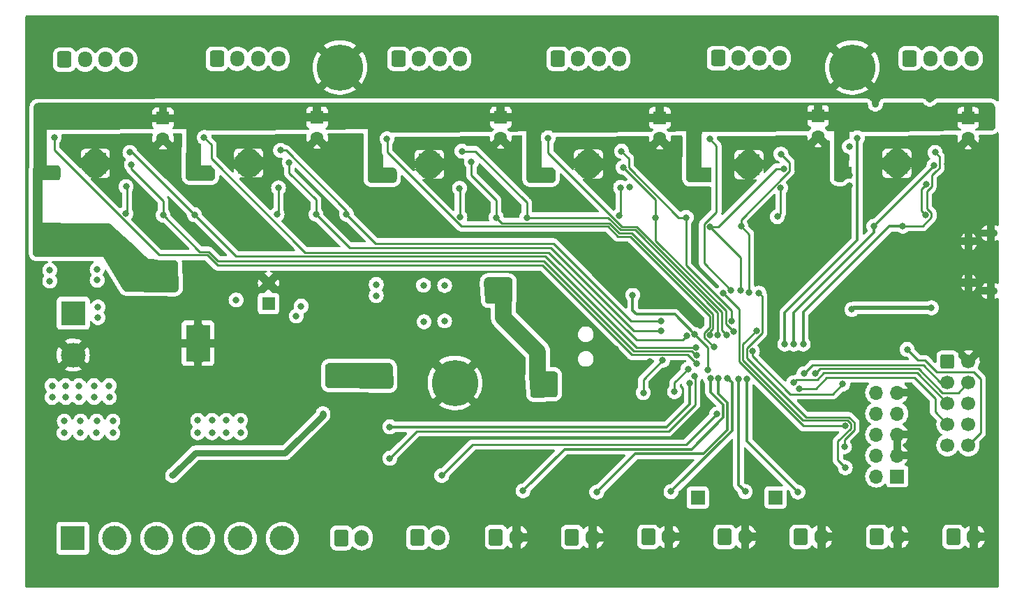
<source format=gbr>
%TF.GenerationSoftware,KiCad,Pcbnew,(6.0.0)*%
%TF.CreationDate,2022-02-28T19:19:02-05:00*%
%TF.ProjectId,MP3DP_Controller,4d503344-505f-4436-9f6e-74726f6c6c65,rev?*%
%TF.SameCoordinates,Original*%
%TF.FileFunction,Copper,L2,Bot*%
%TF.FilePolarity,Positive*%
%FSLAX46Y46*%
G04 Gerber Fmt 4.6, Leading zero omitted, Abs format (unit mm)*
G04 Created by KiCad (PCBNEW (6.0.0)) date 2022-02-28 19:19:02*
%MOMM*%
%LPD*%
G01*
G04 APERTURE LIST*
G04 Aperture macros list*
%AMRoundRect*
0 Rectangle with rounded corners*
0 $1 Rounding radius*
0 $2 $3 $4 $5 $6 $7 $8 $9 X,Y pos of 4 corners*
0 Add a 4 corners polygon primitive as box body*
4,1,4,$2,$3,$4,$5,$6,$7,$8,$9,$2,$3,0*
0 Add four circle primitives for the rounded corners*
1,1,$1+$1,$2,$3*
1,1,$1+$1,$4,$5*
1,1,$1+$1,$6,$7*
1,1,$1+$1,$8,$9*
0 Add four rect primitives between the rounded corners*
20,1,$1+$1,$2,$3,$4,$5,0*
20,1,$1+$1,$4,$5,$6,$7,0*
20,1,$1+$1,$6,$7,$8,$9,0*
20,1,$1+$1,$8,$9,$2,$3,0*%
G04 Aperture macros list end*
%TA.AperFunction,ComponentPad*%
%ADD10C,5.600000*%
%TD*%
%TA.AperFunction,ComponentPad*%
%ADD11RoundRect,0.250000X-0.600000X-0.725000X0.600000X-0.725000X0.600000X0.725000X-0.600000X0.725000X0*%
%TD*%
%TA.AperFunction,ComponentPad*%
%ADD12O,1.700000X1.950000*%
%TD*%
%TA.AperFunction,ComponentPad*%
%ADD13RoundRect,0.250000X-0.600000X-0.750000X0.600000X-0.750000X0.600000X0.750000X-0.600000X0.750000X0*%
%TD*%
%TA.AperFunction,ComponentPad*%
%ADD14O,1.700000X2.000000*%
%TD*%
%TA.AperFunction,ComponentPad*%
%ADD15R,1.700000X1.700000*%
%TD*%
%TA.AperFunction,ComponentPad*%
%ADD16O,1.700000X1.700000*%
%TD*%
%TA.AperFunction,ComponentPad*%
%ADD17C,0.500000*%
%TD*%
%TA.AperFunction,SMDPad,CuDef*%
%ADD18R,2.500000X2.500000*%
%TD*%
%TA.AperFunction,ComponentPad*%
%ADD19R,1.600000X1.600000*%
%TD*%
%TA.AperFunction,ComponentPad*%
%ADD20C,1.600000*%
%TD*%
%TA.AperFunction,ComponentPad*%
%ADD21R,3.000000X3.000000*%
%TD*%
%TA.AperFunction,ComponentPad*%
%ADD22C,3.000000*%
%TD*%
%TA.AperFunction,ComponentPad*%
%ADD23C,0.600000*%
%TD*%
%TA.AperFunction,SMDPad,CuDef*%
%ADD24R,2.950000X4.500000*%
%TD*%
%TA.AperFunction,ComponentPad*%
%ADD25O,0.950000X1.250000*%
%TD*%
%TA.AperFunction,ComponentPad*%
%ADD26O,1.550000X0.890000*%
%TD*%
%TA.AperFunction,ComponentPad*%
%ADD27RoundRect,0.250000X-0.600000X-0.600000X0.600000X-0.600000X0.600000X0.600000X-0.600000X0.600000X0*%
%TD*%
%TA.AperFunction,ComponentPad*%
%ADD28C,1.700000*%
%TD*%
%TA.AperFunction,ViaPad*%
%ADD29C,0.800000*%
%TD*%
%TA.AperFunction,Conductor*%
%ADD30C,0.250000*%
%TD*%
%TA.AperFunction,Conductor*%
%ADD31C,0.300000*%
%TD*%
%TA.AperFunction,Conductor*%
%ADD32C,0.500000*%
%TD*%
%TA.AperFunction,Conductor*%
%ADD33C,2.000000*%
%TD*%
%TA.AperFunction,Conductor*%
%ADD34C,0.750000*%
%TD*%
G04 APERTURE END LIST*
D10*
%TO.P,H2,1,1*%
%TO.N,GND*%
X64250000Y-30650000D03*
%TD*%
D11*
%TO.P,J8,1,Pin_1*%
%TO.N,Net-(J8-Pad1)*%
X90650000Y-29588629D03*
D12*
%TO.P,J8,2,Pin_2*%
%TO.N,Net-(J8-Pad2)*%
X93150000Y-29588629D03*
%TO.P,J8,3,Pin_3*%
%TO.N,Net-(J8-Pad3)*%
X95650000Y-29588629D03*
%TO.P,J8,4,Pin_4*%
%TO.N,Net-(J8-Pad4)*%
X98150000Y-29588629D03*
%TD*%
D13*
%TO.P,J18,1,Pin_1*%
%TO.N,/BED_TEMP*%
X129400000Y-87600000D03*
D14*
%TO.P,J18,2,Pin_2*%
%TO.N,GND*%
X131900000Y-87600000D03*
%TD*%
D13*
%TO.P,J11,1,Pin_1*%
%TO.N,/ASTOP*%
X110900000Y-87600000D03*
D14*
%TO.P,J11,2,Pin_2*%
%TO.N,GND*%
X113400000Y-87600000D03*
%TD*%
D11*
%TO.P,J13,1,Pin_1*%
%TO.N,Net-(J13-Pad1)*%
X133370000Y-29539758D03*
D12*
%TO.P,J13,2,Pin_2*%
%TO.N,Net-(J13-Pad2)*%
X135870000Y-29539758D03*
%TO.P,J13,3,Pin_3*%
%TO.N,Net-(J13-Pad3)*%
X138370000Y-29539758D03*
%TO.P,J13,4,Pin_4*%
%TO.N,Net-(J13-Pad4)*%
X140870000Y-29539758D03*
%TD*%
D11*
%TO.P,J12,1,Pin_1*%
%TO.N,Net-(J12-Pad1)*%
X110100000Y-29513629D03*
D12*
%TO.P,J12,2,Pin_2*%
%TO.N,Net-(J12-Pad2)*%
X112600000Y-29513629D03*
%TO.P,J12,3,Pin_3*%
%TO.N,Net-(J12-Pad3)*%
X115100000Y-29513629D03*
%TO.P,J12,4,Pin_4*%
%TO.N,Net-(J12-Pad4)*%
X117600000Y-29513629D03*
%TD*%
D15*
%TO.P,J2,1,Pin_1*%
%TO.N,+3V3*%
X131850000Y-80250000D03*
D16*
%TO.P,J2,2,Pin_2*%
%TO.N,Net-(J2-Pad2)*%
X129310000Y-80250000D03*
%TO.P,J2,3,Pin_3*%
%TO.N,GND*%
X131850000Y-77710000D03*
%TO.P,J2,4,Pin_4*%
%TO.N,Net-(J2-Pad4)*%
X129310000Y-77710000D03*
%TO.P,J2,5,Pin_5*%
%TO.N,GND*%
X131850000Y-75170000D03*
%TO.P,J2,6,Pin_6*%
%TO.N,Net-(J2-Pad6)*%
X129310000Y-75170000D03*
%TO.P,J2,7,Pin_7*%
%TO.N,unconnected-(J2-Pad7)*%
X131850000Y-72630000D03*
%TO.P,J2,8,Pin_8*%
%TO.N,unconnected-(J2-Pad8)*%
X129310000Y-72630000D03*
%TO.P,J2,9,Pin_9*%
%TO.N,GND*%
X131850000Y-70090000D03*
%TO.P,J2,10,Pin_10*%
%TO.N,Net-(J2-Pad10)*%
X129310000Y-70090000D03*
%TD*%
D17*
%TO.P,U2,29,PAD*%
%TO.N,GND*%
X54180000Y-41241190D03*
X54180000Y-43241190D03*
X54180000Y-42241190D03*
X53180000Y-41241190D03*
X53180000Y-42241190D03*
X52180000Y-43241190D03*
D18*
X53180000Y-42241190D03*
D17*
X52180000Y-42241190D03*
X53180000Y-43241190D03*
X52180000Y-41241190D03*
%TD*%
D11*
%TO.P,J7,1,Pin_1*%
%TO.N,Net-(J7-Pad1)*%
X30830000Y-29698569D03*
D12*
%TO.P,J7,2,Pin_2*%
%TO.N,Net-(J7-Pad2)*%
X33330000Y-29698569D03*
%TO.P,J7,3,Pin_3*%
%TO.N,Net-(J7-Pad3)*%
X35830000Y-29698569D03*
%TO.P,J7,4,Pin_4*%
%TO.N,Net-(J7-Pad4)*%
X38330000Y-29698569D03*
%TD*%
D11*
%TO.P,J3,1,Pin_1*%
%TO.N,Net-(J3-Pad1)*%
X71350000Y-29594879D03*
D12*
%TO.P,J3,2,Pin_2*%
%TO.N,Net-(J3-Pad2)*%
X73850000Y-29594879D03*
%TO.P,J3,3,Pin_3*%
%TO.N,Net-(J3-Pad3)*%
X76350000Y-29594879D03*
%TO.P,J3,4,Pin_4*%
%TO.N,Net-(J3-Pad4)*%
X78850000Y-29594879D03*
%TD*%
D19*
%TO.P,C66,1*%
%TO.N,+24V*%
X140450000Y-36767621D03*
D20*
%TO.P,C66,2*%
%TO.N,GND*%
X140450000Y-39267621D03*
%TD*%
D17*
%TO.P,U7,29,PAD*%
%TO.N,GND*%
X93400000Y-42381250D03*
D18*
X94400000Y-42381250D03*
D17*
X95400000Y-43381250D03*
X93400000Y-41381250D03*
X95400000Y-42381250D03*
X94400000Y-41381250D03*
X93400000Y-43381250D03*
X94400000Y-43381250D03*
X94400000Y-42381250D03*
X95400000Y-41381250D03*
%TD*%
D21*
%TO.P,J6,1,Pin_1*%
%TO.N,+24V*%
X31850000Y-87775000D03*
D22*
%TO.P,J6,2,Pin_2*%
%TO.N,/Heater_Bed-*%
X36930000Y-87775000D03*
%TO.P,J6,3,Pin_3*%
%TO.N,+24V*%
X42010000Y-87775000D03*
%TO.P,J6,4,Pin_4*%
%TO.N,/Heater_Ext-*%
X47090000Y-87775000D03*
%TO.P,J6,5,Pin_5*%
%TO.N,+24V*%
X52170000Y-87775000D03*
%TO.P,J6,6,Pin_6*%
%TO.N,/Fan_Hotend-*%
X57250000Y-87775000D03*
%TD*%
D13*
%TO.P,J17,1,Pin_1*%
%TO.N,+24V*%
X64400000Y-87725000D03*
D14*
%TO.P,J17,2,Pin_2*%
%TO.N,Net-(J17-Pad2)*%
X66900000Y-87725000D03*
%TD*%
D23*
%TO.P,U3,9,GNDPAD*%
%TO.N,GND*%
X46425000Y-63400000D03*
X47625000Y-64700000D03*
X47625000Y-62300000D03*
X46425000Y-62300000D03*
X46425000Y-64700000D03*
X46425000Y-65900000D03*
D24*
X47025000Y-64100000D03*
D23*
X47625000Y-63400000D03*
X47625000Y-65900000D03*
%TD*%
D11*
%TO.P,J4,1,Pin_1*%
%TO.N,Net-(J4-Pad1)*%
X49330000Y-29598569D03*
D12*
%TO.P,J4,2,Pin_2*%
%TO.N,Net-(J4-Pad2)*%
X51830000Y-29598569D03*
%TO.P,J4,3,Pin_3*%
%TO.N,Net-(J4-Pad3)*%
X54330000Y-29598569D03*
%TO.P,J4,4,Pin_4*%
%TO.N,Net-(J4-Pad4)*%
X56830000Y-29598569D03*
%TD*%
D19*
%TO.P,C65,1*%
%TO.N,+24V*%
X122250000Y-36517621D03*
D20*
%TO.P,C65,2*%
%TO.N,GND*%
X122250000Y-39017621D03*
%TD*%
D13*
%TO.P,J16,1,Pin_1*%
%TO.N,/ZSTOP*%
X101650000Y-87600000D03*
D14*
%TO.P,J16,2,Pin_2*%
%TO.N,GND*%
X104150000Y-87600000D03*
%TD*%
D17*
%TO.P,U11,29,PAD*%
%TO.N,GND*%
X132800000Y-41267621D03*
X131800000Y-43267621D03*
X130800000Y-41267621D03*
X130800000Y-43267621D03*
X130800000Y-42267621D03*
X132800000Y-42267621D03*
X132800000Y-43267621D03*
X131800000Y-41267621D03*
D18*
X131800000Y-42267621D03*
D17*
X131800000Y-42267621D03*
%TD*%
D10*
%TO.P,H3,1,1*%
%TO.N,GND*%
X126400000Y-30650000D03*
%TD*%
D13*
%TO.P,J14,1,Pin_1*%
%TO.N,/YSTOP*%
X92400000Y-87625000D03*
D14*
%TO.P,J14,2,Pin_2*%
%TO.N,GND*%
X94900000Y-87625000D03*
%TD*%
D19*
%TO.P,C46,1*%
%TO.N,+24V*%
X42780000Y-36808811D03*
D20*
%TO.P,C46,2*%
%TO.N,GND*%
X42780000Y-39308811D03*
%TD*%
D13*
%TO.P,J20,1,Pin_1*%
%TO.N,/EXT_TEMP*%
X138650000Y-87600000D03*
D14*
%TO.P,J20,2,Pin_2*%
%TO.N,GND*%
X141150000Y-87600000D03*
%TD*%
D19*
%TO.P,C28,1*%
%TO.N,+24V*%
X83750000Y-36705121D03*
D20*
%TO.P,C28,2*%
%TO.N,GND*%
X83750000Y-39205121D03*
%TD*%
D17*
%TO.P,U10,29,PAD*%
%TO.N,GND*%
X113850000Y-43456250D03*
X113850000Y-42456250D03*
X114850000Y-43456250D03*
X112850000Y-41456250D03*
X114850000Y-42456250D03*
X112850000Y-42456250D03*
X113850000Y-41456250D03*
D18*
X113850000Y-42456250D03*
D17*
X112850000Y-43456250D03*
X114850000Y-41456250D03*
%TD*%
D15*
%TO.P,J21,1,Pin_1*%
%TO.N,+3V3*%
X117100000Y-82800000D03*
%TD*%
D25*
%TO.P,J5,6,Shield*%
%TO.N,GND*%
X140515000Y-56750000D03*
D26*
X143215000Y-57750000D03*
D25*
X140515000Y-51750000D03*
D26*
X143215000Y-50750000D03*
%TD*%
D19*
%TO.P,C30,1*%
%TO.N,/5V_out*%
X55600000Y-59300000D03*
D20*
%TO.P,C30,2*%
%TO.N,GND*%
X55600000Y-56800000D03*
%TD*%
D21*
%TO.P,J1,1,Pin_1*%
%TO.N,/24V_in*%
X31900000Y-60460000D03*
D22*
%TO.P,J1,2,Pin_2*%
%TO.N,GND*%
X31900000Y-65540000D03*
%TD*%
D17*
%TO.P,U1,29,PAD*%
%TO.N,GND*%
X76100000Y-42400000D03*
X74100000Y-41400000D03*
X74100000Y-43400000D03*
X75100000Y-42400000D03*
X75100000Y-43400000D03*
X75100000Y-41400000D03*
X74100000Y-42400000D03*
X76100000Y-41400000D03*
X76100000Y-43400000D03*
D18*
X75100000Y-42400000D03*
%TD*%
D13*
%TO.P,J15,1,Pin_1*%
%TO.N,/BSTOP*%
X120150000Y-87600000D03*
D14*
%TO.P,J15,2,Pin_2*%
%TO.N,GND*%
X122650000Y-87600000D03*
%TD*%
D10*
%TO.P,H1,1,1*%
%TO.N,GND*%
X78190000Y-68930000D03*
%TD*%
D19*
%TO.P,C47,1*%
%TO.N,+24V*%
X103050000Y-36767621D03*
D20*
%TO.P,C47,2*%
%TO.N,GND*%
X103050000Y-39267621D03*
%TD*%
D27*
%TO.P,J9,1,Pin_1*%
%TO.N,+3V3*%
X137950000Y-66300000D03*
D28*
%TO.P,J9,2,Pin_2*%
%TO.N,GND*%
X140490000Y-66300000D03*
%TO.P,J9,3,Pin_3*%
%TO.N,/LCD_MOSI*%
X137950000Y-68840000D03*
%TO.P,J9,4,Pin_4*%
%TO.N,/LCD_CS*%
X140490000Y-68840000D03*
%TO.P,J9,5,Pin_5*%
%TO.N,/LCD_SCK*%
X137950000Y-71380000D03*
%TO.P,J9,6,Pin_6*%
%TO.N,/ENC_A*%
X140490000Y-71380000D03*
%TO.P,J9,7,Pin_7*%
%TO.N,/LCD_RST*%
X137950000Y-73920000D03*
%TO.P,J9,8,Pin_8*%
%TO.N,/ENC_B*%
X140490000Y-73920000D03*
%TO.P,J9,9,Pin_9*%
%TO.N,/ENC_Button*%
X137950000Y-76460000D03*
%TO.P,J9,10,Pin_10*%
%TO.N,/Beeper*%
X140490000Y-76460000D03*
%TD*%
D13*
%TO.P,J10,1,Pin_1*%
%TO.N,/XSTOP*%
X83170000Y-87625000D03*
D14*
%TO.P,J10,2,Pin_2*%
%TO.N,GND*%
X85670000Y-87625000D03*
%TD*%
D15*
%TO.P,J22,1,Pin_1*%
%TO.N,+3V3*%
X107650000Y-82850000D03*
%TD*%
D13*
%TO.P,J19,1,Pin_1*%
%TO.N,+24V*%
X73650000Y-87700000D03*
D14*
%TO.P,J19,2,Pin_2*%
%TO.N,Net-(J19-Pad2)*%
X76150000Y-87700000D03*
%TD*%
D17*
%TO.P,U6,29,PAD*%
%TO.N,GND*%
X35580000Y-42291190D03*
X34580000Y-41291190D03*
X34580000Y-43291190D03*
X35580000Y-43291190D03*
X33580000Y-42291190D03*
X35580000Y-41291190D03*
X33580000Y-43291190D03*
X33580000Y-41291190D03*
D18*
X34580000Y-42291190D03*
D17*
X34580000Y-42291190D03*
%TD*%
D19*
%TO.P,C29,1*%
%TO.N,+24V*%
X61480000Y-36708811D03*
D20*
%TO.P,C29,2*%
%TO.N,GND*%
X61480000Y-39208811D03*
%TD*%
D29*
%TO.N,Net-(TP3-Pad1)*%
X106485000Y-67225000D03*
X104822500Y-69975000D03*
%TO.N,/Heater_Bed-*%
X34733332Y-75000000D03*
X36700000Y-75000000D03*
X30816668Y-73550000D03*
X30800000Y-75000000D03*
X36716668Y-73550000D03*
X32766666Y-75000000D03*
X32783334Y-73550000D03*
X34750000Y-73550000D03*
%TO.N,+24V*%
X41775000Y-56550000D03*
X28830000Y-43641190D03*
X40150000Y-55125000D03*
X34425000Y-69250000D03*
X55430000Y-37341190D03*
X35625000Y-52250000D03*
X34450000Y-70675000D03*
X40175000Y-56550000D03*
X29325000Y-69250000D03*
X38500000Y-55125000D03*
X36250000Y-69250000D03*
X96650000Y-37431250D03*
X32600000Y-70675000D03*
X31000000Y-70675000D03*
X38525000Y-56550000D03*
X88600000Y-43831250D03*
X32575000Y-69250000D03*
X41750000Y-55125000D03*
X77300000Y-37487500D03*
X30350000Y-52250000D03*
X92100000Y-37431250D03*
X31950000Y-52250000D03*
X37100000Y-53550000D03*
X108000000Y-43950000D03*
X33800000Y-52250000D03*
X43625000Y-56550000D03*
X32330000Y-37391190D03*
X111550000Y-37456250D03*
X69200000Y-43887500D03*
X47380000Y-43741190D03*
X43600000Y-55125000D03*
X36880000Y-37391190D03*
X129600000Y-37400000D03*
X50880000Y-37341190D03*
X30975000Y-69250000D03*
X72900000Y-37487500D03*
X134100000Y-37400000D03*
X28700000Y-52250000D03*
X36275000Y-70675000D03*
X116100000Y-37456250D03*
X126050000Y-43750000D03*
X29350000Y-70675000D03*
%TO.N,/Heater_Ext-*%
X50466666Y-73450000D03*
X50466666Y-74950000D03*
X52200000Y-73450000D03*
X52200000Y-74950000D03*
X48733333Y-73450000D03*
X47000000Y-73450000D03*
X47000000Y-74950000D03*
X48733333Y-74950000D03*
%TO.N,GND*%
X44250000Y-32150000D03*
X121950000Y-30400000D03*
X123600000Y-48850000D03*
X141350000Y-48700000D03*
X32430000Y-31741190D03*
X42800000Y-30750000D03*
X36730000Y-31691190D03*
X104750000Y-31400000D03*
X79050000Y-62050000D03*
X116650000Y-72800000D03*
X116100000Y-31756250D03*
X70100000Y-76150000D03*
X68500000Y-84100000D03*
X62300000Y-84050000D03*
X77200000Y-31737500D03*
X121950000Y-29000000D03*
X108100000Y-45850000D03*
X44480000Y-48341190D03*
X135800000Y-34500000D03*
X137000000Y-45300000D03*
X55850000Y-75350000D03*
X124950000Y-61950000D03*
X55430000Y-31641190D03*
X84950000Y-48300000D03*
X74550000Y-84100000D03*
X40050000Y-75300000D03*
X126050000Y-45000000D03*
X101450000Y-59450000D03*
X96750000Y-31731250D03*
X90650000Y-60100000D03*
X137950000Y-42400000D03*
X83950000Y-28750000D03*
X131250000Y-63860000D03*
X91700000Y-71050000D03*
X85400000Y-31550000D03*
X121950000Y-31800000D03*
X103300000Y-30000000D03*
X85400000Y-28750000D03*
X103300000Y-31400000D03*
X62980000Y-48241190D03*
X100800000Y-42250000D03*
X92200000Y-31731250D03*
X83950000Y-30150000D03*
X120400000Y-42550000D03*
X42800000Y-32150000D03*
X44250000Y-29350000D03*
X129200000Y-35100000D03*
X97685000Y-64775000D03*
X85400000Y-30150000D03*
X61000000Y-56200000D03*
X97900000Y-57650000D03*
X104750000Y-30000000D03*
X111700000Y-31750000D03*
X107350000Y-61250000D03*
X106000000Y-47050000D03*
X103300000Y-28600000D03*
X83950000Y-31550000D03*
X42800000Y-29350000D03*
X69200000Y-45850000D03*
X44250000Y-30750000D03*
X101835000Y-66325000D03*
X47350000Y-45550000D03*
X50980000Y-31641190D03*
X88600000Y-45850000D03*
X104750000Y-28600000D03*
X73050000Y-31712500D03*
%TO.N,+3V3*%
X82700000Y-58400000D03*
X84050000Y-58400000D03*
X88250000Y-69800000D03*
X99750000Y-58250000D03*
X126050000Y-40250000D03*
X76950000Y-57100000D03*
X99400000Y-45181250D03*
X88250000Y-68350000D03*
X84050000Y-56950000D03*
X82700000Y-56950000D03*
X107300000Y-63050000D03*
X76950000Y-61400000D03*
X126350000Y-60000000D03*
X89600000Y-68350000D03*
X89600000Y-69800000D03*
X108850000Y-67300000D03*
X136000000Y-59800000D03*
%TO.N,/A_EN*%
X107485000Y-66575000D03*
X29580000Y-39141190D03*
%TO.N,/ASTOP*%
X112600000Y-68400000D03*
X113400000Y-82100000D03*
%TO.N,Net-(R37-Pad2)*%
X98100000Y-48650000D03*
X98300000Y-45200000D03*
%TO.N,Net-(R35-Pad2)*%
X38280000Y-48391190D03*
X38300000Y-45100000D03*
%TO.N,/ZSTOP*%
X111250000Y-68350000D03*
X104400000Y-82100000D03*
%TO.N,/Fan_Ctrl*%
X109950000Y-72700000D03*
X76600000Y-80150000D03*
%TO.N,/BSTOP*%
X113650000Y-68400000D03*
X119800000Y-82150000D03*
%TO.N,/YSTOP*%
X110150000Y-68350000D03*
X95400000Y-82150000D03*
%TO.N,/Driver_Bed*%
X62200000Y-72650000D03*
X43950000Y-80150000D03*
%TO.N,/Y_EN*%
X111131638Y-63085261D03*
X89500000Y-39200000D03*
%TO.N,/XSTOP*%
X109200000Y-68350000D03*
X86450000Y-82000000D03*
%TO.N,Net-(R51-Pad2)*%
X135300000Y-48550000D03*
X135379359Y-44820641D03*
%TO.N,Net-(R50-Pad2)*%
X117700000Y-45250000D03*
X117300000Y-48750000D03*
%TO.N,/B_EN*%
X127000000Y-39200000D03*
X118200000Y-64199501D03*
%TO.N,/Z_EN*%
X109100000Y-39350000D03*
X111650000Y-57650000D03*
%TO.N,/Heater_Bed*%
X70300000Y-74250000D03*
X106635000Y-68925000D03*
%TO.N,/LCD_CS*%
X121900000Y-67774020D03*
%TO.N,/Heater_Ext*%
X70300000Y-78050000D03*
X107285000Y-68075000D03*
%TO.N,/NRST*%
X114274500Y-65050000D03*
X125250000Y-69050000D03*
X101050000Y-70100000D03*
X103385000Y-66175000D03*
%TO.N,/SWO*%
X110722500Y-58025000D03*
X125550000Y-74150000D03*
%TO.N,/SWCLK*%
X115072500Y-58025000D03*
X125450000Y-76650000D03*
%TO.N,/SWDIO*%
X125550000Y-79200000D03*
X114772500Y-62575000D03*
%TO.N,Net-(R10-Pad2)*%
X78750000Y-45300000D03*
X78800000Y-48800000D03*
%TO.N,Net-(R11-Pad2)*%
X56800000Y-45250000D03*
X56630000Y-48441190D03*
%TO.N,/E_EN*%
X47780000Y-39141190D03*
X106350000Y-63200000D03*
%TO.N,/X_EN*%
X69950000Y-39300000D03*
X109603968Y-64569257D03*
%TO.N,+5V*%
X66400000Y-68600000D03*
X64850000Y-67300000D03*
X69550000Y-68600000D03*
X63300000Y-68600000D03*
X68000000Y-68600000D03*
X68000000Y-67300000D03*
X63300000Y-67300000D03*
X69550000Y-67300000D03*
X64850000Y-68600000D03*
X66400000Y-67300000D03*
%TO.N,/EDIR*%
X65050000Y-48450000D03*
X57050000Y-40700000D03*
X103235000Y-61425000D03*
%TO.N,/ESTEP*%
X61350000Y-48450000D03*
X58100000Y-42150000D03*
X103235000Y-62575000D03*
%TO.N,/ADIR*%
X46600000Y-48500000D03*
X107425772Y-64627346D03*
X38780000Y-40941190D03*
%TO.N,/ASTEP*%
X107485000Y-65575000D03*
X38954162Y-42424500D03*
X42800000Y-48550000D03*
%TO.N,/LCD_SCK*%
X119275500Y-68876694D03*
%TO.N,/LCD_RST*%
X120000000Y-69600000D03*
%TO.N,/LCD_MOSI*%
X120550000Y-67800000D03*
%TO.N,/Beeper*%
X133050000Y-64850000D03*
%TO.N,/BDIR*%
X132525000Y-49900000D03*
X136450000Y-40950000D03*
X120450000Y-64199501D03*
%TO.N,/BSTEP*%
X119300000Y-64199501D03*
X129000000Y-49900000D03*
X136300000Y-42550000D03*
%TO.N,/ZDIR*%
X117750000Y-41150000D03*
X112900000Y-49900000D03*
X113872500Y-57975000D03*
%TO.N,/ZSTEP*%
X112850000Y-57700000D03*
X109100000Y-49950000D03*
X118107830Y-42924021D03*
%TO.N,/YDIR*%
X98400000Y-40800000D03*
X106250000Y-48850000D03*
X111750000Y-61450000D03*
%TO.N,/YSTEP*%
X102550000Y-48900000D03*
X111975500Y-62650000D03*
X98602911Y-42767649D03*
%TO.N,/XDIR*%
X86900000Y-48850000D03*
X110050000Y-63100000D03*
X79050000Y-40800000D03*
%TO.N,/XSTEP*%
X109100840Y-63125500D03*
X83200000Y-48850000D03*
X80200000Y-42124500D03*
%TO.N,/24V_in*%
X34900000Y-59700000D03*
X34800000Y-55150000D03*
X34900000Y-61000000D03*
X29050000Y-56550000D03*
X29050000Y-55250000D03*
X34800000Y-56450000D03*
%TO.N,/5V_out*%
X58950000Y-60800000D03*
X59550000Y-59600000D03*
X51650000Y-58850000D03*
%TO.N,/+3V3_out*%
X68650000Y-56975000D03*
X74400000Y-57075000D03*
X74450000Y-61500000D03*
X68650000Y-58325000D03*
%TD*%
D30*
%TO.N,Net-(TP3-Pad1)*%
X104822500Y-68887500D02*
X104822500Y-69975000D01*
X106485000Y-67225000D02*
X104822500Y-68887500D01*
%TO.N,GND*%
X101450000Y-58300000D02*
X101450000Y-59450000D01*
X105550000Y-59450000D02*
X107350000Y-61250000D01*
X101450000Y-59450000D02*
X105550000Y-59450000D01*
X100450000Y-57300000D02*
X101450000Y-58300000D01*
X97900000Y-57650000D02*
X98250000Y-57300000D01*
X98250000Y-57300000D02*
X100450000Y-57300000D01*
D31*
%TO.N,+3V3*%
X100250000Y-60600000D02*
X104850000Y-60600000D01*
D32*
X126550000Y-59800000D02*
X136000000Y-59800000D01*
D33*
X84050000Y-58400000D02*
X84050000Y-60950000D01*
D30*
X107300000Y-63050000D02*
X108850000Y-64600000D01*
D32*
X126350000Y-60000000D02*
X126550000Y-59800000D01*
D31*
X99750000Y-60100000D02*
X100250000Y-60600000D01*
D30*
X108850000Y-64600000D02*
X108850000Y-67300000D01*
D31*
X99750000Y-58250000D02*
X99750000Y-60100000D01*
X104850000Y-60600000D02*
X107300000Y-63050000D01*
D33*
X84050000Y-60950000D02*
X88250000Y-65150000D01*
X88250000Y-65150000D02*
X88250000Y-68350000D01*
D30*
%TO.N,/A_EN*%
X99650000Y-65500000D02*
X106410000Y-65500000D01*
X29580000Y-40645094D02*
X42334906Y-53400000D01*
X88800000Y-54650000D02*
X99650000Y-65500000D01*
X42334906Y-53400000D02*
X48150000Y-53400000D01*
X106410000Y-65500000D02*
X107485000Y-66575000D01*
X48150000Y-53400000D02*
X49400000Y-54650000D01*
X49400000Y-54650000D02*
X88800000Y-54650000D01*
X29580000Y-39141190D02*
X29580000Y-40645094D01*
D31*
%TO.N,/ASTOP*%
X113400000Y-82100000D02*
X112600000Y-81300000D01*
X112600000Y-81300000D02*
X112600000Y-68400000D01*
D30*
%TO.N,Net-(R37-Pad2)*%
X98300000Y-45200000D02*
X98300000Y-48450000D01*
X98300000Y-48450000D02*
X98100000Y-48650000D01*
%TO.N,Net-(R35-Pad2)*%
X38300000Y-45100000D02*
X38430000Y-45230000D01*
X38430000Y-48241190D02*
X38280000Y-48391190D01*
X38430000Y-45230000D02*
X38430000Y-48241190D01*
D31*
%TO.N,/ZSTOP*%
X111800000Y-74700000D02*
X111800000Y-68900000D01*
X104400000Y-82100000D02*
X111800000Y-74700000D01*
X111800000Y-68900000D02*
X111250000Y-68350000D01*
D30*
%TO.N,/Fan_Ctrl*%
X80350000Y-76400000D02*
X76600000Y-80150000D01*
X109950000Y-72700000D02*
X106250000Y-76400000D01*
X106250000Y-76400000D02*
X80350000Y-76400000D01*
D31*
%TO.N,/BSTOP*%
X113650000Y-68400000D02*
X113650000Y-76000000D01*
X113650000Y-76000000D02*
X119800000Y-82150000D01*
%TO.N,/YSTOP*%
X110150000Y-70250000D02*
X110150000Y-68350000D01*
X100050000Y-77500000D02*
X108339259Y-77500000D01*
X108339259Y-77500000D02*
X111250000Y-74589259D01*
X111250000Y-74589259D02*
X111250000Y-71350000D01*
X111250000Y-71350000D02*
X110150000Y-70250000D01*
X95400000Y-82150000D02*
X100050000Y-77500000D01*
D34*
%TO.N,/Driver_Bed*%
X46700000Y-77400000D02*
X57600000Y-77400000D01*
X43950000Y-80150000D02*
X46700000Y-77400000D01*
X57600000Y-77400000D02*
X62200000Y-72800000D01*
X62200000Y-72800000D02*
X62200000Y-72650000D01*
D30*
%TO.N,/Y_EN*%
X100200000Y-49950000D02*
X98446096Y-49950000D01*
X110550000Y-60300000D02*
X100200000Y-49950000D01*
X98446096Y-49950000D02*
X89500000Y-41003904D01*
X89500000Y-41003904D02*
X89500000Y-39200000D01*
X110550000Y-62503623D02*
X110550000Y-60300000D01*
X111131638Y-63085261D02*
X110550000Y-62503623D01*
D31*
%TO.N,/XSTOP*%
X109200000Y-70050000D02*
X110750000Y-71600000D01*
X106900000Y-76950000D02*
X91500000Y-76950000D01*
X109200000Y-68350000D02*
X109200000Y-70050000D01*
X91500000Y-76950000D02*
X86450000Y-82000000D01*
X110750000Y-71600000D02*
X110750000Y-73100000D01*
X110750000Y-73100000D02*
X106900000Y-76950000D01*
D30*
%TO.N,Net-(R51-Pad2)*%
X135379359Y-44820641D02*
X134800000Y-45400000D01*
X134800000Y-45400000D02*
X134800000Y-48050000D01*
X134800000Y-48050000D02*
X135300000Y-48550000D01*
%TO.N,Net-(R50-Pad2)*%
X117700000Y-45250000D02*
X117700000Y-48350000D01*
X117700000Y-48350000D02*
X117300000Y-48750000D01*
D31*
%TO.N,/B_EN*%
X118200000Y-64199501D02*
X118200000Y-60400000D01*
X127000000Y-51600000D02*
X127000000Y-39200000D01*
X118200000Y-60400000D02*
X127000000Y-51600000D01*
D30*
%TO.N,/Z_EN*%
X109900000Y-40150000D02*
X109900000Y-48196096D01*
X109900000Y-48196096D02*
X108425489Y-49670607D01*
X109100000Y-39350000D02*
X109900000Y-40150000D01*
X108425489Y-54425489D02*
X111650000Y-57650000D01*
X108425489Y-49670607D02*
X108425489Y-54425489D01*
D31*
%TO.N,/Heater_Bed*%
X103899259Y-74250000D02*
X70300000Y-74250000D01*
X106635000Y-71514259D02*
X103899259Y-74250000D01*
X106635000Y-68925000D02*
X106635000Y-71514259D01*
D30*
%TO.N,/LCD_CS*%
X140490000Y-68840000D02*
X139230000Y-70100000D01*
X134450000Y-67200000D02*
X122474020Y-67200000D01*
X137350000Y-70100000D02*
X134450000Y-67200000D01*
X122474020Y-67200000D02*
X121900000Y-67774020D01*
X139230000Y-70100000D02*
X137350000Y-70100000D01*
%TO.N,/Heater_Ext*%
X107309511Y-71540489D02*
X104100000Y-74750000D01*
X104100000Y-74750000D02*
X73600000Y-74750000D01*
X107309511Y-68099511D02*
X107309511Y-71540489D01*
X73600000Y-74750000D02*
X70300000Y-78050000D01*
X107285000Y-68075000D02*
X107309511Y-68099511D01*
%TO.N,/NRST*%
X114274500Y-65050000D02*
X114274500Y-65674500D01*
X118874511Y-70274511D02*
X124025489Y-70274511D01*
X101050000Y-68510000D02*
X103385000Y-66175000D01*
X124025489Y-70274511D02*
X125250000Y-69050000D01*
X114274500Y-65674500D02*
X118874511Y-70274511D01*
X101050000Y-70100000D02*
X101050000Y-68510000D01*
%TO.N,/SWO*%
X125550000Y-74150000D02*
X120450000Y-74150000D01*
X112650000Y-66350000D02*
X112650000Y-59952500D01*
X112650000Y-59952500D02*
X110722500Y-58025000D01*
X120450000Y-74150000D02*
X112650000Y-66350000D01*
%TO.N,/SWCLK*%
X125994879Y-73075969D02*
X120775969Y-73075969D01*
X125450000Y-76650000D02*
X125450000Y-75768910D01*
X113600000Y-64701404D02*
X115447011Y-62854393D01*
X115447011Y-62854393D02*
X115447011Y-58399511D01*
X126624030Y-73705120D02*
X125994879Y-73075969D01*
X126624031Y-74594879D02*
X126624030Y-73705120D01*
X115447011Y-58399511D02*
X115072500Y-58025000D01*
X125450000Y-75768910D02*
X126624031Y-74594879D01*
X113600000Y-65900000D02*
X113600000Y-64701404D01*
X120775969Y-73075969D02*
X113600000Y-65900000D01*
%TO.N,/SWDIO*%
X113100000Y-66150000D02*
X113100000Y-64247500D01*
X125829393Y-73475489D02*
X120425489Y-73475489D01*
X126224511Y-74429393D02*
X126224511Y-73870607D01*
X113100000Y-64247500D02*
X114772500Y-62575000D01*
X126224511Y-73870607D02*
X125829393Y-73475489D01*
X124650000Y-78300000D02*
X124650000Y-76003904D01*
X125550000Y-79200000D02*
X124650000Y-78300000D01*
X124650000Y-76003904D02*
X126224511Y-74429393D01*
X120425489Y-73475489D02*
X113100000Y-66150000D01*
%TO.N,Net-(R10-Pad2)*%
X78750000Y-45300000D02*
X78800000Y-45350000D01*
X78800000Y-45350000D02*
X78800000Y-48800000D01*
%TO.N,Net-(R11-Pad2)*%
X56800000Y-45250000D02*
X56800000Y-48271190D01*
X56800000Y-48271190D02*
X56630000Y-48441190D01*
%TO.N,/E_EN*%
X48650000Y-40011190D02*
X47780000Y-39141190D01*
X48650000Y-41700000D02*
X48650000Y-40011190D01*
X106350000Y-63200000D02*
X105825000Y-63725000D01*
X105825000Y-63725000D02*
X100225000Y-63725000D01*
X89600000Y-53100000D02*
X60050000Y-53100000D01*
X60050000Y-53100000D02*
X48650000Y-41700000D01*
X100225000Y-63725000D02*
X89600000Y-53100000D01*
%TO.N,/X_EN*%
X108426329Y-62825351D02*
X109100480Y-62151200D01*
X99448560Y-51148560D02*
X97949635Y-51148557D01*
X69974511Y-39324511D02*
X69950000Y-39300000D01*
X109100480Y-60800480D02*
X99448560Y-51148560D01*
X108426329Y-63404893D02*
X108426329Y-62825351D01*
X69974511Y-40928415D02*
X69974511Y-39324511D01*
X96725109Y-49924031D02*
X78970127Y-49924031D01*
X109100480Y-62151200D02*
X109100480Y-60800480D01*
X109590693Y-64569257D02*
X108426329Y-63404893D01*
X109603968Y-64569257D02*
X109590693Y-64569257D01*
X78970127Y-49924031D02*
X69974511Y-40928415D01*
X97949635Y-51148557D02*
X96725109Y-49924031D01*
%TO.N,/EDIR*%
X68600000Y-52000000D02*
X65050000Y-48450000D01*
X65050000Y-48050000D02*
X65050000Y-48450000D01*
X57700000Y-40700000D02*
X65050000Y-48050000D01*
X90150000Y-52000000D02*
X68600000Y-52000000D01*
X103235000Y-61425000D02*
X99575000Y-61425000D01*
X57050000Y-40700000D02*
X57700000Y-40700000D01*
X99575000Y-61425000D02*
X90150000Y-52000000D01*
%TO.N,/ESTEP*%
X58100000Y-43461190D02*
X61350000Y-46711190D01*
X61350000Y-46711190D02*
X61350000Y-48450000D01*
X89800000Y-52500000D02*
X99875000Y-62575000D01*
X65400000Y-52500000D02*
X89800000Y-52500000D01*
X58100000Y-42150000D02*
X58100000Y-43461190D01*
X99875000Y-62575000D02*
X103235000Y-62575000D01*
X61350000Y-48450000D02*
X65400000Y-52500000D01*
%TO.N,/ADIR*%
X100227346Y-64627346D02*
X107425772Y-64627346D01*
X46600000Y-48500000D02*
X51650000Y-53550000D01*
X38780000Y-40941190D02*
X39041190Y-40941190D01*
X89150000Y-53550000D02*
X100227346Y-64627346D01*
X39041190Y-40941190D02*
X46600000Y-48500000D01*
X51650000Y-53550000D02*
X89150000Y-53550000D01*
%TO.N,/ASTEP*%
X49465006Y-54150000D02*
X48315486Y-53000480D01*
X89000000Y-54150000D02*
X49465006Y-54150000D01*
X47250480Y-53000480D02*
X42800000Y-48550000D01*
X38954162Y-42424500D02*
X38954162Y-42965352D01*
X107485000Y-65575000D02*
X107419522Y-65575000D01*
X38954162Y-42965352D02*
X42800000Y-46811190D01*
X106894522Y-65050000D02*
X99900000Y-65050000D01*
X48315486Y-53000480D02*
X47250480Y-53000480D01*
X42800000Y-46811190D02*
X42800000Y-48550000D01*
X99900000Y-65050000D02*
X89000000Y-54150000D01*
X107419522Y-65575000D02*
X106894522Y-65050000D01*
%TO.N,/LCD_SCK*%
X134250000Y-67700000D02*
X137930000Y-71380000D01*
X119275500Y-68876694D02*
X119652194Y-68500000D01*
X122927924Y-67700000D02*
X134250000Y-67700000D01*
X137930000Y-71380000D02*
X137950000Y-71380000D01*
X119652194Y-68500000D02*
X122127924Y-68500000D01*
X122127924Y-68500000D02*
X122927924Y-67700000D01*
%TO.N,/LCD_RST*%
X136450000Y-70800000D02*
X136450000Y-72420000D01*
X121950000Y-69600000D02*
X123300000Y-68250000D01*
X136450000Y-72420000D02*
X137950000Y-73920000D01*
X123300000Y-68250000D02*
X133900000Y-68250000D01*
X120000000Y-69600000D02*
X121950000Y-69600000D01*
X133900000Y-68250000D02*
X136450000Y-70800000D01*
%TO.N,/LCD_MOSI*%
X135000000Y-66750000D02*
X121600000Y-66750000D01*
X121600000Y-66750000D02*
X120550000Y-67800000D01*
X137090000Y-68840000D02*
X135000000Y-66750000D01*
X137950000Y-68840000D02*
X137090000Y-68840000D01*
%TO.N,/Beeper*%
X134350000Y-66150000D02*
X135200000Y-66150000D01*
X141950000Y-75000000D02*
X140490000Y-76460000D01*
X133050000Y-64850000D02*
X134350000Y-66150000D01*
X141150000Y-67600000D02*
X141950000Y-68400000D01*
X141950000Y-68400000D02*
X141950000Y-75000000D01*
X135200000Y-66150000D02*
X136650000Y-67600000D01*
X136650000Y-67600000D02*
X141150000Y-67600000D01*
%TO.N,/BDIR*%
X135974511Y-48829393D02*
X134903904Y-49900000D01*
X136974511Y-41474511D02*
X136974511Y-42829393D01*
X135450000Y-47746096D02*
X135974511Y-48270607D01*
X136579393Y-43224511D02*
X136525489Y-43224511D01*
X136974511Y-42829393D02*
X136579393Y-43224511D01*
D31*
X130900000Y-49900000D02*
X120450000Y-60350000D01*
D30*
X134903904Y-49900000D02*
X132525000Y-49900000D01*
X136450000Y-40950000D02*
X136974511Y-41474511D01*
X135450000Y-45703904D02*
X135450000Y-47746096D01*
X136525489Y-43224511D02*
X136053870Y-43696130D01*
X135974511Y-48270607D02*
X135974511Y-48829393D01*
D31*
X120450000Y-60350000D02*
X120450000Y-64199501D01*
D30*
X136053870Y-45100034D02*
X135450000Y-45703904D01*
D31*
X132525000Y-49900000D02*
X130900000Y-49900000D01*
D30*
X136053870Y-43696130D02*
X136053870Y-45100034D01*
D31*
%TO.N,/BSTEP*%
X129000000Y-49900000D02*
X129000000Y-50700000D01*
D30*
X129000000Y-49850000D02*
X136300000Y-42550000D01*
D31*
X129000000Y-50700000D02*
X119300000Y-60400000D01*
X119300000Y-60400000D02*
X119300000Y-64199501D01*
D30*
X129000000Y-49900000D02*
X129000000Y-49850000D01*
%TO.N,/ZDIR*%
X118782341Y-42182341D02*
X118782341Y-43217659D01*
X112900000Y-49096096D02*
X112900000Y-49900000D01*
X118250000Y-43750000D02*
X118246096Y-43750000D01*
X118782341Y-43217659D02*
X118250000Y-43750000D01*
X112900000Y-49900000D02*
X113872500Y-50872500D01*
X117750000Y-41150000D02*
X118782341Y-42182341D01*
X113872500Y-50872500D02*
X113872500Y-57975000D01*
X118246096Y-43750000D02*
X112900000Y-49096096D01*
%TO.N,/ZSTEP*%
X112850000Y-57700000D02*
X112850000Y-53700000D01*
X110150000Y-49950000D02*
X109100000Y-49950000D01*
X112850000Y-53700000D02*
X109100000Y-49950000D01*
X118107830Y-42924021D02*
X117175979Y-42924021D01*
X117175979Y-42924021D02*
X110150000Y-49950000D01*
%TO.N,/YDIR*%
X98400000Y-40800000D02*
X99300000Y-41700000D01*
X111750000Y-61450000D02*
X111750000Y-60150000D01*
X105350000Y-48850000D02*
X106250000Y-48850000D01*
X111750000Y-60150000D02*
X106250000Y-54650000D01*
X99300000Y-41700000D02*
X99300000Y-42800000D01*
X106250000Y-54650000D02*
X106250000Y-48850000D01*
X99300000Y-42800000D02*
X105350000Y-48850000D01*
%TO.N,/YSTEP*%
X111975500Y-62650000D02*
X111075489Y-61749989D01*
X111075489Y-61749989D02*
X111075489Y-60175489D01*
X102550000Y-46700000D02*
X102550000Y-48900000D01*
X98617649Y-42767649D02*
X102550000Y-46700000D01*
X102550000Y-51650000D02*
X102550000Y-48900000D01*
X98602911Y-42767649D02*
X98617649Y-42767649D01*
X111075489Y-60175489D02*
X102550000Y-51650000D01*
%TO.N,/XDIR*%
X110050000Y-63100000D02*
X110050000Y-60365006D01*
X96781090Y-48850000D02*
X86900000Y-48850000D01*
X80650000Y-40800000D02*
X86900000Y-47050000D01*
X100034514Y-50349520D02*
X98280609Y-50349519D01*
X98280609Y-50349519D02*
X96781090Y-48850000D01*
X86900000Y-47050000D02*
X86900000Y-48850000D01*
X110050000Y-60365006D02*
X100034514Y-50349520D01*
X79050000Y-40800000D02*
X80650000Y-40800000D01*
%TO.N,/XSTEP*%
X83874511Y-49524511D02*
X83200000Y-48850000D01*
X80200000Y-42124500D02*
X80200000Y-43750000D01*
X96890595Y-49524511D02*
X83874511Y-49524511D01*
X109500000Y-60600000D02*
X99649040Y-50749040D01*
X98115122Y-50749038D02*
X96890595Y-49524511D01*
X109100840Y-62715846D02*
X109500000Y-62316686D01*
X83200000Y-46750000D02*
X83200000Y-48850000D01*
X109100840Y-63125500D02*
X109100840Y-62715846D01*
X109500000Y-62316686D02*
X109500000Y-60600000D01*
X80200000Y-43750000D02*
X83200000Y-46750000D01*
X99649040Y-50749040D02*
X98115122Y-50749038D01*
%TD*%
%TA.AperFunction,Conductor*%
%TO.N,+3V3*%
G36*
X90208188Y-67501078D02*
G01*
X90312963Y-67514872D01*
X90344735Y-67523385D01*
X90434674Y-67560639D01*
X90463160Y-67577086D01*
X90540393Y-67636349D01*
X90563651Y-67659607D01*
X90622914Y-67736840D01*
X90639361Y-67765326D01*
X90676615Y-67855265D01*
X90685128Y-67887037D01*
X90698922Y-67991812D01*
X90700000Y-68008258D01*
X90700000Y-70154976D01*
X90698507Y-70174315D01*
X90679446Y-70297029D01*
X90667713Y-70333885D01*
X90616715Y-70436229D01*
X90594356Y-70467790D01*
X90514719Y-70549840D01*
X90483839Y-70573131D01*
X90383066Y-70627158D01*
X90346577Y-70639986D01*
X90224480Y-70662701D01*
X90205194Y-70664770D01*
X87851513Y-70735029D01*
X87831969Y-70734092D01*
X87707693Y-70718400D01*
X87670206Y-70707578D01*
X87565683Y-70658815D01*
X87533310Y-70637046D01*
X87448716Y-70558646D01*
X87424552Y-70528015D01*
X87382768Y-70453746D01*
X87368001Y-70427499D01*
X87354365Y-70390945D01*
X87339126Y-70316370D01*
X87329283Y-70268205D01*
X87326867Y-70248792D01*
X87224533Y-68031547D01*
X87224893Y-68014587D01*
X87234518Y-67906259D01*
X87242017Y-67873246D01*
X87243011Y-67870590D01*
X87277131Y-67779423D01*
X87293146Y-67749604D01*
X87351968Y-67668518D01*
X87375341Y-67644040D01*
X87453639Y-67581534D01*
X87482683Y-67564165D01*
X87574789Y-67524763D01*
X87607414Y-67515752D01*
X87715185Y-67501142D01*
X87732111Y-67500000D01*
X90191742Y-67500000D01*
X90208188Y-67501078D01*
G37*
%TD.AperFunction*%
%TD*%
%TA.AperFunction,Conductor*%
%TO.N,+24V*%
G36*
X143220146Y-34925593D02*
G01*
X143344086Y-34945017D01*
X143381278Y-34956977D01*
X143484425Y-35008959D01*
X143516163Y-35031736D01*
X143594058Y-35108512D01*
X143598423Y-35112814D01*
X143621662Y-35144226D01*
X143675128Y-35246607D01*
X143687626Y-35283626D01*
X143708839Y-35407264D01*
X143710641Y-35426775D01*
X143717257Y-35891207D01*
X143744137Y-37778301D01*
X143743291Y-37794785D01*
X143731382Y-37896247D01*
X143730953Y-37899900D01*
X143722870Y-37931829D01*
X143686796Y-38022403D01*
X143670715Y-38051146D01*
X143612394Y-38129279D01*
X143589411Y-38152871D01*
X143512842Y-38213210D01*
X143484526Y-38230042D01*
X143394927Y-38268476D01*
X143363218Y-38277393D01*
X143287540Y-38288293D01*
X143258467Y-38292480D01*
X143242016Y-38293758D01*
X142225751Y-38305904D01*
X141393290Y-38315854D01*
X141324935Y-38296667D01*
X141277804Y-38243571D01*
X141266861Y-38173423D01*
X141295580Y-38108494D01*
X141354843Y-38069400D01*
X141362642Y-38067279D01*
X141367608Y-38066098D01*
X141488054Y-38020945D01*
X141503649Y-38012407D01*
X141605724Y-37935906D01*
X141618285Y-37923345D01*
X141694786Y-37821270D01*
X141703324Y-37805675D01*
X141748478Y-37685227D01*
X141752105Y-37669972D01*
X141757631Y-37619107D01*
X141758000Y-37612293D01*
X141758000Y-37285736D01*
X141753525Y-37270497D01*
X141752135Y-37269292D01*
X141744452Y-37267621D01*
X139160116Y-37267621D01*
X139144877Y-37272096D01*
X139143672Y-37273486D01*
X139142001Y-37281169D01*
X139142001Y-37612290D01*
X139142371Y-37619111D01*
X139147895Y-37669973D01*
X139151521Y-37685225D01*
X139196676Y-37805675D01*
X139205214Y-37821270D01*
X139281715Y-37923345D01*
X139294276Y-37935906D01*
X139396351Y-38012407D01*
X139411946Y-38020945D01*
X139532392Y-38066098D01*
X139539108Y-38067695D01*
X139600755Y-38102910D01*
X139633578Y-38165864D01*
X139627155Y-38236569D01*
X139599061Y-38279374D01*
X139576718Y-38301717D01*
X139514406Y-38335743D01*
X139489129Y-38338613D01*
X131204615Y-38437631D01*
X131204237Y-38437635D01*
X131201667Y-38437658D01*
X131200943Y-38437662D01*
X131199130Y-38437668D01*
X131198626Y-38437669D01*
X131198357Y-38437670D01*
X127522906Y-38437670D01*
X127459908Y-38420790D01*
X127458072Y-38419730D01*
X127452730Y-38415849D01*
X127279803Y-38338856D01*
X127171586Y-38315854D01*
X127101103Y-38300872D01*
X127101099Y-38300872D01*
X127094646Y-38299500D01*
X126905354Y-38299500D01*
X126898901Y-38300872D01*
X126898897Y-38300872D01*
X126828414Y-38315854D01*
X126720197Y-38338856D01*
X126547270Y-38415849D01*
X126536645Y-38423569D01*
X126501262Y-38437670D01*
X126051393Y-38437670D01*
X126046931Y-38933166D01*
X126046931Y-38933168D01*
X126046894Y-38937261D01*
X126046894Y-38937263D01*
X126044261Y-39229702D01*
X126023646Y-39297640D01*
X125969574Y-39343648D01*
X125944464Y-39351815D01*
X125770197Y-39388856D01*
X125597270Y-39465849D01*
X125591929Y-39469729D01*
X125591928Y-39469730D01*
X125557788Y-39494534D01*
X125444129Y-39577112D01*
X125439716Y-39582014D01*
X125439714Y-39582015D01*
X125321886Y-39712876D01*
X125317467Y-39717784D01*
X125222821Y-39881716D01*
X125164326Y-40061744D01*
X125163636Y-40068305D01*
X125163636Y-40068307D01*
X125155240Y-40148189D01*
X125144540Y-40250000D01*
X125145230Y-40256565D01*
X125160992Y-40406531D01*
X125164326Y-40438256D01*
X125222821Y-40618284D01*
X125226124Y-40624006D01*
X125226125Y-40624007D01*
X125261018Y-40684444D01*
X125317467Y-40782216D01*
X125321885Y-40787123D01*
X125321886Y-40787124D01*
X125395682Y-40869082D01*
X125444129Y-40922888D01*
X125449468Y-40926767D01*
X125581468Y-41022670D01*
X125597270Y-41034151D01*
X125770197Y-41111144D01*
X125864799Y-41131252D01*
X125926104Y-41144283D01*
X125988577Y-41178011D01*
X126022899Y-41240161D01*
X126025902Y-41268662D01*
X126013118Y-42688359D01*
X126333631Y-42688229D01*
X126349500Y-42739081D01*
X126349500Y-43987445D01*
X126329498Y-44055566D01*
X126275842Y-44102059D01*
X126205568Y-44112163D01*
X126197304Y-44110692D01*
X126151106Y-44100873D01*
X126151105Y-44100873D01*
X126144646Y-44099500D01*
X125955354Y-44099500D01*
X125948901Y-44100872D01*
X125948897Y-44100872D01*
X125868212Y-44118022D01*
X125770197Y-44138856D01*
X125597270Y-44215849D01*
X125591929Y-44219729D01*
X125591928Y-44219730D01*
X125482343Y-44299348D01*
X125444129Y-44327112D01*
X125439716Y-44332014D01*
X125439714Y-44332015D01*
X125354088Y-44427112D01*
X125317467Y-44467784D01*
X125314164Y-44473505D01*
X125313489Y-44474674D01*
X125312922Y-44475215D01*
X125310285Y-44478844D01*
X125309621Y-44478362D01*
X125262104Y-44523666D01*
X125204372Y-44537670D01*
X124662385Y-44537670D01*
X124645882Y-44536585D01*
X124540751Y-44522696D01*
X124508883Y-44514126D01*
X124418686Y-44476623D01*
X124390135Y-44460070D01*
X124327054Y-44411441D01*
X124312772Y-44400431D01*
X124289502Y-44377036D01*
X124230277Y-44299348D01*
X124213880Y-44270709D01*
X124176864Y-44180313D01*
X124168465Y-44148395D01*
X124155143Y-44043193D01*
X124154147Y-44026685D01*
X124154235Y-44010474D01*
X124169020Y-41267403D01*
X124181898Y-38878143D01*
X124181898Y-38878135D01*
X124184662Y-38365239D01*
X123675953Y-38371319D01*
X123675952Y-38371319D01*
X123619139Y-38371998D01*
X123454032Y-38373971D01*
X123385677Y-38354784D01*
X123349315Y-38320253D01*
X123250047Y-38178482D01*
X123100939Y-38029374D01*
X123066913Y-37967062D01*
X123071978Y-37896247D01*
X123114525Y-37839411D01*
X123160892Y-37817695D01*
X123167608Y-37816098D01*
X123288054Y-37770945D01*
X123303649Y-37762407D01*
X123405724Y-37685906D01*
X123418285Y-37673345D01*
X123494786Y-37571270D01*
X123503324Y-37555675D01*
X123548478Y-37435227D01*
X123552105Y-37419972D01*
X123557631Y-37369107D01*
X123558000Y-37362293D01*
X123558000Y-37035736D01*
X123553525Y-37020497D01*
X123552135Y-37019292D01*
X123544452Y-37017621D01*
X120960116Y-37017621D01*
X120944877Y-37022096D01*
X120943672Y-37023486D01*
X120942001Y-37031169D01*
X120942001Y-37362290D01*
X120942371Y-37369111D01*
X120947895Y-37419973D01*
X120951521Y-37435225D01*
X120996676Y-37555675D01*
X121005214Y-37571270D01*
X121081715Y-37673345D01*
X121094276Y-37685906D01*
X121196351Y-37762407D01*
X121211946Y-37770945D01*
X121332392Y-37816098D01*
X121339108Y-37817695D01*
X121400755Y-37852910D01*
X121433578Y-37915864D01*
X121427155Y-37986569D01*
X121399061Y-38029374D01*
X121249953Y-38178482D01*
X121223071Y-38216874D01*
X121130389Y-38349238D01*
X121074932Y-38393567D01*
X121028682Y-38402959D01*
X113304595Y-38495279D01*
X113304217Y-38495283D01*
X113301647Y-38495306D01*
X113300923Y-38495310D01*
X113299110Y-38495316D01*
X113298606Y-38495317D01*
X113298337Y-38495318D01*
X109417415Y-38495318D01*
X109381563Y-38489640D01*
X109379803Y-38488856D01*
X109264854Y-38464423D01*
X109201103Y-38450872D01*
X109201099Y-38450872D01*
X109194646Y-38449500D01*
X109005354Y-38449500D01*
X108998901Y-38450872D01*
X108998897Y-38450872D01*
X108935146Y-38464423D01*
X108820197Y-38488856D01*
X108818437Y-38489640D01*
X108782585Y-38495318D01*
X108151373Y-38495318D01*
X108146875Y-38994903D01*
X108146874Y-38994910D01*
X108127521Y-41144283D01*
X108113098Y-42746007D01*
X109148450Y-42745587D01*
X109216578Y-42765561D01*
X109263092Y-42819198D01*
X109274500Y-42871587D01*
X109274500Y-44469318D01*
X109254498Y-44537439D01*
X109200842Y-44583932D01*
X109148500Y-44595318D01*
X106762356Y-44595318D01*
X106745854Y-44594233D01*
X106640728Y-44580345D01*
X106608855Y-44571774D01*
X106518661Y-44534272D01*
X106490109Y-44517719D01*
X106412749Y-44458083D01*
X106389474Y-44434683D01*
X106330253Y-44357003D01*
X106313853Y-44328360D01*
X106276838Y-44237969D01*
X106268438Y-44206051D01*
X106255115Y-44100847D01*
X106254119Y-44084340D01*
X106281897Y-38914675D01*
X106284653Y-38401778D01*
X105775952Y-38407858D01*
X105775951Y-38407858D01*
X104103122Y-38427852D01*
X104034767Y-38408666D01*
X104012521Y-38390956D01*
X103900939Y-38279374D01*
X103866913Y-38217062D01*
X103871978Y-38146247D01*
X103914525Y-38089411D01*
X103960892Y-38067695D01*
X103967608Y-38066098D01*
X104088054Y-38020945D01*
X104103649Y-38012407D01*
X104205724Y-37935906D01*
X104218285Y-37923345D01*
X104294786Y-37821270D01*
X104303324Y-37805675D01*
X104348478Y-37685227D01*
X104352105Y-37669972D01*
X104357631Y-37619107D01*
X104358000Y-37612293D01*
X104358000Y-37285736D01*
X104353525Y-37270497D01*
X104352135Y-37269292D01*
X104344452Y-37267621D01*
X101760116Y-37267621D01*
X101744877Y-37272096D01*
X101743672Y-37273486D01*
X101742001Y-37281169D01*
X101742001Y-37612290D01*
X101742371Y-37619111D01*
X101747895Y-37669973D01*
X101751521Y-37685225D01*
X101796676Y-37805675D01*
X101805214Y-37821270D01*
X101881715Y-37923345D01*
X101894276Y-37935906D01*
X101996351Y-38012407D01*
X102011946Y-38020945D01*
X102132392Y-38066098D01*
X102139108Y-38067695D01*
X102200755Y-38102910D01*
X102233578Y-38165864D01*
X102227155Y-38236569D01*
X102199061Y-38279374D01*
X102062037Y-38416398D01*
X101999725Y-38450424D01*
X101974448Y-38453294D01*
X93904415Y-38549748D01*
X93904037Y-38549752D01*
X93901467Y-38549775D01*
X93900743Y-38549779D01*
X93898930Y-38549785D01*
X93898426Y-38549786D01*
X93898157Y-38549787D01*
X90178020Y-38549787D01*
X90103959Y-38525723D01*
X90095711Y-38519730D01*
X89982763Y-38437669D01*
X89958072Y-38419730D01*
X89958071Y-38419729D01*
X89952730Y-38415849D01*
X89779803Y-38338856D01*
X89671586Y-38315854D01*
X89601103Y-38300872D01*
X89601099Y-38300872D01*
X89594646Y-38299500D01*
X89405354Y-38299500D01*
X89398901Y-38300872D01*
X89398897Y-38300872D01*
X89328414Y-38315854D01*
X89220197Y-38338856D01*
X89047270Y-38415849D01*
X89041929Y-38419729D01*
X89041928Y-38419730D01*
X88937938Y-38495283D01*
X88894129Y-38527112D01*
X88889716Y-38532014D01*
X88889714Y-38532015D01*
X88873712Y-38549787D01*
X88751193Y-38549787D01*
X88749856Y-38698287D01*
X88680865Y-38817784D01*
X88672821Y-38831716D01*
X88614326Y-39011744D01*
X88613636Y-39018305D01*
X88613636Y-39018307D01*
X88606929Y-39082119D01*
X88594540Y-39200000D01*
X88595230Y-39206565D01*
X88609638Y-39343648D01*
X88614326Y-39388256D01*
X88672821Y-39568284D01*
X88676124Y-39574006D01*
X88676125Y-39574007D01*
X88723774Y-39656537D01*
X88740650Y-39720671D01*
X88712918Y-42800476D01*
X89901250Y-42799994D01*
X89917741Y-42801073D01*
X90022985Y-42814945D01*
X90054872Y-42823514D01*
X90145156Y-42861046D01*
X90173730Y-42877615D01*
X90251147Y-42937316D01*
X90274434Y-42960742D01*
X90333674Y-43038511D01*
X90350072Y-43067183D01*
X90387065Y-43157681D01*
X90395448Y-43189633D01*
X90408693Y-43294936D01*
X90409675Y-43311459D01*
X90404394Y-44144731D01*
X90403221Y-44161103D01*
X90399025Y-44191606D01*
X90389000Y-44264485D01*
X90388877Y-44265376D01*
X90380232Y-44296974D01*
X90343265Y-44385033D01*
X90342699Y-44386381D01*
X90326199Y-44414682D01*
X90266885Y-44491393D01*
X90243653Y-44514479D01*
X90166565Y-44573308D01*
X90138171Y-44589622D01*
X90048521Y-44626589D01*
X90016874Y-44635033D01*
X89912505Y-44648718D01*
X89896124Y-44649787D01*
X87362231Y-44649787D01*
X87345728Y-44648702D01*
X87240591Y-44634812D01*
X87208716Y-44626239D01*
X87118522Y-44588734D01*
X87089968Y-44572179D01*
X87044907Y-44537439D01*
X87012601Y-44512532D01*
X86989330Y-44489133D01*
X86945136Y-44431155D01*
X86930109Y-44411441D01*
X86913711Y-44382798D01*
X86900283Y-44350000D01*
X86876698Y-44292393D01*
X86868302Y-44260474D01*
X86864101Y-44227276D01*
X86854988Y-44155262D01*
X86853993Y-44138767D01*
X86854247Y-44092631D01*
X86877107Y-39921460D01*
X86882615Y-38916520D01*
X86882638Y-38912346D01*
X86882638Y-38912343D01*
X86885426Y-38403561D01*
X84860409Y-38427764D01*
X84792057Y-38408579D01*
X84755692Y-38374044D01*
X84753200Y-38370485D01*
X84750047Y-38365982D01*
X84600939Y-38216874D01*
X84566913Y-38154562D01*
X84571978Y-38083747D01*
X84614525Y-38026911D01*
X84660892Y-38005195D01*
X84667608Y-38003598D01*
X84788054Y-37958445D01*
X84803649Y-37949907D01*
X84905724Y-37873406D01*
X84918285Y-37860845D01*
X84994786Y-37758770D01*
X85003324Y-37743175D01*
X85048478Y-37622727D01*
X85052105Y-37607472D01*
X85057631Y-37556607D01*
X85058000Y-37549793D01*
X85058000Y-37223236D01*
X85053525Y-37207997D01*
X85052135Y-37206792D01*
X85044452Y-37205121D01*
X82460116Y-37205121D01*
X82444877Y-37209596D01*
X82443672Y-37210986D01*
X82442001Y-37218669D01*
X82442001Y-37549790D01*
X82442371Y-37556611D01*
X82447895Y-37607473D01*
X82451521Y-37622725D01*
X82496676Y-37743175D01*
X82505214Y-37758770D01*
X82581715Y-37860845D01*
X82594276Y-37873406D01*
X82696351Y-37949907D01*
X82711946Y-37958445D01*
X82832392Y-38003598D01*
X82839108Y-38005195D01*
X82900755Y-38040410D01*
X82933578Y-38103364D01*
X82927155Y-38174069D01*
X82899061Y-38216874D01*
X82749953Y-38365982D01*
X82746796Y-38370490D01*
X82746794Y-38370493D01*
X82725590Y-38400776D01*
X82670133Y-38445104D01*
X82623886Y-38454495D01*
X81102854Y-38472675D01*
X76481524Y-38527910D01*
X74654415Y-38549748D01*
X74654037Y-38549752D01*
X74651467Y-38549775D01*
X74650743Y-38549779D01*
X74648930Y-38549785D01*
X74648426Y-38549786D01*
X74648157Y-38549787D01*
X70490381Y-38549787D01*
X70422260Y-38529785D01*
X70416319Y-38525722D01*
X70408073Y-38519730D01*
X70408067Y-38519727D01*
X70402730Y-38515849D01*
X70229803Y-38438856D01*
X70121563Y-38415849D01*
X70051103Y-38400872D01*
X70051099Y-38400872D01*
X70044646Y-38399500D01*
X69855354Y-38399500D01*
X69848901Y-38400872D01*
X69848897Y-38400872D01*
X69778437Y-38415849D01*
X69670197Y-38438856D01*
X69497270Y-38515849D01*
X69491929Y-38519729D01*
X69491928Y-38519730D01*
X69421189Y-38571125D01*
X69344129Y-38627112D01*
X69339716Y-38632014D01*
X69339714Y-38632015D01*
X69237535Y-38745496D01*
X69217467Y-38767784D01*
X69214164Y-38773505D01*
X69132660Y-38914675D01*
X69122821Y-38931716D01*
X69064326Y-39111744D01*
X69044540Y-39300000D01*
X69045230Y-39306565D01*
X69061689Y-39463163D01*
X69064326Y-39488256D01*
X69122821Y-39668284D01*
X69126124Y-39674006D01*
X69126125Y-39674007D01*
X69154703Y-39723505D01*
X69217467Y-39832216D01*
X69221885Y-39837123D01*
X69221886Y-39837124D01*
X69243875Y-39861545D01*
X69313487Y-39938856D01*
X69316647Y-39942366D01*
X69347364Y-40006374D01*
X69349011Y-40026677D01*
X69349011Y-40850712D01*
X69348494Y-40861672D01*
X69346838Y-40869082D01*
X69347087Y-40877008D01*
X69347087Y-40877009D01*
X69348949Y-40936256D01*
X69349011Y-40940214D01*
X69349011Y-40967765D01*
X69349507Y-40971688D01*
X69349514Y-40971803D01*
X69350434Y-40983483D01*
X69351802Y-41027042D01*
X69356512Y-41043254D01*
X69357347Y-41046127D01*
X69361355Y-41065477D01*
X69363847Y-41085207D01*
X69379895Y-41125738D01*
X69383730Y-41136939D01*
X69395893Y-41178805D01*
X69406009Y-41195909D01*
X69414706Y-41213660D01*
X69422025Y-41232147D01*
X69447640Y-41267403D01*
X69454158Y-41277326D01*
X69458439Y-41284565D01*
X69475980Y-41349837D01*
X69462918Y-42800476D01*
X70651250Y-42799994D01*
X70667741Y-42801073D01*
X70772985Y-42814945D01*
X70804872Y-42823514D01*
X70895156Y-42861046D01*
X70923730Y-42877615D01*
X71001147Y-42937316D01*
X71024434Y-42960742D01*
X71083674Y-43038511D01*
X71100072Y-43067183D01*
X71137065Y-43157681D01*
X71145448Y-43189633D01*
X71158693Y-43294936D01*
X71159675Y-43311459D01*
X71154394Y-44144731D01*
X71153221Y-44161103D01*
X71149025Y-44191606D01*
X71139000Y-44264485D01*
X71138877Y-44265376D01*
X71130232Y-44296974D01*
X71093265Y-44385033D01*
X71092699Y-44386381D01*
X71076199Y-44414682D01*
X71016885Y-44491393D01*
X70993653Y-44514479D01*
X70916565Y-44573308D01*
X70888171Y-44589622D01*
X70798521Y-44626589D01*
X70766874Y-44635033D01*
X70662505Y-44648718D01*
X70646124Y-44649787D01*
X68112144Y-44649787D01*
X68095643Y-44648702D01*
X68041244Y-44641516D01*
X67990518Y-44634815D01*
X67958650Y-44626246D01*
X67868458Y-44588747D01*
X67839907Y-44572195D01*
X67762547Y-44512562D01*
X67739273Y-44489164D01*
X67680052Y-44411489D01*
X67663651Y-44382849D01*
X67645584Y-44338734D01*
X67626633Y-44292463D01*
X67618232Y-44260547D01*
X67604903Y-44155349D01*
X67603906Y-44138842D01*
X67633195Y-38621811D01*
X67633195Y-38621810D01*
X67635920Y-38108544D01*
X67126867Y-38115019D01*
X67126865Y-38115019D01*
X67122696Y-38115072D01*
X67122695Y-38115072D01*
X62621607Y-38172326D01*
X62553237Y-38153192D01*
X62506065Y-38100132D01*
X62495069Y-38029992D01*
X62523738Y-37965041D01*
X62544439Y-37945510D01*
X62635724Y-37877096D01*
X62648285Y-37864535D01*
X62724786Y-37762460D01*
X62733324Y-37746865D01*
X62778478Y-37626417D01*
X62782105Y-37611162D01*
X62787631Y-37560297D01*
X62788000Y-37553483D01*
X62788000Y-37226926D01*
X62783525Y-37211687D01*
X62782135Y-37210482D01*
X62774452Y-37208811D01*
X60190116Y-37208811D01*
X60174877Y-37213286D01*
X60173672Y-37214676D01*
X60172001Y-37222359D01*
X60172001Y-37553480D01*
X60172371Y-37560301D01*
X60177895Y-37611163D01*
X60181521Y-37626415D01*
X60226676Y-37746865D01*
X60235214Y-37762460D01*
X60311715Y-37864535D01*
X60324276Y-37877096D01*
X60426352Y-37953597D01*
X60445797Y-37964244D01*
X60495941Y-38014504D01*
X60510954Y-38083895D01*
X60486067Y-38150387D01*
X60429183Y-38192869D01*
X60386895Y-38200752D01*
X52604236Y-38299748D01*
X52601441Y-38299775D01*
X52600811Y-38299778D01*
X52598733Y-38299785D01*
X52598289Y-38299786D01*
X52597935Y-38299787D01*
X48130923Y-38299787D01*
X48079673Y-38288893D01*
X48059803Y-38280046D01*
X48053348Y-38278674D01*
X48053345Y-38278673D01*
X47881103Y-38242062D01*
X47881099Y-38242062D01*
X47874646Y-38240690D01*
X47685354Y-38240690D01*
X47678901Y-38242062D01*
X47678897Y-38242062D01*
X47598212Y-38259212D01*
X47500197Y-38280046D01*
X47455859Y-38299787D01*
X47451193Y-38299787D01*
X47451174Y-38301873D01*
X47327270Y-38357039D01*
X47321929Y-38360919D01*
X47321928Y-38360920D01*
X47214658Y-38438856D01*
X47174129Y-38468302D01*
X47169716Y-38473204D01*
X47169714Y-38473205D01*
X47100761Y-38549785D01*
X47047467Y-38608974D01*
X46952821Y-38772906D01*
X46894326Y-38952934D01*
X46893636Y-38959495D01*
X46893636Y-38959497D01*
X46880748Y-39082119D01*
X46874540Y-39141190D01*
X46894326Y-39329446D01*
X46952821Y-39509474D01*
X47047467Y-39673406D01*
X47051885Y-39678313D01*
X47051886Y-39678314D01*
X47090025Y-39720671D01*
X47174129Y-39814078D01*
X47179468Y-39817957D01*
X47309683Y-39912563D01*
X47327270Y-39925341D01*
X47333304Y-39928027D01*
X47333303Y-39928027D01*
X47360628Y-39940193D01*
X47414724Y-39986172D01*
X47435375Y-40056434D01*
X47425276Y-41178011D01*
X47412918Y-42550476D01*
X48422140Y-42550067D01*
X48563179Y-42550010D01*
X48631308Y-42569985D01*
X48652325Y-42586915D01*
X49072548Y-43007138D01*
X49106574Y-43069450D01*
X49109450Y-43097031D01*
X49104606Y-43861316D01*
X49104394Y-43894731D01*
X49103221Y-43911103D01*
X49088877Y-44015376D01*
X49080232Y-44046974D01*
X49057605Y-44100873D01*
X49042699Y-44136381D01*
X49026199Y-44164682D01*
X48966885Y-44241393D01*
X48943653Y-44264479D01*
X48866565Y-44323308D01*
X48838171Y-44339622D01*
X48748521Y-44376589D01*
X48716874Y-44385033D01*
X48612505Y-44398718D01*
X48596124Y-44399787D01*
X46062231Y-44399787D01*
X46045728Y-44398702D01*
X46042330Y-44398253D01*
X45940591Y-44384812D01*
X45908716Y-44376239D01*
X45818522Y-44338734D01*
X45789968Y-44322179D01*
X45751424Y-44292463D01*
X45712601Y-44262532D01*
X45689330Y-44239133D01*
X45630109Y-44161441D01*
X45613711Y-44132798D01*
X45600630Y-44100847D01*
X45576698Y-44042393D01*
X45568302Y-44010474D01*
X45562622Y-43965589D01*
X45554988Y-43905262D01*
X45553993Y-43888759D01*
X45585667Y-38109733D01*
X44079361Y-38127737D01*
X44011007Y-38108551D01*
X43963876Y-38055454D01*
X43952933Y-37985306D01*
X43977029Y-37926181D01*
X44024789Y-37862455D01*
X44033324Y-37846865D01*
X44078478Y-37726417D01*
X44082105Y-37711162D01*
X44087631Y-37660297D01*
X44088000Y-37653483D01*
X44088000Y-37326926D01*
X44083525Y-37311687D01*
X44082135Y-37310482D01*
X44074452Y-37308811D01*
X41490116Y-37308811D01*
X41474877Y-37313286D01*
X41473672Y-37314676D01*
X41472001Y-37322359D01*
X41472001Y-37653480D01*
X41472371Y-37660301D01*
X41477895Y-37711163D01*
X41481521Y-37726415D01*
X41526676Y-37846865D01*
X41535211Y-37862455D01*
X41606016Y-37956930D01*
X41630863Y-38023437D01*
X41615810Y-38092819D01*
X41565635Y-38143049D01*
X41506695Y-38158486D01*
X41239989Y-38161674D01*
X33853222Y-38249961D01*
X33852844Y-38249965D01*
X33850274Y-38249988D01*
X33849550Y-38249992D01*
X33847737Y-38249998D01*
X33847233Y-38249999D01*
X33846964Y-38250000D01*
X29731691Y-38250000D01*
X29705495Y-38247247D01*
X29700800Y-38246249D01*
X29681103Y-38242062D01*
X29681099Y-38242062D01*
X29674646Y-38240690D01*
X29485354Y-38240690D01*
X29478901Y-38242062D01*
X29478897Y-38242062D01*
X29459200Y-38246249D01*
X29454505Y-38247247D01*
X29428309Y-38250000D01*
X28700000Y-38250000D01*
X28695538Y-38745496D01*
X28695538Y-38745498D01*
X28695501Y-38749590D01*
X28695501Y-38749592D01*
X28694932Y-38812772D01*
X28694381Y-38873978D01*
X28694344Y-38878143D01*
X28693663Y-38953723D01*
X28692978Y-38965758D01*
X28680748Y-39082119D01*
X28674540Y-39141190D01*
X28675230Y-39147755D01*
X28689849Y-39286856D01*
X28690534Y-39301160D01*
X28674106Y-41125724D01*
X28661725Y-42500689D01*
X29850057Y-42500207D01*
X29866548Y-42501286D01*
X29971792Y-42515158D01*
X30003679Y-42523727D01*
X30093963Y-42561259D01*
X30122535Y-42577827D01*
X30139895Y-42591214D01*
X30199954Y-42637529D01*
X30223241Y-42660955D01*
X30282481Y-42738724D01*
X30298879Y-42767396D01*
X30335872Y-42857894D01*
X30344255Y-42889846D01*
X30357500Y-42995149D01*
X30358482Y-43011672D01*
X30353201Y-43844944D01*
X30352028Y-43861316D01*
X30337684Y-43965589D01*
X30329039Y-43997187D01*
X30292452Y-44084340D01*
X30291506Y-44086594D01*
X30275006Y-44114895D01*
X30215692Y-44191606D01*
X30192460Y-44214692D01*
X30115372Y-44273521D01*
X30086978Y-44289835D01*
X29997328Y-44326802D01*
X29965681Y-44335246D01*
X29861312Y-44348931D01*
X29844931Y-44350000D01*
X28200000Y-44350000D01*
X28203091Y-49511977D01*
X32704582Y-49532986D01*
X36147672Y-49549056D01*
X36163210Y-49550091D01*
X36225891Y-49558180D01*
X36262293Y-49562878D01*
X36292391Y-49570628D01*
X36378015Y-49604402D01*
X36405298Y-49619285D01*
X36486432Y-49677582D01*
X36498486Y-49687428D01*
X38829465Y-51844824D01*
X40227812Y-53139039D01*
X40631614Y-53512770D01*
X40761352Y-53632847D01*
X41050000Y-53900000D01*
X41237722Y-53905288D01*
X41558912Y-53914336D01*
X41955912Y-53925519D01*
X42013172Y-53942054D01*
X42013970Y-53942673D01*
X42021245Y-53945821D01*
X42053964Y-53959980D01*
X42064624Y-53965202D01*
X42102814Y-53986197D01*
X42122070Y-53991141D01*
X42140759Y-53997540D01*
X42159010Y-54005438D01*
X42202065Y-54012257D01*
X42213669Y-54014660D01*
X42255887Y-54025500D01*
X42275762Y-54025500D01*
X42295472Y-54027051D01*
X42315102Y-54030160D01*
X42322994Y-54029414D01*
X42358485Y-54026059D01*
X42370343Y-54025500D01*
X44268470Y-54025500D01*
X44326875Y-54039854D01*
X44393215Y-54074558D01*
X44423825Y-54097028D01*
X44503289Y-54176349D01*
X44525816Y-54206921D01*
X44578037Y-54306314D01*
X44590431Y-54342208D01*
X44612410Y-54462155D01*
X44614417Y-54481091D01*
X44701713Y-57394058D01*
X44701085Y-57410946D01*
X44689790Y-57518789D01*
X44681813Y-57551570D01*
X44645423Y-57644564D01*
X44629028Y-57674060D01*
X44569260Y-57754062D01*
X44545624Y-57778150D01*
X44466765Y-57839419D01*
X44437584Y-57856368D01*
X44345292Y-57894509D01*
X44312659Y-57903105D01*
X44205068Y-57916434D01*
X44188183Y-57917382D01*
X42584035Y-57899628D01*
X38385711Y-57853162D01*
X38369807Y-57851976D01*
X38309162Y-57843565D01*
X38268405Y-57837911D01*
X38237656Y-57829580D01*
X38150479Y-57793608D01*
X38122803Y-57777831D01*
X38047436Y-57721145D01*
X38024601Y-57698930D01*
X37960842Y-57618850D01*
X37951711Y-57605759D01*
X37092719Y-56190950D01*
X35550000Y-53650000D01*
X27510970Y-53650000D01*
X27494468Y-53648915D01*
X27389341Y-53635027D01*
X27357475Y-53626458D01*
X27267274Y-53588954D01*
X27238730Y-53572407D01*
X27161363Y-53512767D01*
X27138093Y-53489372D01*
X27078871Y-53411691D01*
X27062472Y-53383052D01*
X27025453Y-53292656D01*
X27017054Y-53260743D01*
X27003729Y-53155547D01*
X27002732Y-53139039D01*
X27021555Y-49619286D01*
X27092830Y-36290696D01*
X41472000Y-36290696D01*
X41476475Y-36305935D01*
X41477865Y-36307140D01*
X41485548Y-36308811D01*
X42261885Y-36308811D01*
X42277124Y-36304336D01*
X42278329Y-36302946D01*
X42280000Y-36295263D01*
X42280000Y-36290696D01*
X43280000Y-36290696D01*
X43284475Y-36305935D01*
X43285865Y-36307140D01*
X43293548Y-36308811D01*
X44069884Y-36308811D01*
X44085123Y-36304336D01*
X44086328Y-36302946D01*
X44087999Y-36295263D01*
X44087999Y-36249506D01*
X101742000Y-36249506D01*
X101746475Y-36264745D01*
X101747865Y-36265950D01*
X101755548Y-36267621D01*
X102531885Y-36267621D01*
X102547124Y-36263146D01*
X102548329Y-36261756D01*
X102550000Y-36254073D01*
X102550000Y-36249506D01*
X103550000Y-36249506D01*
X103554475Y-36264745D01*
X103555865Y-36265950D01*
X103563548Y-36267621D01*
X104339884Y-36267621D01*
X104355123Y-36263146D01*
X104356328Y-36261756D01*
X104357999Y-36254073D01*
X104357999Y-36249506D01*
X139142000Y-36249506D01*
X139146475Y-36264745D01*
X139147865Y-36265950D01*
X139155548Y-36267621D01*
X139931885Y-36267621D01*
X139947124Y-36263146D01*
X139948329Y-36261756D01*
X139950000Y-36254073D01*
X139950000Y-36249506D01*
X140950000Y-36249506D01*
X140954475Y-36264745D01*
X140955865Y-36265950D01*
X140963548Y-36267621D01*
X141739884Y-36267621D01*
X141755123Y-36263146D01*
X141756328Y-36261756D01*
X141757999Y-36254073D01*
X141757999Y-35922952D01*
X141757629Y-35916131D01*
X141752105Y-35865269D01*
X141748479Y-35850017D01*
X141703324Y-35729567D01*
X141694786Y-35713972D01*
X141618285Y-35611897D01*
X141605724Y-35599336D01*
X141503649Y-35522835D01*
X141488054Y-35514297D01*
X141367606Y-35469143D01*
X141352351Y-35465516D01*
X141301486Y-35459990D01*
X141294672Y-35459621D01*
X140968115Y-35459621D01*
X140952876Y-35464096D01*
X140951671Y-35465486D01*
X140950000Y-35473169D01*
X140950000Y-36249506D01*
X139950000Y-36249506D01*
X139950000Y-35477737D01*
X139945525Y-35462498D01*
X139944135Y-35461293D01*
X139936452Y-35459622D01*
X139605331Y-35459622D01*
X139598510Y-35459992D01*
X139547648Y-35465516D01*
X139532396Y-35469142D01*
X139411946Y-35514297D01*
X139396351Y-35522835D01*
X139294276Y-35599336D01*
X139281715Y-35611897D01*
X139205214Y-35713972D01*
X139196676Y-35729567D01*
X139151522Y-35850015D01*
X139147895Y-35865270D01*
X139142369Y-35916135D01*
X139142000Y-35922949D01*
X139142000Y-36249506D01*
X104357999Y-36249506D01*
X104357999Y-35999506D01*
X120942000Y-35999506D01*
X120946475Y-36014745D01*
X120947865Y-36015950D01*
X120955548Y-36017621D01*
X121731885Y-36017621D01*
X121747124Y-36013146D01*
X121748329Y-36011756D01*
X121750000Y-36004073D01*
X121750000Y-35999506D01*
X122750000Y-35999506D01*
X122754475Y-36014745D01*
X122755865Y-36015950D01*
X122763548Y-36017621D01*
X123539884Y-36017621D01*
X123555123Y-36013146D01*
X123556328Y-36011756D01*
X123557999Y-36004073D01*
X123557999Y-35672952D01*
X123557629Y-35666131D01*
X123552105Y-35615269D01*
X123548479Y-35600017D01*
X123503324Y-35479567D01*
X123494786Y-35463972D01*
X123418285Y-35361897D01*
X123405724Y-35349336D01*
X123303649Y-35272835D01*
X123288054Y-35264297D01*
X123167606Y-35219143D01*
X123152351Y-35215516D01*
X123101486Y-35209990D01*
X123094672Y-35209621D01*
X122768115Y-35209621D01*
X122752876Y-35214096D01*
X122751671Y-35215486D01*
X122750000Y-35223169D01*
X122750000Y-35999506D01*
X121750000Y-35999506D01*
X121750000Y-35227737D01*
X121745525Y-35212498D01*
X121744135Y-35211293D01*
X121736452Y-35209622D01*
X121405331Y-35209622D01*
X121398510Y-35209992D01*
X121347648Y-35215516D01*
X121332396Y-35219142D01*
X121211946Y-35264297D01*
X121196351Y-35272835D01*
X121094276Y-35349336D01*
X121081715Y-35361897D01*
X121005214Y-35463972D01*
X120996676Y-35479567D01*
X120951522Y-35600015D01*
X120947895Y-35615270D01*
X120942369Y-35666135D01*
X120942000Y-35672949D01*
X120942000Y-35999506D01*
X104357999Y-35999506D01*
X104357999Y-35922952D01*
X104357629Y-35916131D01*
X104352105Y-35865269D01*
X104348479Y-35850017D01*
X104303324Y-35729567D01*
X104294786Y-35713972D01*
X104218285Y-35611897D01*
X104205724Y-35599336D01*
X104103649Y-35522835D01*
X104088054Y-35514297D01*
X103967606Y-35469143D01*
X103952351Y-35465516D01*
X103901486Y-35459990D01*
X103894672Y-35459621D01*
X103568115Y-35459621D01*
X103552876Y-35464096D01*
X103551671Y-35465486D01*
X103550000Y-35473169D01*
X103550000Y-36249506D01*
X102550000Y-36249506D01*
X102550000Y-35477737D01*
X102545525Y-35462498D01*
X102544135Y-35461293D01*
X102536452Y-35459622D01*
X102205331Y-35459622D01*
X102198510Y-35459992D01*
X102147648Y-35465516D01*
X102132396Y-35469142D01*
X102011946Y-35514297D01*
X101996351Y-35522835D01*
X101894276Y-35599336D01*
X101881715Y-35611897D01*
X101805214Y-35713972D01*
X101796676Y-35729567D01*
X101751522Y-35850015D01*
X101747895Y-35865270D01*
X101742369Y-35916135D01*
X101742000Y-35922949D01*
X101742000Y-36249506D01*
X44087999Y-36249506D01*
X44087999Y-36190696D01*
X60172000Y-36190696D01*
X60176475Y-36205935D01*
X60177865Y-36207140D01*
X60185548Y-36208811D01*
X60961885Y-36208811D01*
X60977124Y-36204336D01*
X60978329Y-36202946D01*
X60980000Y-36195263D01*
X60980000Y-36190696D01*
X61980000Y-36190696D01*
X61984475Y-36205935D01*
X61985865Y-36207140D01*
X61993548Y-36208811D01*
X62769884Y-36208811D01*
X62785123Y-36204336D01*
X62786328Y-36202946D01*
X62787999Y-36195263D01*
X62787999Y-36187006D01*
X82442000Y-36187006D01*
X82446475Y-36202245D01*
X82447865Y-36203450D01*
X82455548Y-36205121D01*
X83231885Y-36205121D01*
X83247124Y-36200646D01*
X83248329Y-36199256D01*
X83250000Y-36191573D01*
X83250000Y-36187006D01*
X84250000Y-36187006D01*
X84254475Y-36202245D01*
X84255865Y-36203450D01*
X84263548Y-36205121D01*
X85039884Y-36205121D01*
X85055123Y-36200646D01*
X85056328Y-36199256D01*
X85057999Y-36191573D01*
X85057999Y-35860452D01*
X85057629Y-35853631D01*
X85052105Y-35802769D01*
X85048479Y-35787517D01*
X85003324Y-35667067D01*
X84994786Y-35651472D01*
X84918285Y-35549397D01*
X84905724Y-35536836D01*
X84803649Y-35460335D01*
X84788054Y-35451797D01*
X84667606Y-35406643D01*
X84652351Y-35403016D01*
X84601486Y-35397490D01*
X84594672Y-35397121D01*
X84268115Y-35397121D01*
X84252876Y-35401596D01*
X84251671Y-35402986D01*
X84250000Y-35410669D01*
X84250000Y-36187006D01*
X83250000Y-36187006D01*
X83250000Y-35415237D01*
X83245525Y-35399998D01*
X83244135Y-35398793D01*
X83236452Y-35397122D01*
X82905331Y-35397122D01*
X82898510Y-35397492D01*
X82847648Y-35403016D01*
X82832396Y-35406642D01*
X82711946Y-35451797D01*
X82696351Y-35460335D01*
X82594276Y-35536836D01*
X82581715Y-35549397D01*
X82505214Y-35651472D01*
X82496676Y-35667067D01*
X82451522Y-35787515D01*
X82447895Y-35802770D01*
X82442369Y-35853635D01*
X82442000Y-35860449D01*
X82442000Y-36187006D01*
X62787999Y-36187006D01*
X62787999Y-35864142D01*
X62787629Y-35857321D01*
X62782105Y-35806459D01*
X62778479Y-35791207D01*
X62733324Y-35670757D01*
X62724786Y-35655162D01*
X62648285Y-35553087D01*
X62635724Y-35540526D01*
X62533649Y-35464025D01*
X62518054Y-35455487D01*
X62397606Y-35410333D01*
X62382351Y-35406706D01*
X62331486Y-35401180D01*
X62324672Y-35400811D01*
X61998115Y-35400811D01*
X61982876Y-35405286D01*
X61981671Y-35406676D01*
X61980000Y-35414359D01*
X61980000Y-36190696D01*
X60980000Y-36190696D01*
X60980000Y-35418927D01*
X60975525Y-35403688D01*
X60974135Y-35402483D01*
X60966452Y-35400812D01*
X60635331Y-35400812D01*
X60628510Y-35401182D01*
X60577648Y-35406706D01*
X60562396Y-35410332D01*
X60441946Y-35455487D01*
X60426351Y-35464025D01*
X60324276Y-35540526D01*
X60311715Y-35553087D01*
X60235214Y-35655162D01*
X60226676Y-35670757D01*
X60181522Y-35791205D01*
X60177895Y-35806460D01*
X60172369Y-35857325D01*
X60172000Y-35864139D01*
X60172000Y-36190696D01*
X44087999Y-36190696D01*
X44087999Y-35964142D01*
X44087629Y-35957321D01*
X44082105Y-35906459D01*
X44078479Y-35891207D01*
X44033324Y-35770757D01*
X44024786Y-35755162D01*
X43948285Y-35653087D01*
X43935724Y-35640526D01*
X43833649Y-35564025D01*
X43818054Y-35555487D01*
X43697606Y-35510333D01*
X43682351Y-35506706D01*
X43631486Y-35501180D01*
X43624672Y-35500811D01*
X43298115Y-35500811D01*
X43282876Y-35505286D01*
X43281671Y-35506676D01*
X43280000Y-35514359D01*
X43280000Y-36290696D01*
X42280000Y-36290696D01*
X42280000Y-35518927D01*
X42275525Y-35503688D01*
X42274135Y-35502483D01*
X42266452Y-35500812D01*
X41935331Y-35500812D01*
X41928510Y-35501182D01*
X41877648Y-35506706D01*
X41862396Y-35510332D01*
X41741946Y-35555487D01*
X41726351Y-35564025D01*
X41624276Y-35640526D01*
X41611715Y-35653087D01*
X41535214Y-35755162D01*
X41526676Y-35770757D01*
X41481522Y-35891205D01*
X41477895Y-35906460D01*
X41472369Y-35957325D01*
X41472000Y-35964139D01*
X41472000Y-36290696D01*
X27092830Y-36290696D01*
X27097297Y-35455444D01*
X27098455Y-35439061D01*
X27112711Y-35334722D01*
X27121334Y-35303101D01*
X27152900Y-35227737D01*
X27158811Y-35213624D01*
X27175295Y-35185301D01*
X27234589Y-35108510D01*
X27257823Y-35085396D01*
X27334908Y-35026503D01*
X27363321Y-35010161D01*
X27452988Y-34973143D01*
X27484652Y-34964682D01*
X27544181Y-34956859D01*
X27589066Y-34950961D01*
X27605449Y-34949887D01*
X55874348Y-34943575D01*
X128172712Y-34927430D01*
X128240837Y-34947417D01*
X128287342Y-35001062D01*
X128298050Y-35066599D01*
X128294540Y-35100000D01*
X128295230Y-35106565D01*
X128313487Y-35280270D01*
X128314326Y-35288256D01*
X128372821Y-35468284D01*
X128376124Y-35474006D01*
X128376125Y-35474007D01*
X128421782Y-35553087D01*
X128467467Y-35632216D01*
X128471885Y-35637123D01*
X128471886Y-35637124D01*
X128541081Y-35713972D01*
X128594129Y-35772888D01*
X128599468Y-35776767D01*
X128710342Y-35857321D01*
X128747270Y-35884151D01*
X128920197Y-35961144D01*
X129018212Y-35981978D01*
X129098897Y-35999128D01*
X129098901Y-35999128D01*
X129105354Y-36000500D01*
X129294646Y-36000500D01*
X129301099Y-35999128D01*
X129301103Y-35999128D01*
X129381788Y-35981978D01*
X129479803Y-35961144D01*
X129652730Y-35884151D01*
X129689659Y-35857321D01*
X129800532Y-35776767D01*
X129805871Y-35772888D01*
X129858920Y-35713972D01*
X129928114Y-35637124D01*
X129928115Y-35637123D01*
X129932533Y-35632216D01*
X129978218Y-35553087D01*
X130023875Y-35474007D01*
X130023876Y-35474006D01*
X130027179Y-35468284D01*
X130085674Y-35288256D01*
X130086514Y-35280270D01*
X130104770Y-35106565D01*
X130105460Y-35100000D01*
X130101901Y-35066141D01*
X130114673Y-34996304D01*
X130163174Y-34944457D01*
X130227182Y-34926971D01*
X134933324Y-34925920D01*
X135001448Y-34945907D01*
X135042470Y-34988920D01*
X135067467Y-35032216D01*
X135071885Y-35037123D01*
X135071886Y-35037124D01*
X135168322Y-35144226D01*
X135194129Y-35172888D01*
X135199468Y-35176767D01*
X135250198Y-35213624D01*
X135347270Y-35284151D01*
X135520197Y-35361144D01*
X135618212Y-35381978D01*
X135698897Y-35399128D01*
X135698901Y-35399128D01*
X135705354Y-35400500D01*
X135894646Y-35400500D01*
X135901099Y-35399128D01*
X135901103Y-35399128D01*
X135981788Y-35381978D01*
X136079803Y-35361144D01*
X136252730Y-35284151D01*
X136349803Y-35213624D01*
X136400532Y-35176767D01*
X136405871Y-35172888D01*
X136431679Y-35144226D01*
X136528114Y-35037124D01*
X136528115Y-35037123D01*
X136532533Y-35032216D01*
X136557754Y-34988532D01*
X136609135Y-34939540D01*
X136666843Y-34925533D01*
X143200614Y-34924074D01*
X143220146Y-34925593D01*
G37*
%TD.AperFunction*%
%TD*%
%TA.AperFunction,Conductor*%
%TO.N,+3V3*%
G36*
X84708188Y-56101078D02*
G01*
X84812963Y-56114872D01*
X84844735Y-56123385D01*
X84934674Y-56160639D01*
X84963160Y-56177086D01*
X85040393Y-56236349D01*
X85063651Y-56259607D01*
X85122914Y-56336840D01*
X85139361Y-56365326D01*
X85176615Y-56455265D01*
X85185128Y-56487037D01*
X85198922Y-56591812D01*
X85200000Y-56608258D01*
X85200000Y-58754976D01*
X85198507Y-58774315D01*
X85179446Y-58897029D01*
X85167713Y-58933885D01*
X85116715Y-59036229D01*
X85094356Y-59067790D01*
X85014719Y-59149840D01*
X84983839Y-59173131D01*
X84883066Y-59227158D01*
X84846577Y-59239986D01*
X84724480Y-59262701D01*
X84705194Y-59264770D01*
X82351513Y-59335029D01*
X82331969Y-59334092D01*
X82207693Y-59318400D01*
X82170206Y-59307578D01*
X82065683Y-59258815D01*
X82033310Y-59237046D01*
X81948716Y-59158646D01*
X81924552Y-59128015D01*
X81882768Y-59053746D01*
X81868001Y-59027499D01*
X81854365Y-58990945D01*
X81839126Y-58916370D01*
X81829283Y-58868205D01*
X81826867Y-58848792D01*
X81724533Y-56631547D01*
X81724893Y-56614587D01*
X81734518Y-56506259D01*
X81742017Y-56473246D01*
X81743011Y-56470590D01*
X81777131Y-56379423D01*
X81793146Y-56349604D01*
X81851968Y-56268518D01*
X81875341Y-56244040D01*
X81953639Y-56181534D01*
X81982683Y-56164165D01*
X82074789Y-56124763D01*
X82107414Y-56115752D01*
X82215185Y-56101142D01*
X82232111Y-56100000D01*
X84691742Y-56100000D01*
X84708188Y-56101078D01*
G37*
%TD.AperFunction*%
%TD*%
%TA.AperFunction,Conductor*%
%TO.N,GND*%
G36*
X144092121Y-24370002D02*
G01*
X144138614Y-24423658D01*
X144150000Y-24476000D01*
X144150000Y-34653316D01*
X144129998Y-34721437D01*
X144076342Y-34767930D01*
X144006068Y-34778034D01*
X143941488Y-34748540D01*
X143935552Y-34743054D01*
X143868899Y-34677359D01*
X143867149Y-34675634D01*
X143865276Y-34674055D01*
X143865269Y-34674049D01*
X143809568Y-34627102D01*
X143809560Y-34627096D01*
X143807688Y-34625518D01*
X143805701Y-34624092D01*
X143805692Y-34624085D01*
X143777953Y-34604178D01*
X143777945Y-34604173D01*
X143775950Y-34602741D01*
X143773839Y-34601462D01*
X143711562Y-34563737D01*
X143711554Y-34563733D01*
X143709445Y-34562455D01*
X143707244Y-34561346D01*
X143707239Y-34561343D01*
X143608479Y-34511572D01*
X143608476Y-34511571D01*
X143606298Y-34510473D01*
X143534346Y-34480983D01*
X143497154Y-34469023D01*
X143421502Y-34451047D01*
X143419099Y-34450670D01*
X143419097Y-34450670D01*
X143298769Y-34431812D01*
X143298761Y-34431811D01*
X143297562Y-34431623D01*
X143258914Y-34427098D01*
X143243767Y-34425920D01*
X143240592Y-34425673D01*
X143240587Y-34425673D01*
X143239382Y-34425579D01*
X143238174Y-34425532D01*
X143238170Y-34425532D01*
X143201724Y-34424121D01*
X143201709Y-34424121D01*
X143200502Y-34424074D01*
X143199272Y-34424074D01*
X136670474Y-34425532D01*
X136670471Y-34425532D01*
X136666731Y-34425533D01*
X136663017Y-34425978D01*
X136663012Y-34425978D01*
X136552637Y-34439194D01*
X136552633Y-34439195D01*
X136548906Y-34439641D01*
X136545262Y-34440525D01*
X136545259Y-34440526D01*
X136494843Y-34452763D01*
X136494839Y-34452764D01*
X136491198Y-34453648D01*
X136487692Y-34454956D01*
X136487682Y-34454959D01*
X136449115Y-34469347D01*
X136380020Y-34495123D01*
X136373295Y-34499912D01*
X136373293Y-34499913D01*
X136353726Y-34513847D01*
X136264094Y-34577674D01*
X136212713Y-34626666D01*
X136187746Y-34658415D01*
X136131415Y-34730046D01*
X136126008Y-34736470D01*
X136088584Y-34778034D01*
X136078327Y-34789425D01*
X136058749Y-34807052D01*
X136055913Y-34809113D01*
X136047204Y-34815441D01*
X136012063Y-34840972D01*
X135989254Y-34854140D01*
X135936540Y-34877609D01*
X135911492Y-34885748D01*
X135877833Y-34892903D01*
X135877831Y-34892903D01*
X135855047Y-34897746D01*
X135828850Y-34900500D01*
X135771146Y-34900500D01*
X135744948Y-34897746D01*
X135722169Y-34892904D01*
X135707440Y-34889773D01*
X135688509Y-34885749D01*
X135663458Y-34877609D01*
X135610745Y-34854139D01*
X135587935Y-34840970D01*
X135564081Y-34823639D01*
X135544091Y-34809116D01*
X135544088Y-34809114D01*
X135541250Y-34807052D01*
X135521677Y-34789429D01*
X135511417Y-34778034D01*
X135475762Y-34738435D01*
X135468536Y-34729642D01*
X135406548Y-34646845D01*
X135406546Y-34646843D01*
X135404298Y-34643840D01*
X135363276Y-34600827D01*
X135271677Y-34525222D01*
X135241771Y-34511572D01*
X135146295Y-34467994D01*
X135146289Y-34467992D01*
X135142210Y-34466130D01*
X135074086Y-34446143D01*
X135069637Y-34445504D01*
X135069631Y-34445503D01*
X134991211Y-34434246D01*
X134933212Y-34425920D01*
X134928707Y-34425921D01*
X130231270Y-34426970D01*
X130231269Y-34426970D01*
X130227070Y-34426971D01*
X130222917Y-34427529D01*
X130222910Y-34427529D01*
X130099572Y-34444087D01*
X130099567Y-34444088D01*
X130095418Y-34444645D01*
X130091376Y-34445749D01*
X130091372Y-34445750D01*
X130068026Y-34452128D01*
X130031410Y-34462131D01*
X129909058Y-34513847D01*
X129798035Y-34602882D01*
X129794960Y-34606169D01*
X129794959Y-34606170D01*
X129772246Y-34630450D01*
X129749534Y-34654729D01*
X129696975Y-34730046D01*
X129679157Y-34755579D01*
X129668095Y-34771430D01*
X129622830Y-34906354D01*
X129622019Y-34910787D01*
X129622018Y-34910792D01*
X129617485Y-34935580D01*
X129610058Y-34976191D01*
X129608574Y-35015154D01*
X129606999Y-35056482D01*
X129606401Y-35064843D01*
X129601860Y-35108054D01*
X129595291Y-35170554D01*
X129589814Y-35196320D01*
X129571982Y-35251202D01*
X129561269Y-35275265D01*
X129545206Y-35303086D01*
X129545205Y-35303088D01*
X129532418Y-35325237D01*
X129516938Y-35346542D01*
X129487351Y-35379402D01*
X129487350Y-35379404D01*
X129478320Y-35389433D01*
X129458752Y-35407051D01*
X129412071Y-35440967D01*
X129389259Y-35454137D01*
X129336543Y-35477608D01*
X129311492Y-35485748D01*
X129277832Y-35492903D01*
X129255048Y-35497746D01*
X129228850Y-35500500D01*
X129171146Y-35500500D01*
X129144948Y-35497746D01*
X129122169Y-35492904D01*
X129088512Y-35485750D01*
X129063461Y-35477611D01*
X129010747Y-35454141D01*
X128987935Y-35440970D01*
X128941252Y-35407053D01*
X128921677Y-35389428D01*
X128912654Y-35379407D01*
X128912633Y-35379384D01*
X128883067Y-35346548D01*
X128867585Y-35325240D01*
X128854796Y-35303090D01*
X128854797Y-35303090D01*
X128854794Y-35303086D01*
X128838732Y-35275266D01*
X128828018Y-35251202D01*
X128810187Y-35196324D01*
X128804710Y-35170557D01*
X128794329Y-35071780D01*
X128793691Y-35062219D01*
X128791628Y-34990185D01*
X128791627Y-34990179D01*
X128791507Y-34985974D01*
X128780799Y-34920437D01*
X128775216Y-34902081D01*
X128744648Y-34801591D01*
X128744648Y-34801590D01*
X128742111Y-34793251D01*
X128733574Y-34779973D01*
X128667576Y-34677331D01*
X128667574Y-34677328D01*
X128665142Y-34673546D01*
X128662202Y-34670154D01*
X128662197Y-34670148D01*
X128621578Y-34623293D01*
X128621575Y-34623290D01*
X128618637Y-34619901D01*
X128551027Y-34561343D01*
X128517874Y-34532628D01*
X128517872Y-34532627D01*
X128511065Y-34526731D01*
X128500244Y-34521792D01*
X128385683Y-34469503D01*
X128385677Y-34469501D01*
X128381598Y-34467639D01*
X128356378Y-34460240D01*
X128317786Y-34448917D01*
X128317781Y-34448916D01*
X128313473Y-34447652D01*
X128243036Y-34437541D01*
X128177048Y-34428068D01*
X128177041Y-34428068D01*
X128172600Y-34427430D01*
X128168104Y-34427431D01*
X55874256Y-34443575D01*
X55874236Y-34443575D01*
X27605337Y-34449887D01*
X27604310Y-34449921D01*
X27604294Y-34449921D01*
X27573792Y-34450923D01*
X27573764Y-34450924D01*
X27572741Y-34450958D01*
X27556358Y-34452032D01*
X27523925Y-34455223D01*
X27522937Y-34455353D01*
X27522918Y-34455355D01*
X27479046Y-34461120D01*
X27479037Y-34461121D01*
X27479034Y-34461121D01*
X27419505Y-34468944D01*
X27355575Y-34481630D01*
X27353577Y-34482164D01*
X27325882Y-34489564D01*
X27325873Y-34489567D01*
X27323911Y-34490091D01*
X27262189Y-34510979D01*
X27260296Y-34511760D01*
X27260284Y-34511765D01*
X27242043Y-34519296D01*
X27172522Y-34547997D01*
X27170690Y-34548897D01*
X27170675Y-34548904D01*
X27115881Y-34575830D01*
X27115872Y-34575835D01*
X27114034Y-34576738D01*
X27085621Y-34593080D01*
X27083918Y-34594213D01*
X27083912Y-34594217D01*
X27049735Y-34616961D01*
X27031360Y-34629189D01*
X27029716Y-34630445D01*
X27029709Y-34630450D01*
X26970568Y-34675634D01*
X26954275Y-34688082D01*
X26952718Y-34689441D01*
X26906749Y-34729563D01*
X26906736Y-34729575D01*
X26905186Y-34730928D01*
X26903722Y-34732384D01*
X26903716Y-34732390D01*
X26883405Y-34752596D01*
X26883398Y-34752604D01*
X26881952Y-34754042D01*
X26838836Y-34802930D01*
X26837589Y-34804545D01*
X26837584Y-34804551D01*
X26809465Y-34840968D01*
X26779542Y-34879721D01*
X26778398Y-34881421D01*
X26778393Y-34881428D01*
X26761620Y-34906354D01*
X26743155Y-34933795D01*
X26726671Y-34962118D01*
X26725758Y-34963951D01*
X26725757Y-34963954D01*
X26716865Y-34981818D01*
X26697628Y-35020465D01*
X26691719Y-35034573D01*
X26660153Y-35109937D01*
X26638949Y-35171555D01*
X26638408Y-35173540D01*
X26638404Y-35173552D01*
X26630863Y-35201206D01*
X26630326Y-35203176D01*
X26617314Y-35267035D01*
X26603058Y-35371374D01*
X26602953Y-35372387D01*
X26602952Y-35372396D01*
X26602227Y-35379402D01*
X26599699Y-35403807D01*
X26598541Y-35420190D01*
X26597304Y-35452770D01*
X26592837Y-36288022D01*
X26521562Y-49616612D01*
X26502739Y-53136365D01*
X26503641Y-53169182D01*
X26504638Y-53185690D01*
X26507693Y-53218379D01*
X26521018Y-53323575D01*
X26533520Y-53388002D01*
X26541919Y-53419915D01*
X26562749Y-53482143D01*
X26599768Y-53572539D01*
X26600666Y-53574378D01*
X26600673Y-53574393D01*
X26615057Y-53603840D01*
X26628572Y-53631508D01*
X26644971Y-53660147D01*
X26681245Y-53714831D01*
X26740467Y-53792512D01*
X26783594Y-53841977D01*
X26806864Y-53865372D01*
X26856100Y-53908765D01*
X26901251Y-53943570D01*
X26931824Y-53967139D01*
X26931835Y-53967147D01*
X26933467Y-53968405D01*
X26987968Y-54004979D01*
X27016512Y-54021526D01*
X27075314Y-54050637D01*
X27077209Y-54051425D01*
X27077218Y-54051429D01*
X27163588Y-54087340D01*
X27163594Y-54087342D01*
X27165515Y-54088141D01*
X27194897Y-54098152D01*
X27225661Y-54108633D01*
X27225667Y-54108635D01*
X27227634Y-54109305D01*
X27229648Y-54109847D01*
X27229656Y-54109849D01*
X27257494Y-54117335D01*
X27257506Y-54117338D01*
X27259500Y-54117874D01*
X27261517Y-54118277D01*
X27261523Y-54118278D01*
X27281724Y-54122310D01*
X27323857Y-54130720D01*
X27358107Y-54135245D01*
X27427968Y-54144474D01*
X27427981Y-54144476D01*
X27428984Y-54144608D01*
X27430002Y-54144709D01*
X27430014Y-54144710D01*
X27460661Y-54147739D01*
X27460669Y-54147740D01*
X27461664Y-54147838D01*
X27478166Y-54148923D01*
X27500670Y-54149662D01*
X27509928Y-54149966D01*
X27509941Y-54149966D01*
X27510970Y-54150000D01*
X28713894Y-54150000D01*
X28782015Y-54170002D01*
X28828508Y-54223658D01*
X28838612Y-54293932D01*
X28809118Y-54358512D01*
X28765143Y-54391106D01*
X28597270Y-54465849D01*
X28591929Y-54469729D01*
X28591928Y-54469730D01*
X28581768Y-54477112D01*
X28444129Y-54577112D01*
X28439716Y-54582014D01*
X28439714Y-54582015D01*
X28349058Y-54682699D01*
X28317467Y-54717784D01*
X28314164Y-54723505D01*
X28234130Y-54862129D01*
X28222821Y-54881716D01*
X28164326Y-55061744D01*
X28163636Y-55068305D01*
X28163636Y-55068307D01*
X28157928Y-55122620D01*
X28144540Y-55250000D01*
X28145230Y-55256565D01*
X28162348Y-55419432D01*
X28164326Y-55438256D01*
X28222821Y-55618284D01*
X28226124Y-55624006D01*
X28226125Y-55624007D01*
X28236654Y-55642244D01*
X28317467Y-55782216D01*
X28321885Y-55787123D01*
X28321886Y-55787124D01*
X28347607Y-55815690D01*
X28378325Y-55879697D01*
X28369560Y-55950151D01*
X28347607Y-55984310D01*
X28317467Y-56017784D01*
X28222821Y-56181716D01*
X28164326Y-56361744D01*
X28163636Y-56368305D01*
X28163636Y-56368307D01*
X28155740Y-56443435D01*
X28144540Y-56550000D01*
X28145230Y-56556565D01*
X28163406Y-56729498D01*
X28164326Y-56738256D01*
X28222821Y-56918284D01*
X28317467Y-57082216D01*
X28321885Y-57087123D01*
X28321886Y-57087124D01*
X28436311Y-57214205D01*
X28444129Y-57222888D01*
X28449468Y-57226767D01*
X28587677Y-57327181D01*
X28597270Y-57334151D01*
X28770197Y-57411144D01*
X28861505Y-57430552D01*
X28948897Y-57449128D01*
X28948901Y-57449128D01*
X28955354Y-57450500D01*
X29144646Y-57450500D01*
X29151099Y-57449128D01*
X29151103Y-57449128D01*
X29238495Y-57430552D01*
X29329803Y-57411144D01*
X29502730Y-57334151D01*
X29512324Y-57327181D01*
X29650532Y-57226767D01*
X29655871Y-57222888D01*
X29663690Y-57214205D01*
X29778114Y-57087124D01*
X29778115Y-57087123D01*
X29782533Y-57082216D01*
X29877179Y-56918284D01*
X29935674Y-56738256D01*
X29936595Y-56729498D01*
X29954770Y-56556565D01*
X29955460Y-56550000D01*
X29944260Y-56443435D01*
X29936364Y-56368307D01*
X29936364Y-56368305D01*
X29935674Y-56361744D01*
X29877179Y-56181716D01*
X29782533Y-56017784D01*
X29752393Y-55984310D01*
X29721675Y-55920303D01*
X29730440Y-55849849D01*
X29752393Y-55815690D01*
X29778114Y-55787124D01*
X29778115Y-55787123D01*
X29782533Y-55782216D01*
X29863346Y-55642244D01*
X29873875Y-55624007D01*
X29873876Y-55624006D01*
X29877179Y-55618284D01*
X29935674Y-55438256D01*
X29937653Y-55419432D01*
X29954770Y-55256565D01*
X29955460Y-55250000D01*
X29942072Y-55122620D01*
X29936364Y-55068307D01*
X29936364Y-55068305D01*
X29935674Y-55061744D01*
X29877179Y-54881716D01*
X29865871Y-54862129D01*
X29785836Y-54723505D01*
X29782533Y-54717784D01*
X29750942Y-54682699D01*
X29660286Y-54582015D01*
X29660284Y-54582014D01*
X29655871Y-54577112D01*
X29518232Y-54477112D01*
X29508072Y-54469730D01*
X29508071Y-54469729D01*
X29502730Y-54465849D01*
X29334858Y-54391106D01*
X29280761Y-54345126D01*
X29260112Y-54277199D01*
X29279465Y-54208891D01*
X29332676Y-54161890D01*
X29386106Y-54150000D01*
X34256573Y-54150000D01*
X34324694Y-54170002D01*
X34371187Y-54223658D01*
X34381291Y-54293932D01*
X34351797Y-54358512D01*
X34330636Y-54377935D01*
X34194129Y-54477112D01*
X34189716Y-54482014D01*
X34189714Y-54482015D01*
X34099434Y-54582281D01*
X34067467Y-54617784D01*
X34064164Y-54623505D01*
X34019122Y-54701521D01*
X33972821Y-54781716D01*
X33914326Y-54961744D01*
X33913636Y-54968305D01*
X33913636Y-54968307D01*
X33903816Y-55061744D01*
X33894540Y-55150000D01*
X33895230Y-55156565D01*
X33908142Y-55279414D01*
X33914326Y-55338256D01*
X33972821Y-55518284D01*
X34067467Y-55682216D01*
X34071885Y-55687123D01*
X34071886Y-55687124D01*
X34097607Y-55715690D01*
X34128325Y-55779697D01*
X34119560Y-55850151D01*
X34097607Y-55884310D01*
X34084612Y-55898743D01*
X34067467Y-55917784D01*
X33972821Y-56081716D01*
X33914326Y-56261744D01*
X33913636Y-56268305D01*
X33913636Y-56268307D01*
X33903126Y-56368307D01*
X33894540Y-56450000D01*
X33895230Y-56456565D01*
X33912619Y-56622010D01*
X33914326Y-56638256D01*
X33972821Y-56818284D01*
X33976124Y-56824006D01*
X33976125Y-56824007D01*
X34001314Y-56867635D01*
X34067467Y-56982216D01*
X34071885Y-56987123D01*
X34071886Y-56987124D01*
X34179432Y-57106565D01*
X34194129Y-57122888D01*
X34199468Y-57126767D01*
X34336975Y-57226671D01*
X34347270Y-57234151D01*
X34520197Y-57311144D01*
X34595646Y-57327181D01*
X34698897Y-57349128D01*
X34698901Y-57349128D01*
X34705354Y-57350500D01*
X34894646Y-57350500D01*
X34901099Y-57349128D01*
X34901103Y-57349128D01*
X35004354Y-57327181D01*
X35079803Y-57311144D01*
X35252730Y-57234151D01*
X35263026Y-57226671D01*
X35400532Y-57126767D01*
X35405871Y-57122888D01*
X35420569Y-57106565D01*
X35528114Y-56987124D01*
X35528115Y-56987123D01*
X35532533Y-56982216D01*
X35598686Y-56867635D01*
X35623875Y-56824007D01*
X35623876Y-56824006D01*
X35627179Y-56818284D01*
X35685674Y-56638256D01*
X35687382Y-56622010D01*
X35704770Y-56456565D01*
X35705460Y-56450000D01*
X35696874Y-56368307D01*
X35686364Y-56268307D01*
X35686364Y-56268305D01*
X35685674Y-56261744D01*
X35627179Y-56081716D01*
X35532533Y-55917784D01*
X35515389Y-55898743D01*
X35502393Y-55884310D01*
X35471675Y-55820303D01*
X35480440Y-55749849D01*
X35502393Y-55715690D01*
X35528114Y-55687124D01*
X35528115Y-55687123D01*
X35532533Y-55682216D01*
X35627179Y-55518284D01*
X35685674Y-55338256D01*
X35691529Y-55282547D01*
X35718542Y-55216890D01*
X35776763Y-55176260D01*
X35847708Y-55173557D01*
X35908853Y-55209639D01*
X35924542Y-55230326D01*
X36651162Y-56427112D01*
X36665325Y-56450439D01*
X37524317Y-57865248D01*
X37541614Y-57891802D01*
X37550745Y-57904893D01*
X37569682Y-57930288D01*
X37586071Y-57950872D01*
X37629403Y-58005296D01*
X37633441Y-58010368D01*
X37675946Y-58057315D01*
X37698781Y-58079530D01*
X37746891Y-58120736D01*
X37822258Y-58177422D01*
X37829246Y-58182015D01*
X37873509Y-58211109D01*
X37873523Y-58211118D01*
X37875182Y-58212208D01*
X37902858Y-58227985D01*
X37959761Y-58255806D01*
X38046938Y-58291778D01*
X38048820Y-58292418D01*
X38048835Y-58292424D01*
X38105020Y-58311541D01*
X38105030Y-58311544D01*
X38106902Y-58312181D01*
X38137651Y-58320512D01*
X38139614Y-58320912D01*
X38139625Y-58320915D01*
X38176861Y-58328509D01*
X38199701Y-58333168D01*
X38201666Y-58333441D01*
X38201680Y-58333443D01*
X38239712Y-58338719D01*
X38240458Y-58338822D01*
X38240473Y-58338824D01*
X38301118Y-58347235D01*
X38302106Y-58347340D01*
X38302120Y-58347342D01*
X38331619Y-58350485D01*
X38331624Y-58350485D01*
X38332624Y-58350592D01*
X38348528Y-58351778D01*
X38349516Y-58351820D01*
X38349546Y-58351822D01*
X38369721Y-58352684D01*
X38380178Y-58353131D01*
X42578502Y-58399597D01*
X44182650Y-58417351D01*
X44183716Y-58417327D01*
X44183718Y-58417327D01*
X44215152Y-58416620D01*
X44215162Y-58416620D01*
X44216211Y-58416596D01*
X44217262Y-58416537D01*
X44232032Y-58415708D01*
X44232048Y-58415707D01*
X44233096Y-58415648D01*
X44234142Y-58415554D01*
X44234155Y-58415553D01*
X44265474Y-58412737D01*
X44265478Y-58412737D01*
X44266541Y-58412641D01*
X44294583Y-58409167D01*
X44372043Y-58399571D01*
X44372049Y-58399570D01*
X44374132Y-58399312D01*
X44376181Y-58398917D01*
X44376194Y-58398915D01*
X44437965Y-58387009D01*
X44437980Y-58387006D01*
X44440022Y-58386612D01*
X44472655Y-58378016D01*
X44536259Y-58356604D01*
X44538200Y-58355802D01*
X44626606Y-58319267D01*
X44626611Y-58319265D01*
X44628551Y-58318463D01*
X44688709Y-58288729D01*
X44717890Y-58271780D01*
X44719620Y-58270614D01*
X44719630Y-58270607D01*
X44771779Y-58235436D01*
X44771781Y-58235435D01*
X44773530Y-58234255D01*
X44852389Y-58172986D01*
X44892706Y-58137072D01*
X44900925Y-58129751D01*
X44900927Y-58129749D01*
X44902510Y-58128339D01*
X44926146Y-58104251D01*
X44927518Y-58102651D01*
X44927527Y-58102641D01*
X44968445Y-58054917D01*
X44968449Y-58054912D01*
X44969820Y-58053313D01*
X45029588Y-57973311D01*
X45066054Y-57916976D01*
X45068879Y-57911894D01*
X45081429Y-57889316D01*
X45081435Y-57889304D01*
X45082449Y-57887480D01*
X45097619Y-57855270D01*
X45110148Y-57828669D01*
X45110151Y-57828661D01*
X45111043Y-57826768D01*
X45124342Y-57792784D01*
X45139580Y-57753843D01*
X45147433Y-57733774D01*
X45148070Y-57731757D01*
X45167004Y-57671794D01*
X45167007Y-57671782D01*
X45167636Y-57669791D01*
X45175613Y-57637010D01*
X45181765Y-57601495D01*
X45186712Y-57572941D01*
X45186714Y-57572929D01*
X45187070Y-57570872D01*
X45194336Y-57501495D01*
X45198260Y-57464034D01*
X45198261Y-57464019D01*
X45198365Y-57463029D01*
X45199351Y-57449128D01*
X45200667Y-57430552D01*
X45200740Y-57429526D01*
X45201368Y-57412638D01*
X45201374Y-57411144D01*
X45201485Y-57380156D01*
X45201489Y-57379081D01*
X45201403Y-57376180D01*
X45184300Y-56805475D01*
X54287483Y-56805475D01*
X54306472Y-57022519D01*
X54308375Y-57033312D01*
X54364763Y-57243756D01*
X54368513Y-57254060D01*
X54383220Y-57285599D01*
X54392539Y-57296184D01*
X54398517Y-57294377D01*
X54880085Y-56812808D01*
X54886462Y-56801130D01*
X56312304Y-56801130D01*
X56312436Y-56802966D01*
X56316685Y-56809578D01*
X56796313Y-57289207D01*
X56808692Y-57295966D01*
X56813691Y-57292224D01*
X56831487Y-57254060D01*
X56835237Y-57243756D01*
X56891625Y-57033312D01*
X56893528Y-57022519D01*
X56912517Y-56805475D01*
X56912517Y-56794525D01*
X56893528Y-56577481D01*
X56891625Y-56566688D01*
X56835237Y-56356244D01*
X56831487Y-56345940D01*
X56816780Y-56314401D01*
X56807461Y-56303816D01*
X56801483Y-56305623D01*
X56319915Y-56787192D01*
X56312304Y-56801130D01*
X54886462Y-56801130D01*
X54887696Y-56798870D01*
X54887564Y-56797034D01*
X54883315Y-56790422D01*
X54403687Y-56310793D01*
X54391308Y-56304034D01*
X54386309Y-56307776D01*
X54368513Y-56345940D01*
X54364763Y-56356244D01*
X54308375Y-56566688D01*
X54306472Y-56577481D01*
X54287483Y-56794525D01*
X54287483Y-56805475D01*
X45184300Y-56805475D01*
X45114230Y-54467337D01*
X45114229Y-54467318D01*
X45114193Y-54466114D01*
X45114107Y-54464839D01*
X45111710Y-54429547D01*
X45111632Y-54428392D01*
X45109625Y-54409456D01*
X45104221Y-54372036D01*
X45100092Y-54349500D01*
X45082674Y-54254444D01*
X45082671Y-54254432D01*
X45082242Y-54252089D01*
X45064229Y-54183508D01*
X45066270Y-54112541D01*
X45106355Y-54053943D01*
X45171757Y-54026319D01*
X45186096Y-54025500D01*
X47838720Y-54025500D01*
X47906841Y-54045502D01*
X47927811Y-54062401D01*
X48902769Y-55037360D01*
X48910147Y-55045469D01*
X48914214Y-55051877D01*
X48919992Y-55057303D01*
X48963207Y-55097885D01*
X48966049Y-55100640D01*
X48985529Y-55120120D01*
X48988659Y-55122548D01*
X48988741Y-55122620D01*
X48997649Y-55130229D01*
X49029418Y-55160062D01*
X49036365Y-55163881D01*
X49046832Y-55169635D01*
X49063361Y-55180492D01*
X49079064Y-55192673D01*
X49086339Y-55195821D01*
X49119058Y-55209980D01*
X49129718Y-55215202D01*
X49167908Y-55236197D01*
X49187164Y-55241141D01*
X49205853Y-55247540D01*
X49224104Y-55255438D01*
X49267159Y-55262257D01*
X49278763Y-55264660D01*
X49320981Y-55275500D01*
X49340856Y-55275500D01*
X49360566Y-55277051D01*
X49380196Y-55280160D01*
X49388088Y-55279414D01*
X49423579Y-55276059D01*
X49435437Y-55275500D01*
X55278722Y-55275500D01*
X55346843Y-55295502D01*
X55393336Y-55349158D01*
X55403440Y-55419432D01*
X55373946Y-55484012D01*
X55311333Y-55523207D01*
X55156244Y-55564763D01*
X55145940Y-55568513D01*
X55114401Y-55583220D01*
X55103816Y-55592539D01*
X55105623Y-55598517D01*
X55587192Y-56080085D01*
X55601130Y-56087696D01*
X55602966Y-56087564D01*
X55609578Y-56083315D01*
X56089207Y-55603687D01*
X56095966Y-55591308D01*
X56092224Y-55586309D01*
X56054060Y-55568513D01*
X56043756Y-55564763D01*
X55888667Y-55523207D01*
X55828044Y-55486255D01*
X55797023Y-55422395D01*
X55805451Y-55351900D01*
X55850654Y-55297153D01*
X55921278Y-55275500D01*
X88488720Y-55275500D01*
X88556841Y-55295502D01*
X88577815Y-55312405D01*
X93865539Y-60600130D01*
X99152758Y-65887349D01*
X99160147Y-65895469D01*
X99164214Y-65901877D01*
X99169992Y-65907303D01*
X99213207Y-65947885D01*
X99216049Y-65950640D01*
X99235529Y-65970120D01*
X99238659Y-65972548D01*
X99238741Y-65972620D01*
X99247649Y-65980229D01*
X99279418Y-66010062D01*
X99286365Y-66013881D01*
X99296832Y-66019635D01*
X99313361Y-66030492D01*
X99329064Y-66042673D01*
X99369057Y-66059979D01*
X99379713Y-66065200D01*
X99410955Y-66082376D01*
X99410964Y-66082380D01*
X99417908Y-66086197D01*
X99425584Y-66088168D01*
X99425587Y-66088169D01*
X99437160Y-66091140D01*
X99455865Y-66097544D01*
X99474104Y-66105437D01*
X99517148Y-66112254D01*
X99528771Y-66114662D01*
X99563304Y-66123529D01*
X99563305Y-66123529D01*
X99570981Y-66125500D01*
X99590856Y-66125500D01*
X99610566Y-66127051D01*
X99630196Y-66130160D01*
X99673580Y-66126059D01*
X99685437Y-66125500D01*
X102245720Y-66125500D01*
X102313841Y-66145502D01*
X102360334Y-66199158D01*
X102370438Y-66269432D01*
X102340944Y-66334012D01*
X102334816Y-66340594D01*
X101496149Y-67179260D01*
X100662651Y-68012758D01*
X100654531Y-68020147D01*
X100648123Y-68024214D01*
X100642697Y-68029992D01*
X100602115Y-68073207D01*
X100599360Y-68076049D01*
X100579880Y-68095529D01*
X100577452Y-68098659D01*
X100577380Y-68098741D01*
X100569771Y-68107649D01*
X100539938Y-68139418D01*
X100536119Y-68146365D01*
X100530365Y-68156832D01*
X100519508Y-68173361D01*
X100507327Y-68189064D01*
X100504179Y-68196339D01*
X100490020Y-68229058D01*
X100484798Y-68239718D01*
X100463803Y-68277908D01*
X100458859Y-68297164D01*
X100452460Y-68315853D01*
X100444562Y-68334104D01*
X100442045Y-68350000D01*
X100437744Y-68377154D01*
X100435340Y-68388763D01*
X100424500Y-68430981D01*
X100424500Y-68450856D01*
X100422949Y-68470566D01*
X100419840Y-68490196D01*
X100420586Y-68498088D01*
X100423941Y-68533579D01*
X100424500Y-68545437D01*
X100424500Y-69400545D01*
X100404498Y-69468666D01*
X100392136Y-69484856D01*
X100324939Y-69559486D01*
X100317467Y-69567784D01*
X100314164Y-69573505D01*
X100230749Y-69717985D01*
X100222821Y-69731716D01*
X100164326Y-69911744D01*
X100163636Y-69918305D01*
X100163636Y-69918307D01*
X100153604Y-70013758D01*
X100144540Y-70100000D01*
X100145230Y-70106565D01*
X100162471Y-70270603D01*
X100164326Y-70288256D01*
X100222821Y-70468284D01*
X100317467Y-70632216D01*
X100321885Y-70637123D01*
X100321886Y-70637124D01*
X100434179Y-70761837D01*
X100444129Y-70772888D01*
X100449468Y-70776767D01*
X100587180Y-70876820D01*
X100597270Y-70884151D01*
X100770197Y-70961144D01*
X100843910Y-70976812D01*
X100948897Y-70999128D01*
X100948901Y-70999128D01*
X100955354Y-71000500D01*
X101144646Y-71000500D01*
X101151099Y-70999128D01*
X101151103Y-70999128D01*
X101256090Y-70976812D01*
X101329803Y-70961144D01*
X101502730Y-70884151D01*
X101512821Y-70876820D01*
X101650532Y-70776767D01*
X101655871Y-70772888D01*
X101665822Y-70761837D01*
X101778114Y-70637124D01*
X101778115Y-70637123D01*
X101782533Y-70632216D01*
X101877179Y-70468284D01*
X101935674Y-70288256D01*
X101937530Y-70270603D01*
X101954770Y-70106565D01*
X101955460Y-70100000D01*
X101946396Y-70013758D01*
X101936364Y-69918307D01*
X101936364Y-69918305D01*
X101935674Y-69911744D01*
X101877179Y-69731716D01*
X101869252Y-69717985D01*
X101785836Y-69573505D01*
X101782533Y-69567784D01*
X101775062Y-69559486D01*
X101707864Y-69484856D01*
X101677147Y-69420848D01*
X101675500Y-69400545D01*
X101675500Y-68821280D01*
X101695502Y-68753159D01*
X101712405Y-68732185D01*
X103332185Y-67112405D01*
X103394497Y-67078379D01*
X103421280Y-67075500D01*
X103479646Y-67075500D01*
X103486099Y-67074128D01*
X103486103Y-67074128D01*
X103566788Y-67056978D01*
X103664803Y-67036144D01*
X103837730Y-66959151D01*
X103872377Y-66933979D01*
X103985532Y-66851767D01*
X103990871Y-66847888D01*
X104023271Y-66811905D01*
X104113114Y-66712124D01*
X104113115Y-66712123D01*
X104117533Y-66707216D01*
X104147053Y-66656086D01*
X104208875Y-66549007D01*
X104208876Y-66549006D01*
X104212179Y-66543284D01*
X104270674Y-66363256D01*
X104275441Y-66317905D01*
X104283804Y-66238330D01*
X104310817Y-66172673D01*
X104369039Y-66132043D01*
X104409114Y-66125500D01*
X106098720Y-66125500D01*
X106166841Y-66145502D01*
X106187815Y-66162405D01*
X106202926Y-66177516D01*
X106236952Y-66239828D01*
X106231887Y-66310643D01*
X106189340Y-66367479D01*
X106165081Y-66381717D01*
X106032270Y-66440849D01*
X106026929Y-66444729D01*
X106026928Y-66444730D01*
X105950091Y-66500555D01*
X105879129Y-66552112D01*
X105874716Y-66557014D01*
X105874714Y-66557015D01*
X105759605Y-66684856D01*
X105752467Y-66692784D01*
X105749164Y-66698505D01*
X105662577Y-66848479D01*
X105657821Y-66856716D01*
X105599326Y-67036744D01*
X105598636Y-67043305D01*
X105598636Y-67043307D01*
X105595397Y-67074128D01*
X105584348Y-67179260D01*
X105581753Y-67203947D01*
X105554740Y-67269604D01*
X105545538Y-67279872D01*
X104966191Y-67859218D01*
X104435151Y-68390258D01*
X104427031Y-68397647D01*
X104420623Y-68401714D01*
X104415197Y-68407492D01*
X104374615Y-68450707D01*
X104371860Y-68453549D01*
X104352380Y-68473029D01*
X104349952Y-68476159D01*
X104349880Y-68476241D01*
X104342271Y-68485149D01*
X104312438Y-68516918D01*
X104308619Y-68523865D01*
X104302865Y-68534332D01*
X104292008Y-68550861D01*
X104279827Y-68566564D01*
X104273141Y-68582015D01*
X104262520Y-68606558D01*
X104257298Y-68617218D01*
X104236303Y-68655408D01*
X104231359Y-68674664D01*
X104224960Y-68693353D01*
X104217062Y-68711604D01*
X104213803Y-68732185D01*
X104210244Y-68754654D01*
X104207840Y-68766263D01*
X104197000Y-68808481D01*
X104197000Y-68828356D01*
X104195449Y-68848066D01*
X104192340Y-68867696D01*
X104193086Y-68875588D01*
X104196441Y-68911079D01*
X104197000Y-68922937D01*
X104197000Y-69275545D01*
X104176998Y-69343666D01*
X104164637Y-69359855D01*
X104089967Y-69442784D01*
X104086664Y-69448505D01*
X104024600Y-69556004D01*
X103995321Y-69606716D01*
X103936826Y-69786744D01*
X103936136Y-69793305D01*
X103936136Y-69793307D01*
X103920209Y-69944848D01*
X103917040Y-69975000D01*
X103917730Y-69981565D01*
X103935534Y-70150959D01*
X103936826Y-70163256D01*
X103995321Y-70343284D01*
X103998624Y-70349006D01*
X103998625Y-70349007D01*
X104009065Y-70367090D01*
X104089967Y-70507216D01*
X104094385Y-70512123D01*
X104094386Y-70512124D01*
X104197367Y-70626495D01*
X104216629Y-70647888D01*
X104221968Y-70651767D01*
X104325865Y-70727252D01*
X104369770Y-70759151D01*
X104542697Y-70836144D01*
X104639373Y-70856693D01*
X104721397Y-70874128D01*
X104721401Y-70874128D01*
X104727854Y-70875500D01*
X104917146Y-70875500D01*
X104923599Y-70874128D01*
X104923603Y-70874128D01*
X105005627Y-70856693D01*
X105102303Y-70836144D01*
X105275230Y-70759151D01*
X105319136Y-70727252D01*
X105423032Y-70651767D01*
X105428371Y-70647888D01*
X105447634Y-70626495D01*
X105550614Y-70512124D01*
X105550615Y-70512123D01*
X105555033Y-70507216D01*
X105635935Y-70367090D01*
X105646375Y-70349007D01*
X105646376Y-70349006D01*
X105649679Y-70343284D01*
X105708174Y-70163256D01*
X105709467Y-70150959D01*
X105727270Y-69981565D01*
X105727960Y-69975000D01*
X105724791Y-69944848D01*
X105708864Y-69793307D01*
X105708864Y-69793305D01*
X105708174Y-69786744D01*
X105649679Y-69606716D01*
X105620401Y-69556004D01*
X105558336Y-69448505D01*
X105555033Y-69442784D01*
X105480364Y-69359856D01*
X105449647Y-69295848D01*
X105448000Y-69275545D01*
X105448000Y-69198780D01*
X105468002Y-69130659D01*
X105484905Y-69109685D01*
X105538837Y-69055753D01*
X105601149Y-69021727D01*
X105671964Y-69026792D01*
X105728800Y-69069339D01*
X105748807Y-69113425D01*
X105749326Y-69113256D01*
X105751368Y-69119540D01*
X105751368Y-69119541D01*
X105771304Y-69180898D01*
X105807821Y-69293284D01*
X105902467Y-69457216D01*
X105906885Y-69462123D01*
X105906886Y-69462124D01*
X105952136Y-69512379D01*
X105982853Y-69576386D01*
X105984500Y-69596689D01*
X105984500Y-71192623D01*
X105964498Y-71260744D01*
X105947595Y-71281718D01*
X103666718Y-73562595D01*
X103604406Y-73596621D01*
X103577623Y-73599500D01*
X70977625Y-73599500D01*
X70903564Y-73575436D01*
X70758072Y-73469730D01*
X70758071Y-73469729D01*
X70752730Y-73465849D01*
X70579803Y-73388856D01*
X70472885Y-73366130D01*
X70401103Y-73350872D01*
X70401099Y-73350872D01*
X70394646Y-73349500D01*
X70205354Y-73349500D01*
X70198901Y-73350872D01*
X70198897Y-73350872D01*
X70127115Y-73366130D01*
X70020197Y-73388856D01*
X69847270Y-73465849D01*
X69841929Y-73469729D01*
X69841928Y-73469730D01*
X69743887Y-73540961D01*
X69694129Y-73577112D01*
X69689716Y-73582014D01*
X69689714Y-73582015D01*
X69585929Y-73697280D01*
X69567467Y-73717784D01*
X69472821Y-73881716D01*
X69414326Y-74061744D01*
X69413636Y-74068305D01*
X69413636Y-74068307D01*
X69396210Y-74234106D01*
X69394540Y-74250000D01*
X69395230Y-74256565D01*
X69412776Y-74423505D01*
X69414326Y-74438256D01*
X69472821Y-74618284D01*
X69476124Y-74624006D01*
X69476125Y-74624007D01*
X69543752Y-74741140D01*
X69567467Y-74782216D01*
X69571885Y-74787123D01*
X69571886Y-74787124D01*
X69681213Y-74908543D01*
X69694129Y-74922888D01*
X69699468Y-74926767D01*
X69838299Y-75027633D01*
X69847270Y-75034151D01*
X70020197Y-75111144D01*
X70116873Y-75131693D01*
X70198897Y-75149128D01*
X70198901Y-75149128D01*
X70205354Y-75150500D01*
X70394646Y-75150500D01*
X70401099Y-75149128D01*
X70401103Y-75149128D01*
X70483127Y-75131693D01*
X70579803Y-75111144D01*
X70752730Y-75034151D01*
X70761702Y-75027633D01*
X70882219Y-74940072D01*
X70903564Y-74924564D01*
X70977625Y-74900500D01*
X72260720Y-74900500D01*
X72328841Y-74920502D01*
X72375334Y-74974158D01*
X72385438Y-75044432D01*
X72355944Y-75109012D01*
X72349816Y-75115594D01*
X71347625Y-76117784D01*
X70352814Y-77112595D01*
X70290502Y-77146621D01*
X70263719Y-77149500D01*
X70205354Y-77149500D01*
X70198901Y-77150872D01*
X70198897Y-77150872D01*
X70118212Y-77168022D01*
X70020197Y-77188856D01*
X69847270Y-77265849D01*
X69694129Y-77377112D01*
X69689716Y-77382014D01*
X69689714Y-77382015D01*
X69575867Y-77508455D01*
X69567467Y-77517784D01*
X69477185Y-77674158D01*
X69472821Y-77681716D01*
X69414326Y-77861744D01*
X69413636Y-77868305D01*
X69413636Y-77868307D01*
X69402867Y-77970775D01*
X69394540Y-78050000D01*
X69395230Y-78056565D01*
X69413558Y-78230946D01*
X69414326Y-78238256D01*
X69472821Y-78418284D01*
X69476124Y-78424006D01*
X69476125Y-78424007D01*
X69533413Y-78523233D01*
X69567467Y-78582216D01*
X69571885Y-78587123D01*
X69571886Y-78587124D01*
X69676891Y-78703743D01*
X69694129Y-78722888D01*
X69847270Y-78834151D01*
X70020197Y-78911144D01*
X70118212Y-78931978D01*
X70198897Y-78949128D01*
X70198901Y-78949128D01*
X70205354Y-78950500D01*
X70394646Y-78950500D01*
X70401099Y-78949128D01*
X70401103Y-78949128D01*
X70481788Y-78931978D01*
X70579803Y-78911144D01*
X70752730Y-78834151D01*
X70905871Y-78722888D01*
X70923110Y-78703743D01*
X71028114Y-78587124D01*
X71028115Y-78587123D01*
X71032533Y-78582216D01*
X71066587Y-78523233D01*
X71123875Y-78424007D01*
X71123876Y-78424006D01*
X71127179Y-78418284D01*
X71185674Y-78238256D01*
X71186443Y-78230946D01*
X71195395Y-78145766D01*
X71203247Y-78071052D01*
X71230260Y-78005396D01*
X71239462Y-77995128D01*
X73822185Y-75412405D01*
X73884497Y-75378379D01*
X73911280Y-75375500D01*
X104022297Y-75375500D01*
X104033257Y-75376017D01*
X104040667Y-75377673D01*
X104048593Y-75377424D01*
X104048594Y-75377424D01*
X104107841Y-75375562D01*
X104111799Y-75375500D01*
X104139350Y-75375500D01*
X104143273Y-75375004D01*
X104143388Y-75374997D01*
X104155068Y-75374077D01*
X104198627Y-75372709D01*
X104217716Y-75367163D01*
X104237062Y-75363156D01*
X104256792Y-75360664D01*
X104297323Y-75344616D01*
X104308524Y-75340781D01*
X104350390Y-75328618D01*
X104367499Y-75318500D01*
X104385245Y-75309805D01*
X104403732Y-75302486D01*
X104438991Y-75276869D01*
X104448910Y-75270354D01*
X104479590Y-75252210D01*
X104479594Y-75252207D01*
X104486420Y-75248170D01*
X104500470Y-75234120D01*
X104515504Y-75221279D01*
X104525173Y-75214254D01*
X104531587Y-75209594D01*
X104541269Y-75197891D01*
X104559369Y-75176011D01*
X104567359Y-75167231D01*
X107696860Y-72037731D01*
X107704980Y-72030342D01*
X107711388Y-72026275D01*
X107757396Y-71977282D01*
X107760151Y-71974440D01*
X107779631Y-71954960D01*
X107782059Y-71951830D01*
X107782131Y-71951748D01*
X107789740Y-71942840D01*
X107819573Y-71911071D01*
X107829147Y-71893656D01*
X107840004Y-71877127D01*
X107847325Y-71867689D01*
X107852184Y-71861425D01*
X107869491Y-71821431D01*
X107874713Y-71810771D01*
X107885282Y-71791545D01*
X107895708Y-71772581D01*
X107900652Y-71753325D01*
X107907051Y-71734636D01*
X107914949Y-71716385D01*
X107921768Y-71673330D01*
X107924171Y-71661726D01*
X107935011Y-71619508D01*
X107935011Y-71599633D01*
X107936562Y-71579923D01*
X107939671Y-71560293D01*
X107935570Y-71516909D01*
X107935011Y-71505052D01*
X107935011Y-68747232D01*
X107955013Y-68679111D01*
X107967369Y-68662928D01*
X108017533Y-68607216D01*
X108060047Y-68533579D01*
X108081571Y-68496299D01*
X108132953Y-68447306D01*
X108202667Y-68433870D01*
X108268578Y-68460256D01*
X108309760Y-68518088D01*
X108313692Y-68532223D01*
X108314326Y-68538256D01*
X108316367Y-68544537D01*
X108316367Y-68544538D01*
X108334875Y-68601498D01*
X108372821Y-68718284D01*
X108376124Y-68724006D01*
X108376125Y-68724007D01*
X108377252Y-68725959D01*
X108467467Y-68882216D01*
X108471885Y-68887123D01*
X108471886Y-68887124D01*
X108517136Y-68937379D01*
X108547853Y-69001386D01*
X108549500Y-69021689D01*
X108549500Y-69969000D01*
X108548951Y-69980640D01*
X108547240Y-69988296D01*
X108547489Y-69996219D01*
X108549438Y-70058230D01*
X108549500Y-70062188D01*
X108549500Y-70090925D01*
X108549995Y-70094842D01*
X108550039Y-70095191D01*
X108550971Y-70107024D01*
X108552403Y-70152569D01*
X108554615Y-70160183D01*
X108554616Y-70160188D01*
X108558278Y-70172792D01*
X108562289Y-70192156D01*
X108564929Y-70213058D01*
X108567848Y-70220429D01*
X108567848Y-70220431D01*
X108581702Y-70255420D01*
X108585541Y-70266631D01*
X108598256Y-70310398D01*
X108603892Y-70319928D01*
X108608981Y-70328533D01*
X108617676Y-70346281D01*
X108625432Y-70365871D01*
X108652218Y-70402738D01*
X108658725Y-70412646D01*
X108677883Y-70445042D01*
X108677887Y-70445047D01*
X108681919Y-70451865D01*
X108696812Y-70466758D01*
X108709653Y-70481792D01*
X108722037Y-70498837D01*
X108728145Y-70503890D01*
X108757143Y-70527879D01*
X108765923Y-70535869D01*
X109834924Y-71604870D01*
X109868950Y-71667182D01*
X109863885Y-71737997D01*
X109821338Y-71794833D01*
X109772025Y-71817212D01*
X109676660Y-71837482D01*
X109676658Y-71837483D01*
X109670197Y-71838856D01*
X109497270Y-71915849D01*
X109491929Y-71919729D01*
X109491928Y-71919730D01*
X109418287Y-71973233D01*
X109344129Y-72027112D01*
X109339716Y-72032014D01*
X109339714Y-72032015D01*
X109226306Y-72157967D01*
X109217467Y-72167784D01*
X109122821Y-72331716D01*
X109064326Y-72511744D01*
X109063636Y-72518305D01*
X109063636Y-72518307D01*
X109059562Y-72557074D01*
X109047722Y-72669730D01*
X109046753Y-72678946D01*
X109019740Y-72744603D01*
X109010538Y-72754871D01*
X106027814Y-75737595D01*
X105965502Y-75771621D01*
X105938719Y-75774500D01*
X80427703Y-75774500D01*
X80416743Y-75773983D01*
X80409333Y-75772327D01*
X80401407Y-75772576D01*
X80401406Y-75772576D01*
X80342159Y-75774438D01*
X80338201Y-75774500D01*
X80310650Y-75774500D01*
X80306727Y-75774996D01*
X80306612Y-75775003D01*
X80294932Y-75775923D01*
X80251373Y-75777291D01*
X80232284Y-75782837D01*
X80212938Y-75786844D01*
X80193208Y-75789336D01*
X80152677Y-75805384D01*
X80141476Y-75809219D01*
X80099610Y-75821382D01*
X80082501Y-75831500D01*
X80064755Y-75840195D01*
X80046268Y-75847514D01*
X80011012Y-75873129D01*
X80001090Y-75879646D01*
X79970410Y-75897790D01*
X79970406Y-75897793D01*
X79963580Y-75901830D01*
X79949530Y-75915880D01*
X79934496Y-75928721D01*
X79918413Y-75940406D01*
X79895078Y-75968614D01*
X79890631Y-75973989D01*
X79882641Y-75982769D01*
X76652814Y-79212595D01*
X76590502Y-79246621D01*
X76563719Y-79249500D01*
X76505354Y-79249500D01*
X76498901Y-79250872D01*
X76498897Y-79250872D01*
X76418212Y-79268022D01*
X76320197Y-79288856D01*
X76147270Y-79365849D01*
X76141929Y-79369729D01*
X76141928Y-79369730D01*
X76123511Y-79383111D01*
X75994129Y-79477112D01*
X75989716Y-79482014D01*
X75989714Y-79482015D01*
X75912037Y-79568284D01*
X75867467Y-79617784D01*
X75772821Y-79781716D01*
X75714326Y-79961744D01*
X75713636Y-79968305D01*
X75713636Y-79968307D01*
X75699228Y-80105396D01*
X75694540Y-80150000D01*
X75695230Y-80156565D01*
X75705626Y-80255475D01*
X75714326Y-80338256D01*
X75772821Y-80518284D01*
X75867467Y-80682216D01*
X75994129Y-80822888D01*
X75999468Y-80826767D01*
X76131713Y-80922848D01*
X76147270Y-80934151D01*
X76320197Y-81011144D01*
X76411515Y-81030554D01*
X76498897Y-81049128D01*
X76498901Y-81049128D01*
X76505354Y-81050500D01*
X76694646Y-81050500D01*
X76701099Y-81049128D01*
X76701103Y-81049128D01*
X76788485Y-81030554D01*
X76879803Y-81011144D01*
X77052730Y-80934151D01*
X77068288Y-80922848D01*
X77200532Y-80826767D01*
X77205871Y-80822888D01*
X77332533Y-80682216D01*
X77427179Y-80518284D01*
X77485674Y-80338256D01*
X77503247Y-80171052D01*
X77530260Y-80105396D01*
X77539462Y-80095128D01*
X80572186Y-77062405D01*
X80634498Y-77028379D01*
X80661281Y-77025500D01*
X90200364Y-77025500D01*
X90268485Y-77045502D01*
X90314978Y-77099158D01*
X90325082Y-77169432D01*
X90295588Y-77234012D01*
X90289459Y-77240595D01*
X86467459Y-81062595D01*
X86405147Y-81096621D01*
X86378364Y-81099500D01*
X86355354Y-81099500D01*
X86348901Y-81100872D01*
X86348897Y-81100872D01*
X86273544Y-81116889D01*
X86170197Y-81138856D01*
X85997270Y-81215849D01*
X85991929Y-81219729D01*
X85991928Y-81219730D01*
X85976613Y-81230857D01*
X85844129Y-81327112D01*
X85839716Y-81332014D01*
X85839714Y-81332015D01*
X85721886Y-81462876D01*
X85717467Y-81467784D01*
X85714164Y-81473505D01*
X85627562Y-81623505D01*
X85622821Y-81631716D01*
X85564326Y-81811744D01*
X85563636Y-81818305D01*
X85563636Y-81818307D01*
X85555127Y-81899271D01*
X85544540Y-82000000D01*
X85545230Y-82006565D01*
X85562007Y-82166187D01*
X85564326Y-82188256D01*
X85622821Y-82368284D01*
X85717467Y-82532216D01*
X85721885Y-82537123D01*
X85721886Y-82537124D01*
X85807508Y-82632216D01*
X85844129Y-82672888D01*
X85997270Y-82784151D01*
X86170197Y-82861144D01*
X86260179Y-82880270D01*
X86348897Y-82899128D01*
X86348901Y-82899128D01*
X86355354Y-82900500D01*
X86544646Y-82900500D01*
X86551099Y-82899128D01*
X86551103Y-82899128D01*
X86639821Y-82880270D01*
X86729803Y-82861144D01*
X86902730Y-82784151D01*
X87055871Y-82672888D01*
X87092493Y-82632216D01*
X87178114Y-82537124D01*
X87178115Y-82537123D01*
X87182533Y-82532216D01*
X87277179Y-82368284D01*
X87335674Y-82188256D01*
X87340231Y-82144904D01*
X87349095Y-82060561D01*
X87376108Y-81994904D01*
X87385310Y-81984636D01*
X91732541Y-77637405D01*
X91794853Y-77603379D01*
X91821636Y-77600500D01*
X98725364Y-77600500D01*
X98793485Y-77620502D01*
X98839978Y-77674158D01*
X98850082Y-77744432D01*
X98820588Y-77809012D01*
X98814459Y-77815595D01*
X95417459Y-81212595D01*
X95355147Y-81246621D01*
X95328364Y-81249500D01*
X95305354Y-81249500D01*
X95298901Y-81250872D01*
X95298897Y-81250872D01*
X95218212Y-81268022D01*
X95120197Y-81288856D01*
X94947270Y-81365849D01*
X94941929Y-81369729D01*
X94941928Y-81369730D01*
X94830943Y-81450365D01*
X94794129Y-81477112D01*
X94789716Y-81482014D01*
X94789714Y-81482015D01*
X94678816Y-81605180D01*
X94667467Y-81617784D01*
X94664164Y-81623505D01*
X94601645Y-81731792D01*
X94572821Y-81781716D01*
X94514326Y-81961744D01*
X94494540Y-82150000D01*
X94514326Y-82338256D01*
X94572821Y-82518284D01*
X94576124Y-82524006D01*
X94576125Y-82524007D01*
X94638600Y-82632216D01*
X94667467Y-82682216D01*
X94671885Y-82687123D01*
X94671886Y-82687124D01*
X94749109Y-82772888D01*
X94794129Y-82822888D01*
X94799468Y-82826767D01*
X94882148Y-82886837D01*
X94947270Y-82934151D01*
X95120197Y-83011144D01*
X95218212Y-83031978D01*
X95298897Y-83049128D01*
X95298901Y-83049128D01*
X95305354Y-83050500D01*
X95494646Y-83050500D01*
X95501099Y-83049128D01*
X95501103Y-83049128D01*
X95581788Y-83031978D01*
X95679803Y-83011144D01*
X95852730Y-82934151D01*
X95917853Y-82886837D01*
X96000532Y-82826767D01*
X96005871Y-82822888D01*
X96050892Y-82772888D01*
X96128114Y-82687124D01*
X96128115Y-82687123D01*
X96132533Y-82682216D01*
X96161400Y-82632216D01*
X96223875Y-82524007D01*
X96223876Y-82524006D01*
X96227179Y-82518284D01*
X96285674Y-82338256D01*
X96299095Y-82210561D01*
X96326108Y-82144904D01*
X96335310Y-82134636D01*
X100282541Y-78187405D01*
X100344853Y-78153379D01*
X100371636Y-78150500D01*
X107125364Y-78150500D01*
X107193485Y-78170502D01*
X107239978Y-78224158D01*
X107250082Y-78294432D01*
X107220588Y-78359012D01*
X107214459Y-78365595D01*
X104417459Y-81162595D01*
X104355147Y-81196621D01*
X104328364Y-81199500D01*
X104305354Y-81199500D01*
X104298901Y-81200872D01*
X104298897Y-81200872D01*
X104218212Y-81218022D01*
X104120197Y-81238856D01*
X103947270Y-81315849D01*
X103941929Y-81319729D01*
X103941928Y-81319730D01*
X103827910Y-81402569D01*
X103794129Y-81427112D01*
X103789716Y-81432014D01*
X103789714Y-81432015D01*
X103671886Y-81562876D01*
X103667467Y-81567784D01*
X103664164Y-81573505D01*
X103612699Y-81662646D01*
X103572821Y-81731716D01*
X103514326Y-81911744D01*
X103513636Y-81918305D01*
X103513636Y-81918307D01*
X103509071Y-81961744D01*
X103494540Y-82100000D01*
X103514326Y-82288256D01*
X103572821Y-82468284D01*
X103667467Y-82632216D01*
X103671885Y-82637123D01*
X103671886Y-82637124D01*
X103716907Y-82687124D01*
X103794129Y-82772888D01*
X103947270Y-82884151D01*
X104120197Y-82961144D01*
X104218212Y-82981978D01*
X104298897Y-82999128D01*
X104298901Y-82999128D01*
X104305354Y-83000500D01*
X104494646Y-83000500D01*
X104501099Y-82999128D01*
X104501103Y-82999128D01*
X104581788Y-82981978D01*
X104679803Y-82961144D01*
X104852730Y-82884151D01*
X105005871Y-82772888D01*
X105083094Y-82687124D01*
X105128114Y-82637124D01*
X105128115Y-82637123D01*
X105132533Y-82632216D01*
X105227179Y-82468284D01*
X105285674Y-82288256D01*
X105299095Y-82160561D01*
X105326108Y-82094904D01*
X105335310Y-82084636D01*
X105467323Y-81952623D01*
X106299500Y-81952623D01*
X106299501Y-83747376D01*
X106306149Y-83808580D01*
X106356474Y-83942824D01*
X106361854Y-83950003D01*
X106361856Y-83950006D01*
X106409014Y-84012928D01*
X106442454Y-84057546D01*
X106449635Y-84062928D01*
X106549994Y-84138144D01*
X106549997Y-84138146D01*
X106557176Y-84143526D01*
X106646561Y-84177034D01*
X106684025Y-84191079D01*
X106684027Y-84191079D01*
X106691420Y-84193851D01*
X106699270Y-84194704D01*
X106699271Y-84194704D01*
X106749217Y-84200130D01*
X106752623Y-84200500D01*
X107649868Y-84200500D01*
X108547376Y-84200499D01*
X108550770Y-84200130D01*
X108550776Y-84200130D01*
X108600722Y-84194705D01*
X108600726Y-84194704D01*
X108608580Y-84193851D01*
X108742824Y-84143526D01*
X108750003Y-84138146D01*
X108750006Y-84138144D01*
X108850365Y-84062928D01*
X108857546Y-84057546D01*
X108890986Y-84012928D01*
X108938144Y-83950006D01*
X108938146Y-83950003D01*
X108943526Y-83942824D01*
X108993851Y-83808580D01*
X109000500Y-83747377D01*
X109000499Y-81952624D01*
X109000130Y-81949224D01*
X108994705Y-81899278D01*
X108994704Y-81899274D01*
X108993851Y-81891420D01*
X108943526Y-81757176D01*
X108938146Y-81749997D01*
X108938144Y-81749994D01*
X108862928Y-81649635D01*
X108857546Y-81642454D01*
X108850365Y-81637072D01*
X108750006Y-81561856D01*
X108750003Y-81561854D01*
X108742824Y-81556474D01*
X108621371Y-81510944D01*
X108615975Y-81508921D01*
X108615973Y-81508921D01*
X108608580Y-81506149D01*
X108600730Y-81505296D01*
X108600729Y-81505296D01*
X108550774Y-81499869D01*
X108550773Y-81499869D01*
X108547377Y-81499500D01*
X107650132Y-81499500D01*
X106752624Y-81499501D01*
X106749230Y-81499870D01*
X106749224Y-81499870D01*
X106699278Y-81505295D01*
X106699274Y-81505296D01*
X106691420Y-81506149D01*
X106557176Y-81556474D01*
X106549997Y-81561854D01*
X106549994Y-81561856D01*
X106449635Y-81637072D01*
X106442454Y-81642454D01*
X106437072Y-81649635D01*
X106361856Y-81749994D01*
X106361854Y-81749997D01*
X106356474Y-81757176D01*
X106306149Y-81891420D01*
X106299500Y-81952623D01*
X105467323Y-81952623D01*
X111734405Y-75685541D01*
X111796717Y-75651515D01*
X111867532Y-75656580D01*
X111924368Y-75699127D01*
X111949179Y-75765647D01*
X111949500Y-75774636D01*
X111949500Y-81219000D01*
X111948951Y-81230640D01*
X111947240Y-81238296D01*
X111947489Y-81246219D01*
X111949438Y-81308230D01*
X111949500Y-81312188D01*
X111949500Y-81340925D01*
X111949995Y-81344842D01*
X111950039Y-81345191D01*
X111950971Y-81357024D01*
X111952403Y-81402569D01*
X111954615Y-81410183D01*
X111954616Y-81410188D01*
X111958278Y-81422792D01*
X111962289Y-81442156D01*
X111964929Y-81463058D01*
X111967848Y-81470429D01*
X111967848Y-81470431D01*
X111972435Y-81482015D01*
X111981653Y-81505295D01*
X111981702Y-81505420D01*
X111985541Y-81516631D01*
X111998256Y-81560398D01*
X112008981Y-81578533D01*
X112017676Y-81596281D01*
X112025432Y-81615871D01*
X112052218Y-81652738D01*
X112058725Y-81662646D01*
X112077883Y-81695042D01*
X112077887Y-81695047D01*
X112081919Y-81701865D01*
X112096812Y-81716758D01*
X112109653Y-81731792D01*
X112122037Y-81748837D01*
X112128145Y-81753890D01*
X112157143Y-81777879D01*
X112165923Y-81785869D01*
X112464690Y-82084636D01*
X112498716Y-82146948D01*
X112500905Y-82160558D01*
X112514326Y-82288256D01*
X112572821Y-82468284D01*
X112667467Y-82632216D01*
X112671885Y-82637123D01*
X112671886Y-82637124D01*
X112716907Y-82687124D01*
X112794129Y-82772888D01*
X112947270Y-82884151D01*
X113120197Y-82961144D01*
X113218212Y-82981978D01*
X113298897Y-82999128D01*
X113298901Y-82999128D01*
X113305354Y-83000500D01*
X113494646Y-83000500D01*
X113501099Y-82999128D01*
X113501103Y-82999128D01*
X113581788Y-82981978D01*
X113679803Y-82961144D01*
X113852730Y-82884151D01*
X114005871Y-82772888D01*
X114083094Y-82687124D01*
X114128114Y-82637124D01*
X114128115Y-82637123D01*
X114132533Y-82632216D01*
X114227179Y-82468284D01*
X114285674Y-82288256D01*
X114305460Y-82100000D01*
X114290929Y-81961744D01*
X114286364Y-81918307D01*
X114286364Y-81918305D01*
X114285674Y-81911744D01*
X114227179Y-81731716D01*
X114187302Y-81662646D01*
X114135836Y-81573505D01*
X114132533Y-81567784D01*
X114128114Y-81562876D01*
X114010286Y-81432015D01*
X114010284Y-81432014D01*
X114005871Y-81427112D01*
X113972090Y-81402569D01*
X113858072Y-81319730D01*
X113858071Y-81319729D01*
X113852730Y-81315849D01*
X113679803Y-81238856D01*
X113581788Y-81218022D01*
X113501103Y-81200872D01*
X113501099Y-81200872D01*
X113494646Y-81199500D01*
X113471636Y-81199500D01*
X113403515Y-81179498D01*
X113382541Y-81162595D01*
X113287405Y-81067459D01*
X113253379Y-81005147D01*
X113250500Y-80978364D01*
X113250500Y-76824636D01*
X113270502Y-76756515D01*
X113324158Y-76710022D01*
X113394432Y-76699918D01*
X113459012Y-76729412D01*
X113465595Y-76735541D01*
X117964459Y-81234405D01*
X117998485Y-81296717D01*
X117993420Y-81367532D01*
X117950873Y-81424368D01*
X117884353Y-81449179D01*
X117875364Y-81449500D01*
X116251531Y-81449501D01*
X116202624Y-81449501D01*
X116199230Y-81449870D01*
X116199224Y-81449870D01*
X116149278Y-81455295D01*
X116149274Y-81455296D01*
X116141420Y-81456149D01*
X116007176Y-81506474D01*
X115999997Y-81511854D01*
X115999994Y-81511856D01*
X115899643Y-81587066D01*
X115892454Y-81592454D01*
X115887072Y-81599635D01*
X115811856Y-81699994D01*
X115811854Y-81699997D01*
X115806474Y-81707176D01*
X115790423Y-81749994D01*
X115764814Y-81818307D01*
X115756149Y-81841420D01*
X115749500Y-81902623D01*
X115749501Y-83697376D01*
X115749870Y-83700770D01*
X115749870Y-83700776D01*
X115754561Y-83743958D01*
X115756149Y-83758580D01*
X115806474Y-83892824D01*
X115811854Y-83900003D01*
X115811856Y-83900006D01*
X115887072Y-84000365D01*
X115892454Y-84007546D01*
X115899635Y-84012928D01*
X115999994Y-84088144D01*
X115999997Y-84088146D01*
X116007176Y-84093526D01*
X116096561Y-84127034D01*
X116134025Y-84141079D01*
X116134027Y-84141079D01*
X116141420Y-84143851D01*
X116149270Y-84144704D01*
X116149271Y-84144704D01*
X116199217Y-84150130D01*
X116202623Y-84150500D01*
X117099868Y-84150500D01*
X117997376Y-84150499D01*
X118000770Y-84150130D01*
X118000776Y-84150130D01*
X118050722Y-84144705D01*
X118050726Y-84144704D01*
X118058580Y-84143851D01*
X118192824Y-84093526D01*
X118200003Y-84088146D01*
X118200006Y-84088144D01*
X118300365Y-84012928D01*
X118307546Y-84007546D01*
X118312928Y-84000365D01*
X118388144Y-83900006D01*
X118388146Y-83900003D01*
X118393526Y-83892824D01*
X118443851Y-83758580D01*
X118450500Y-83697377D01*
X118450499Y-82024635D01*
X118470501Y-81956514D01*
X118524157Y-81910021D01*
X118594431Y-81899917D01*
X118659011Y-81929411D01*
X118665594Y-81935540D01*
X118864690Y-82134636D01*
X118898716Y-82196948D01*
X118900905Y-82210558D01*
X118914326Y-82338256D01*
X118972821Y-82518284D01*
X118976124Y-82524006D01*
X118976125Y-82524007D01*
X119038600Y-82632216D01*
X119067467Y-82682216D01*
X119071885Y-82687123D01*
X119071886Y-82687124D01*
X119149109Y-82772888D01*
X119194129Y-82822888D01*
X119199468Y-82826767D01*
X119282148Y-82886837D01*
X119347270Y-82934151D01*
X119520197Y-83011144D01*
X119618212Y-83031978D01*
X119698897Y-83049128D01*
X119698901Y-83049128D01*
X119705354Y-83050500D01*
X119894646Y-83050500D01*
X119901099Y-83049128D01*
X119901103Y-83049128D01*
X119981788Y-83031978D01*
X120079803Y-83011144D01*
X120252730Y-82934151D01*
X120317853Y-82886837D01*
X120400532Y-82826767D01*
X120405871Y-82822888D01*
X120450892Y-82772888D01*
X120528114Y-82687124D01*
X120528115Y-82687123D01*
X120532533Y-82682216D01*
X120561400Y-82632216D01*
X120623875Y-82524007D01*
X120623876Y-82524006D01*
X120627179Y-82518284D01*
X120685674Y-82338256D01*
X120705460Y-82150000D01*
X120685674Y-81961744D01*
X120627179Y-81781716D01*
X120598356Y-81731792D01*
X120535836Y-81623505D01*
X120532533Y-81617784D01*
X120521184Y-81605180D01*
X120410286Y-81482015D01*
X120410284Y-81482014D01*
X120405871Y-81477112D01*
X120369057Y-81450365D01*
X120258072Y-81369730D01*
X120258071Y-81369729D01*
X120252730Y-81365849D01*
X120079803Y-81288856D01*
X119981788Y-81268022D01*
X119901103Y-81250872D01*
X119901099Y-81250872D01*
X119894646Y-81249500D01*
X119871636Y-81249500D01*
X119803515Y-81229498D01*
X119782541Y-81212595D01*
X114337405Y-75767459D01*
X114303379Y-75705147D01*
X114300500Y-75678364D01*
X114300500Y-69189280D01*
X114320502Y-69121159D01*
X114374158Y-69074666D01*
X114444432Y-69064562D01*
X114509012Y-69094056D01*
X114515595Y-69100185D01*
X119952756Y-74537346D01*
X119960146Y-74545467D01*
X119964214Y-74551877D01*
X119969993Y-74557304D01*
X120013224Y-74597901D01*
X120016066Y-74600656D01*
X120035530Y-74620120D01*
X120038658Y-74622546D01*
X120038738Y-74622617D01*
X120047640Y-74630220D01*
X120079418Y-74660062D01*
X120096842Y-74669641D01*
X120113360Y-74680492D01*
X120129064Y-74692673D01*
X120136337Y-74695820D01*
X120136338Y-74695821D01*
X120169066Y-74709984D01*
X120179721Y-74715204D01*
X120217908Y-74736197D01*
X120225589Y-74738169D01*
X120237158Y-74741140D01*
X120255862Y-74747544D01*
X120266826Y-74752289D01*
X120266834Y-74752291D01*
X120274105Y-74755438D01*
X120281932Y-74756678D01*
X120281933Y-74756678D01*
X120302055Y-74759865D01*
X120317148Y-74762255D01*
X120328770Y-74764663D01*
X120363296Y-74773528D01*
X120363305Y-74773529D01*
X120370981Y-74775500D01*
X120390856Y-74775500D01*
X120410566Y-74777051D01*
X120430196Y-74780160D01*
X120438088Y-74779414D01*
X120473579Y-74776059D01*
X120485437Y-74775500D01*
X124689623Y-74775500D01*
X124757744Y-74795502D01*
X124804237Y-74849158D01*
X124814341Y-74919432D01*
X124784847Y-74984012D01*
X124778718Y-74990595D01*
X124262651Y-75506662D01*
X124254531Y-75514051D01*
X124248123Y-75518118D01*
X124242697Y-75523896D01*
X124202115Y-75567111D01*
X124199360Y-75569953D01*
X124179880Y-75589433D01*
X124177452Y-75592563D01*
X124177380Y-75592645D01*
X124169771Y-75601553D01*
X124139938Y-75633322D01*
X124136119Y-75640269D01*
X124130365Y-75650736D01*
X124119508Y-75667265D01*
X124107327Y-75682968D01*
X124104179Y-75690243D01*
X124090020Y-75722962D01*
X124084798Y-75733622D01*
X124063803Y-75771812D01*
X124058859Y-75791068D01*
X124052460Y-75809757D01*
X124044562Y-75828008D01*
X124038215Y-75868086D01*
X124037744Y-75871058D01*
X124035340Y-75882667D01*
X124024500Y-75924885D01*
X124024500Y-75944760D01*
X124022949Y-75964470D01*
X124019840Y-75984100D01*
X124020586Y-75991992D01*
X124023941Y-76027483D01*
X124024500Y-76039341D01*
X124024500Y-78222297D01*
X124023983Y-78233257D01*
X124022327Y-78240667D01*
X124022576Y-78248593D01*
X124022576Y-78248594D01*
X124024438Y-78307841D01*
X124024500Y-78311799D01*
X124024500Y-78339350D01*
X124024996Y-78343273D01*
X124025003Y-78343388D01*
X124025923Y-78355068D01*
X124027291Y-78398627D01*
X124032344Y-78416020D01*
X124032836Y-78417712D01*
X124036844Y-78437062D01*
X124039336Y-78456792D01*
X124055384Y-78497323D01*
X124059219Y-78508524D01*
X124071382Y-78550390D01*
X124081498Y-78567494D01*
X124090195Y-78585245D01*
X124097514Y-78603732D01*
X124123129Y-78638988D01*
X124129646Y-78648910D01*
X124147790Y-78679590D01*
X124147793Y-78679594D01*
X124151830Y-78686420D01*
X124165880Y-78700470D01*
X124178721Y-78715504D01*
X124190406Y-78731587D01*
X124196515Y-78736641D01*
X124223982Y-78759364D01*
X124232761Y-78767352D01*
X124427266Y-78961856D01*
X124610538Y-79145128D01*
X124644563Y-79207441D01*
X124646753Y-79221054D01*
X124662902Y-79374704D01*
X124664326Y-79388256D01*
X124722821Y-79568284D01*
X124817467Y-79732216D01*
X124944129Y-79872888D01*
X124949468Y-79876767D01*
X125075463Y-79968307D01*
X125097270Y-79984151D01*
X125270197Y-80061144D01*
X125368212Y-80081978D01*
X125448897Y-80099128D01*
X125448901Y-80099128D01*
X125455354Y-80100500D01*
X125644646Y-80100500D01*
X125651099Y-80099128D01*
X125651103Y-80099128D01*
X125731788Y-80081978D01*
X125829803Y-80061144D01*
X126002730Y-79984151D01*
X126024538Y-79968307D01*
X126150532Y-79876767D01*
X126155871Y-79872888D01*
X126282533Y-79732216D01*
X126377179Y-79568284D01*
X126435674Y-79388256D01*
X126437099Y-79374704D01*
X126454770Y-79206565D01*
X126455460Y-79200000D01*
X126441400Y-79066225D01*
X126436364Y-79018307D01*
X126436364Y-79018305D01*
X126435674Y-79011744D01*
X126377179Y-78831716D01*
X126359892Y-78801773D01*
X126285836Y-78673505D01*
X126282533Y-78667784D01*
X126209906Y-78587124D01*
X126160286Y-78532015D01*
X126160284Y-78532014D01*
X126155871Y-78527112D01*
X126069223Y-78464159D01*
X126008072Y-78419730D01*
X126008071Y-78419729D01*
X126002730Y-78415849D01*
X125829803Y-78338856D01*
X125705360Y-78312405D01*
X125651103Y-78300872D01*
X125651099Y-78300872D01*
X125644646Y-78299500D01*
X125586281Y-78299500D01*
X125518160Y-78279498D01*
X125497186Y-78262595D01*
X125312405Y-78077814D01*
X125278379Y-78015502D01*
X125275500Y-77988719D01*
X125275500Y-77676500D01*
X125295502Y-77608379D01*
X125349158Y-77561886D01*
X125401500Y-77550500D01*
X125544646Y-77550500D01*
X125551099Y-77549128D01*
X125551103Y-77549128D01*
X125631788Y-77531978D01*
X125729803Y-77511144D01*
X125902730Y-77434151D01*
X126055871Y-77322888D01*
X126107230Y-77265849D01*
X126178114Y-77187124D01*
X126178115Y-77187123D01*
X126182533Y-77182216D01*
X126227777Y-77103851D01*
X126273875Y-77024007D01*
X126273876Y-77024006D01*
X126277179Y-77018284D01*
X126335674Y-76838256D01*
X126337106Y-76824636D01*
X126354770Y-76656565D01*
X126355460Y-76650000D01*
X126345144Y-76551851D01*
X126336364Y-76468307D01*
X126336364Y-76468305D01*
X126335674Y-76461744D01*
X126277179Y-76281716D01*
X126182533Y-76117784D01*
X126169289Y-76103075D01*
X126138571Y-76039068D01*
X126147336Y-75968614D01*
X126173830Y-75929670D01*
X127011369Y-75092131D01*
X127019495Y-75084735D01*
X127025909Y-75080665D01*
X127071935Y-75031652D01*
X127074689Y-75028811D01*
X127094151Y-75009349D01*
X127096593Y-75006201D01*
X127096718Y-75006059D01*
X127104255Y-74997234D01*
X127107823Y-74993435D01*
X127134093Y-74965460D01*
X127143666Y-74948046D01*
X127154519Y-74931525D01*
X127161847Y-74922078D01*
X127161848Y-74922077D01*
X127166705Y-74915815D01*
X127184020Y-74875801D01*
X127189237Y-74865154D01*
X127206407Y-74833922D01*
X127206409Y-74833916D01*
X127210228Y-74826970D01*
X127212201Y-74819287D01*
X127215172Y-74807719D01*
X127221573Y-74789021D01*
X127226322Y-74778047D01*
X127226322Y-74778046D01*
X127229469Y-74770774D01*
X127231702Y-74756678D01*
X127236287Y-74727725D01*
X127238695Y-74716099D01*
X127247560Y-74681574D01*
X127247560Y-74681573D01*
X127249531Y-74673897D01*
X127249531Y-74654023D01*
X127251082Y-74634313D01*
X127252951Y-74622512D01*
X127254191Y-74614683D01*
X127250090Y-74571298D01*
X127249531Y-74559441D01*
X127249531Y-74177240D01*
X127249530Y-73782823D01*
X127250047Y-73771863D01*
X127251703Y-73764453D01*
X127250695Y-73732361D01*
X127249592Y-73697280D01*
X127249530Y-73693322D01*
X127249530Y-73665769D01*
X127249034Y-73661846D01*
X127249027Y-73661731D01*
X127248107Y-73650045D01*
X127246988Y-73614416D01*
X127246988Y-73614415D01*
X127246739Y-73606493D01*
X127241196Y-73587414D01*
X127237185Y-73568047D01*
X127235687Y-73556187D01*
X127235687Y-73556186D01*
X127234694Y-73548327D01*
X127218646Y-73507794D01*
X127214809Y-73496590D01*
X127202648Y-73454730D01*
X127192527Y-73437618D01*
X127183833Y-73419869D01*
X127179435Y-73408760D01*
X127176516Y-73401387D01*
X127169366Y-73391545D01*
X127152482Y-73368307D01*
X127150899Y-73366128D01*
X127144381Y-73356206D01*
X127126236Y-73325523D01*
X127126232Y-73325518D01*
X127122200Y-73318700D01*
X127108153Y-73304653D01*
X127095312Y-73289619D01*
X127088284Y-73279946D01*
X127083624Y-73273532D01*
X127073190Y-73264900D01*
X127050044Y-73245753D01*
X127041262Y-73237762D01*
X126492117Y-72688616D01*
X126484731Y-72680499D01*
X126480665Y-72674092D01*
X126474890Y-72668669D01*
X126474886Y-72668664D01*
X126431656Y-72628068D01*
X126428814Y-72625313D01*
X126409350Y-72605849D01*
X126406220Y-72603421D01*
X126406138Y-72603349D01*
X126397230Y-72595740D01*
X126365461Y-72565907D01*
X126348046Y-72556333D01*
X126331517Y-72545476D01*
X126322079Y-72538155D01*
X126315815Y-72533296D01*
X126275821Y-72515989D01*
X126265161Y-72510767D01*
X126255518Y-72505466D01*
X126226971Y-72489772D01*
X126207715Y-72484828D01*
X126189026Y-72478429D01*
X126170775Y-72470531D01*
X126127720Y-72463712D01*
X126116116Y-72461309D01*
X126073898Y-72450469D01*
X126054023Y-72450469D01*
X126034313Y-72448918D01*
X126022512Y-72447049D01*
X126014683Y-72445809D01*
X126006791Y-72446555D01*
X125971300Y-72449910D01*
X125959442Y-72450469D01*
X121087249Y-72450469D01*
X121019128Y-72430467D01*
X120998154Y-72413564D01*
X119699696Y-71115106D01*
X119665670Y-71052794D01*
X119670735Y-70981979D01*
X119713282Y-70925143D01*
X119779802Y-70900332D01*
X119788791Y-70900011D01*
X123947786Y-70900011D01*
X123958746Y-70900528D01*
X123966156Y-70902184D01*
X123974082Y-70901935D01*
X123974083Y-70901935D01*
X124033330Y-70900073D01*
X124037288Y-70900011D01*
X124064839Y-70900011D01*
X124068762Y-70899515D01*
X124068877Y-70899508D01*
X124080557Y-70898588D01*
X124124116Y-70897220D01*
X124143205Y-70891674D01*
X124162551Y-70887667D01*
X124182281Y-70885175D01*
X124222812Y-70869127D01*
X124234013Y-70865292D01*
X124275879Y-70853129D01*
X124292988Y-70843011D01*
X124310734Y-70834316D01*
X124329221Y-70826997D01*
X124364480Y-70801380D01*
X124374399Y-70794865D01*
X124405079Y-70776721D01*
X124405083Y-70776718D01*
X124411909Y-70772681D01*
X124425959Y-70758631D01*
X124440993Y-70745790D01*
X124450662Y-70738765D01*
X124457076Y-70734105D01*
X124484854Y-70700527D01*
X124492844Y-70691746D01*
X125197187Y-69987404D01*
X125259499Y-69953379D01*
X125286282Y-69950500D01*
X125344646Y-69950500D01*
X125351099Y-69949128D01*
X125351103Y-69949128D01*
X125431788Y-69931978D01*
X125529803Y-69911144D01*
X125702730Y-69834151D01*
X125734210Y-69811280D01*
X125850532Y-69726767D01*
X125855871Y-69722888D01*
X125886525Y-69688844D01*
X125978114Y-69587124D01*
X125978115Y-69587123D01*
X125982533Y-69582216D01*
X126004452Y-69544251D01*
X126073875Y-69424007D01*
X126073876Y-69424006D01*
X126077179Y-69418284D01*
X126135674Y-69238256D01*
X126138150Y-69214704D01*
X126154770Y-69056565D01*
X126155460Y-69050000D01*
X126154295Y-69038912D01*
X126151747Y-69014669D01*
X126164520Y-68944831D01*
X126213022Y-68892985D01*
X126277057Y-68875500D01*
X128310414Y-68875500D01*
X128378535Y-68895502D01*
X128425028Y-68949158D01*
X128435132Y-69019432D01*
X128405638Y-69084012D01*
X128399509Y-69090595D01*
X128271505Y-69218599D01*
X128135965Y-69412171D01*
X128133644Y-69417149D01*
X128133642Y-69417152D01*
X128042316Y-69613001D01*
X128036097Y-69626337D01*
X128034675Y-69631645D01*
X128034674Y-69631647D01*
X127979654Y-69836986D01*
X127974937Y-69854592D01*
X127954341Y-70090000D01*
X127974937Y-70325408D01*
X127976361Y-70330722D01*
X127976361Y-70330723D01*
X128022761Y-70503890D01*
X128036097Y-70553663D01*
X128038419Y-70558643D01*
X128038420Y-70558645D01*
X128130835Y-70756827D01*
X128135965Y-70767829D01*
X128271505Y-70961401D01*
X128438599Y-71128495D01*
X128443107Y-71131652D01*
X128443110Y-71131654D01*
X128621820Y-71256788D01*
X128666148Y-71312245D01*
X128673457Y-71382865D01*
X128641426Y-71446225D01*
X128621822Y-71463211D01*
X128438599Y-71591505D01*
X128271505Y-71758599D01*
X128135965Y-71952171D01*
X128133644Y-71957149D01*
X128133642Y-71957152D01*
X128054125Y-72127676D01*
X128036097Y-72166337D01*
X128034675Y-72171645D01*
X128034674Y-72171647D01*
X127993318Y-72325993D01*
X127974937Y-72394592D01*
X127954341Y-72630000D01*
X127974937Y-72865408D01*
X127976361Y-72870722D01*
X127976361Y-72870723D01*
X128022979Y-73044704D01*
X128036097Y-73093663D01*
X128038419Y-73098643D01*
X128038420Y-73098645D01*
X128129285Y-73293503D01*
X128135965Y-73307829D01*
X128271505Y-73501401D01*
X128438599Y-73668495D01*
X128443107Y-73671652D01*
X128443110Y-73671654D01*
X128621820Y-73796788D01*
X128666148Y-73852245D01*
X128673457Y-73922865D01*
X128641426Y-73986225D01*
X128621822Y-74003211D01*
X128438599Y-74131505D01*
X128271505Y-74298599D01*
X128135965Y-74492171D01*
X128133644Y-74497149D01*
X128133642Y-74497152D01*
X128042469Y-74692673D01*
X128036097Y-74706337D01*
X128034675Y-74711645D01*
X128034674Y-74711647D01*
X127992149Y-74870355D01*
X127974937Y-74934592D01*
X127954341Y-75170000D01*
X127974937Y-75405408D01*
X127976361Y-75410722D01*
X127976361Y-75410723D01*
X128027496Y-75601562D01*
X128036097Y-75633663D01*
X128038419Y-75638643D01*
X128038420Y-75638645D01*
X128128350Y-75831498D01*
X128135965Y-75847829D01*
X128271505Y-76041401D01*
X128438599Y-76208495D01*
X128443107Y-76211652D01*
X128443110Y-76211654D01*
X128621820Y-76336788D01*
X128666148Y-76392245D01*
X128673457Y-76462865D01*
X128641426Y-76526225D01*
X128621822Y-76543211D01*
X128438599Y-76671505D01*
X128271505Y-76838599D01*
X128135965Y-77032171D01*
X128133644Y-77037149D01*
X128133642Y-77037152D01*
X128038420Y-77241355D01*
X128036097Y-77246337D01*
X128034675Y-77251645D01*
X128034674Y-77251647D01*
X127986813Y-77430270D01*
X127974937Y-77474592D01*
X127954341Y-77710000D01*
X127974937Y-77945408D01*
X127976361Y-77950722D01*
X127976361Y-77950723D01*
X128029891Y-78150500D01*
X128036097Y-78173663D01*
X128038419Y-78178643D01*
X128038420Y-78178645D01*
X128117920Y-78349131D01*
X128135965Y-78387829D01*
X128271505Y-78581401D01*
X128438599Y-78748495D01*
X128443107Y-78751652D01*
X128443110Y-78751654D01*
X128621820Y-78876788D01*
X128666148Y-78932245D01*
X128673457Y-79002865D01*
X128641426Y-79066225D01*
X128621822Y-79083211D01*
X128438599Y-79211505D01*
X128271505Y-79378599D01*
X128135965Y-79572171D01*
X128133644Y-79577149D01*
X128133642Y-79577152D01*
X128038420Y-79781355D01*
X128036097Y-79786337D01*
X128034675Y-79791645D01*
X128034674Y-79791647D01*
X127982374Y-79986837D01*
X127974937Y-80014592D01*
X127954341Y-80250000D01*
X127974937Y-80485408D01*
X128036097Y-80713663D01*
X128038419Y-80718643D01*
X128038420Y-80718645D01*
X128088839Y-80826767D01*
X128135965Y-80927829D01*
X128271505Y-81121401D01*
X128438599Y-81288495D01*
X128443107Y-81291652D01*
X128443110Y-81291654D01*
X128551475Y-81367532D01*
X128632170Y-81424035D01*
X128637152Y-81426358D01*
X128637157Y-81426361D01*
X128841355Y-81521580D01*
X128846337Y-81523903D01*
X128851645Y-81525325D01*
X128851647Y-81525326D01*
X129008000Y-81567220D01*
X129074592Y-81585063D01*
X129310000Y-81605659D01*
X129545408Y-81585063D01*
X129612000Y-81567220D01*
X129768353Y-81525326D01*
X129768355Y-81525325D01*
X129773663Y-81523903D01*
X129778645Y-81521580D01*
X129982843Y-81426361D01*
X129982848Y-81426358D01*
X129987830Y-81424035D01*
X130068525Y-81367532D01*
X130176890Y-81291654D01*
X130176893Y-81291652D01*
X130181401Y-81288495D01*
X130301011Y-81168885D01*
X130363323Y-81134859D01*
X130434138Y-81139924D01*
X130490974Y-81182471D01*
X130508088Y-81213751D01*
X130513991Y-81229498D01*
X130547817Y-81319730D01*
X130556474Y-81342824D01*
X130561854Y-81350003D01*
X130561856Y-81350006D01*
X130636701Y-81449870D01*
X130642454Y-81457546D01*
X130649635Y-81462928D01*
X130749994Y-81538144D01*
X130749997Y-81538146D01*
X130757176Y-81543526D01*
X130837146Y-81573505D01*
X130884025Y-81591079D01*
X130884027Y-81591079D01*
X130891420Y-81593851D01*
X130899270Y-81594704D01*
X130899271Y-81594704D01*
X130949217Y-81600130D01*
X130952623Y-81600500D01*
X131849868Y-81600500D01*
X132747376Y-81600499D01*
X132750770Y-81600130D01*
X132750776Y-81600130D01*
X132800722Y-81594705D01*
X132800726Y-81594704D01*
X132808580Y-81593851D01*
X132942824Y-81543526D01*
X132950003Y-81538146D01*
X132950006Y-81538144D01*
X133050365Y-81462928D01*
X133057546Y-81457546D01*
X133063299Y-81449870D01*
X133138144Y-81350006D01*
X133138146Y-81350003D01*
X133143526Y-81342824D01*
X133193851Y-81208580D01*
X133194838Y-81199500D01*
X133200131Y-81150774D01*
X133200131Y-81150773D01*
X133200500Y-81147377D01*
X133200499Y-79352624D01*
X133193851Y-79291420D01*
X133143526Y-79157176D01*
X133138146Y-79149997D01*
X133138144Y-79149994D01*
X133062928Y-79049635D01*
X133057546Y-79042454D01*
X133016570Y-79011744D01*
X132950006Y-78961856D01*
X132950003Y-78961854D01*
X132942824Y-78956474D01*
X132864938Y-78927276D01*
X132821457Y-78910976D01*
X132764692Y-78868335D01*
X132739992Y-78801773D01*
X132755199Y-78732424D01*
X132776746Y-78703743D01*
X132884057Y-78596805D01*
X132890730Y-78588965D01*
X133015003Y-78416020D01*
X133020313Y-78407183D01*
X133112250Y-78221164D01*
X133112324Y-78213233D01*
X133105416Y-78210000D01*
X131476000Y-78210000D01*
X131407879Y-78189998D01*
X131361386Y-78136342D01*
X131350000Y-78084000D01*
X131350000Y-76444651D01*
X131351323Y-76444651D01*
X131350683Y-76437336D01*
X132348676Y-76437336D01*
X132349521Y-76446351D01*
X132350000Y-76446351D01*
X132350000Y-76451459D01*
X132350054Y-76452035D01*
X132350000Y-76452580D01*
X132350000Y-77191885D01*
X132354475Y-77207124D01*
X132355865Y-77208329D01*
X132363548Y-77210000D01*
X133095376Y-77210000D01*
X133108907Y-77206027D01*
X133109617Y-77201089D01*
X133052972Y-77070814D01*
X133048105Y-77061739D01*
X132932426Y-76882926D01*
X132926136Y-76874757D01*
X132782806Y-76717240D01*
X132775273Y-76710215D01*
X132608139Y-76578222D01*
X132599552Y-76572517D01*
X132562116Y-76551851D01*
X132512146Y-76501419D01*
X132497374Y-76431976D01*
X132522490Y-76365571D01*
X132549842Y-76338964D01*
X132725327Y-76213792D01*
X132733200Y-76207139D01*
X132884052Y-76056812D01*
X132890730Y-76048965D01*
X133015003Y-75876020D01*
X133020313Y-75867183D01*
X133112250Y-75681164D01*
X133112324Y-75673233D01*
X133105416Y-75670000D01*
X132368115Y-75670000D01*
X132352876Y-75674475D01*
X132351671Y-75675865D01*
X132350000Y-75683548D01*
X132350000Y-76437336D01*
X132348676Y-76437336D01*
X131350683Y-76437336D01*
X131350285Y-76432788D01*
X131350000Y-76432788D01*
X131350000Y-76429528D01*
X131349817Y-76427436D01*
X131350000Y-76425793D01*
X131350000Y-74796000D01*
X131370002Y-74727879D01*
X131423658Y-74681386D01*
X131476000Y-74670000D01*
X133095376Y-74670000D01*
X133108907Y-74666027D01*
X133109617Y-74661089D01*
X133052972Y-74530814D01*
X133048105Y-74521739D01*
X132932426Y-74342926D01*
X132926136Y-74334757D01*
X132782806Y-74177240D01*
X132775273Y-74170215D01*
X132608139Y-74038222D01*
X132599557Y-74032520D01*
X132553863Y-74007296D01*
X132503892Y-73956864D01*
X132489120Y-73887421D01*
X132514236Y-73821015D01*
X132542485Y-73793774D01*
X132716890Y-73671654D01*
X132716893Y-73671652D01*
X132721401Y-73668495D01*
X132888495Y-73501401D01*
X133024035Y-73307829D01*
X133030716Y-73293503D01*
X133121580Y-73098645D01*
X133121581Y-73098643D01*
X133123903Y-73093663D01*
X133137022Y-73044704D01*
X133183639Y-72870723D01*
X133183639Y-72870722D01*
X133185063Y-72865408D01*
X133205659Y-72630000D01*
X133185063Y-72394592D01*
X133166682Y-72325993D01*
X133125326Y-72171647D01*
X133125325Y-72171645D01*
X133123903Y-72166337D01*
X133105875Y-72127676D01*
X133026358Y-71957152D01*
X133026356Y-71957149D01*
X133024035Y-71952171D01*
X132888495Y-71758599D01*
X132721401Y-71591505D01*
X132716893Y-71588348D01*
X132716890Y-71588346D01*
X132545336Y-71468223D01*
X132501008Y-71412766D01*
X132493699Y-71342147D01*
X132525730Y-71278786D01*
X132548019Y-71260860D01*
X132547737Y-71260465D01*
X132725328Y-71133792D01*
X132733200Y-71127139D01*
X132884052Y-70976812D01*
X132890730Y-70968965D01*
X133015003Y-70796020D01*
X133020313Y-70787183D01*
X133112250Y-70601164D01*
X133112324Y-70593233D01*
X133105416Y-70590000D01*
X131476000Y-70590000D01*
X131407879Y-70569998D01*
X131361386Y-70516342D01*
X131350000Y-70464000D01*
X131350000Y-69716000D01*
X131370002Y-69647879D01*
X131423658Y-69601386D01*
X131476000Y-69590000D01*
X133095376Y-69590000D01*
X133108907Y-69586027D01*
X133109617Y-69581089D01*
X133052972Y-69450814D01*
X133048105Y-69441739D01*
X132932426Y-69262926D01*
X132926136Y-69254757D01*
X132782811Y-69097246D01*
X132778955Y-69093650D01*
X132742777Y-69032563D01*
X132745368Y-68961613D01*
X132785906Y-68903328D01*
X132851520Y-68876211D01*
X132864888Y-68875500D01*
X133588720Y-68875500D01*
X133656841Y-68895502D01*
X133677815Y-68912405D01*
X135787595Y-71022185D01*
X135821621Y-71084497D01*
X135824500Y-71111280D01*
X135824500Y-72342297D01*
X135823983Y-72353257D01*
X135822327Y-72360667D01*
X135822576Y-72368593D01*
X135822576Y-72368594D01*
X135824438Y-72427841D01*
X135824500Y-72431799D01*
X135824500Y-72459350D01*
X135824996Y-72463273D01*
X135825003Y-72463388D01*
X135825923Y-72475068D01*
X135827291Y-72518627D01*
X135831553Y-72533296D01*
X135832836Y-72537712D01*
X135836844Y-72557062D01*
X135839336Y-72576792D01*
X135855384Y-72617323D01*
X135859219Y-72628524D01*
X135871382Y-72670390D01*
X135881491Y-72687483D01*
X135881498Y-72687494D01*
X135890195Y-72705245D01*
X135897514Y-72723732D01*
X135906591Y-72736225D01*
X135923129Y-72758988D01*
X135929646Y-72768910D01*
X135947790Y-72799590D01*
X135947793Y-72799594D01*
X135951830Y-72806420D01*
X135965880Y-72820470D01*
X135978721Y-72835504D01*
X135985135Y-72844332D01*
X135990406Y-72851587D01*
X135996514Y-72856640D01*
X136023989Y-72879369D01*
X136032769Y-72887359D01*
X136608945Y-73463535D01*
X136642971Y-73525847D01*
X136641557Y-73585240D01*
X136619250Y-73668495D01*
X136614937Y-73684592D01*
X136594341Y-73920000D01*
X136614937Y-74155408D01*
X136616361Y-74160722D01*
X136616361Y-74160723D01*
X136665182Y-74342926D01*
X136676097Y-74383663D01*
X136678419Y-74388643D01*
X136678420Y-74388645D01*
X136765783Y-74575993D01*
X136775965Y-74597829D01*
X136911505Y-74791401D01*
X137078599Y-74958495D01*
X137083107Y-74961652D01*
X137083110Y-74961654D01*
X137261820Y-75086788D01*
X137306148Y-75142245D01*
X137313457Y-75212865D01*
X137281426Y-75276225D01*
X137261822Y-75293211D01*
X137078599Y-75421505D01*
X136911505Y-75588599D01*
X136775965Y-75782171D01*
X136773644Y-75787149D01*
X136773642Y-75787152D01*
X136688197Y-75970388D01*
X136676097Y-75996337D01*
X136674675Y-76001645D01*
X136674674Y-76001647D01*
X136641558Y-76125240D01*
X136614937Y-76224592D01*
X136594341Y-76460000D01*
X136614937Y-76695408D01*
X136616361Y-76700722D01*
X136616361Y-76700723D01*
X136665182Y-76882926D01*
X136676097Y-76923663D01*
X136678419Y-76928643D01*
X136678420Y-76928645D01*
X136760121Y-77103851D01*
X136775965Y-77137829D01*
X136911505Y-77331401D01*
X137078599Y-77498495D01*
X137083107Y-77501652D01*
X137083110Y-77501654D01*
X137235529Y-77608379D01*
X137272170Y-77634035D01*
X137277152Y-77636358D01*
X137277157Y-77636361D01*
X137446818Y-77715475D01*
X137486337Y-77733903D01*
X137491645Y-77735325D01*
X137491647Y-77735326D01*
X137525632Y-77744432D01*
X137714592Y-77795063D01*
X137950000Y-77815659D01*
X138185408Y-77795063D01*
X138374368Y-77744432D01*
X138408353Y-77735326D01*
X138408355Y-77735325D01*
X138413663Y-77733903D01*
X138453182Y-77715475D01*
X138622843Y-77636361D01*
X138622848Y-77636358D01*
X138627830Y-77634035D01*
X138664471Y-77608379D01*
X138816890Y-77501654D01*
X138816893Y-77501652D01*
X138821401Y-77498495D01*
X138988495Y-77331401D01*
X139116787Y-77148180D01*
X139172244Y-77103851D01*
X139242863Y-77096542D01*
X139306224Y-77128572D01*
X139323212Y-77148179D01*
X139451505Y-77331401D01*
X139618599Y-77498495D01*
X139623107Y-77501652D01*
X139623110Y-77501654D01*
X139775529Y-77608379D01*
X139812170Y-77634035D01*
X139817152Y-77636358D01*
X139817157Y-77636361D01*
X139986818Y-77715475D01*
X140026337Y-77733903D01*
X140031645Y-77735325D01*
X140031647Y-77735326D01*
X140065632Y-77744432D01*
X140254592Y-77795063D01*
X140490000Y-77815659D01*
X140725408Y-77795063D01*
X140914368Y-77744432D01*
X140948353Y-77735326D01*
X140948355Y-77735325D01*
X140953663Y-77733903D01*
X140993182Y-77715475D01*
X141162843Y-77636361D01*
X141162848Y-77636358D01*
X141167830Y-77634035D01*
X141204471Y-77608379D01*
X141356890Y-77501654D01*
X141356893Y-77501652D01*
X141361401Y-77498495D01*
X141528495Y-77331401D01*
X141664035Y-77137829D01*
X141679880Y-77103851D01*
X141761580Y-76928645D01*
X141761581Y-76928643D01*
X141763903Y-76923663D01*
X141774819Y-76882926D01*
X141823639Y-76700723D01*
X141823639Y-76700722D01*
X141825063Y-76695408D01*
X141845659Y-76460000D01*
X141825063Y-76224592D01*
X141819706Y-76204598D01*
X141798443Y-76125240D01*
X141800133Y-76054264D01*
X141831055Y-76003535D01*
X142337346Y-75497244D01*
X142345467Y-75489854D01*
X142351877Y-75485786D01*
X142397901Y-75436776D01*
X142400656Y-75433934D01*
X142420120Y-75414470D01*
X142422546Y-75411342D01*
X142422617Y-75411262D01*
X142430223Y-75402357D01*
X142454638Y-75376358D01*
X142460062Y-75370582D01*
X142469641Y-75353158D01*
X142480492Y-75336640D01*
X142492673Y-75320936D01*
X142496541Y-75311999D01*
X142509984Y-75280934D01*
X142515206Y-75270275D01*
X142522781Y-75256497D01*
X142536197Y-75232092D01*
X142540777Y-75214254D01*
X142541140Y-75212842D01*
X142547544Y-75194138D01*
X142552289Y-75183174D01*
X142552291Y-75183166D01*
X142555438Y-75175895D01*
X142562255Y-75132852D01*
X142564663Y-75121230D01*
X142573528Y-75086704D01*
X142573529Y-75086695D01*
X142575500Y-75079019D01*
X142575500Y-75059144D01*
X142577051Y-75039434D01*
X142578502Y-75030270D01*
X142580160Y-75019804D01*
X142576059Y-74976420D01*
X142575500Y-74964563D01*
X142575500Y-68477703D01*
X142576017Y-68466743D01*
X142577673Y-68459333D01*
X142575562Y-68392159D01*
X142575500Y-68388201D01*
X142575500Y-68360650D01*
X142575004Y-68356727D01*
X142574997Y-68356612D01*
X142574077Y-68344926D01*
X142572958Y-68309299D01*
X142572709Y-68301373D01*
X142567163Y-68282284D01*
X142563156Y-68262938D01*
X142560664Y-68243208D01*
X142544616Y-68202677D01*
X142540781Y-68191476D01*
X142528618Y-68149610D01*
X142518500Y-68132501D01*
X142509805Y-68114755D01*
X142502486Y-68096268D01*
X142476869Y-68061009D01*
X142470354Y-68051090D01*
X142452210Y-68020410D01*
X142452207Y-68020406D01*
X142448170Y-68013580D01*
X142434120Y-67999530D01*
X142421279Y-67984496D01*
X142414254Y-67974827D01*
X142409594Y-67968413D01*
X142398347Y-67959108D01*
X142376012Y-67940631D01*
X142367233Y-67932642D01*
X141647244Y-67212653D01*
X141639851Y-67204528D01*
X141635786Y-67198123D01*
X141632872Y-67195387D01*
X141605550Y-67131751D01*
X141617258Y-67061727D01*
X141628323Y-67043148D01*
X141655007Y-67006013D01*
X141660313Y-66997183D01*
X141754670Y-66806267D01*
X141758469Y-66796672D01*
X141820376Y-66592915D01*
X141822555Y-66582834D01*
X141850590Y-66369887D01*
X141851109Y-66363212D01*
X141852572Y-66303364D01*
X141852378Y-66296646D01*
X141834781Y-66082604D01*
X141833096Y-66072424D01*
X141781215Y-65865881D01*
X141777890Y-65856115D01*
X141743627Y-65777316D01*
X141734589Y-65766492D01*
X141729115Y-65767992D01*
X140579095Y-66918012D01*
X140516783Y-66952038D01*
X140445968Y-66946973D01*
X140400905Y-66918012D01*
X139337405Y-65854512D01*
X139303379Y-65792200D01*
X139300500Y-65765417D01*
X139300500Y-65650134D01*
X139299442Y-65639938D01*
X139290353Y-65552339D01*
X139290352Y-65552335D01*
X139289641Y-65545481D01*
X139286257Y-65535336D01*
X139236574Y-65386419D01*
X139234256Y-65379471D01*
X139142166Y-65230655D01*
X139126957Y-65215472D01*
X139023491Y-65112187D01*
X139018311Y-65107016D01*
X139006931Y-65100001D01*
X138945310Y-65062018D01*
X138929746Y-65052424D01*
X139954026Y-65052424D01*
X139956453Y-65059346D01*
X140477188Y-65580081D01*
X140491132Y-65587695D01*
X140492965Y-65587564D01*
X140499580Y-65583313D01*
X141018944Y-65063949D01*
X141025704Y-65051569D01*
X141023152Y-65048160D01*
X141022766Y-65047954D01*
X140842959Y-64984280D01*
X140832989Y-64981646D01*
X140623327Y-64944301D01*
X140613073Y-64943331D01*
X140400116Y-64940728D01*
X140389832Y-64941448D01*
X140179321Y-64973661D01*
X140169293Y-64976050D01*
X139966867Y-65042212D01*
X139962927Y-65043868D01*
X139954026Y-65052424D01*
X138929746Y-65052424D01*
X138869334Y-65015186D01*
X138862385Y-65012881D01*
X138709759Y-64962256D01*
X138709757Y-64962255D01*
X138703228Y-64960090D01*
X138599866Y-64949500D01*
X137300134Y-64949500D01*
X137296888Y-64949837D01*
X137296884Y-64949837D01*
X137202339Y-64959647D01*
X137202335Y-64959648D01*
X137195481Y-64960359D01*
X137188945Y-64962540D01*
X137188943Y-64962540D01*
X137117612Y-64986338D01*
X137029471Y-65015744D01*
X136880655Y-65107834D01*
X136757016Y-65231689D01*
X136753176Y-65237919D01*
X136753175Y-65237920D01*
X136749173Y-65244412D01*
X136665186Y-65380666D01*
X136662881Y-65387614D01*
X136662881Y-65387615D01*
X136612712Y-65538868D01*
X136610090Y-65546772D01*
X136599500Y-65650134D01*
X136599500Y-66360719D01*
X136579498Y-66428840D01*
X136525842Y-66475333D01*
X136455568Y-66485437D01*
X136390988Y-66455943D01*
X136384404Y-66449814D01*
X136136762Y-66202171D01*
X135697236Y-65762645D01*
X135689852Y-65754530D01*
X135685786Y-65748123D01*
X135674125Y-65737172D01*
X135636793Y-65702115D01*
X135633951Y-65699360D01*
X135614471Y-65679880D01*
X135611341Y-65677452D01*
X135611259Y-65677380D01*
X135602351Y-65669771D01*
X135570582Y-65639938D01*
X135553167Y-65630364D01*
X135536638Y-65619507D01*
X135527200Y-65612186D01*
X135520936Y-65607327D01*
X135480942Y-65590020D01*
X135470282Y-65584798D01*
X135453834Y-65575756D01*
X135432092Y-65563803D01*
X135412836Y-65558859D01*
X135394147Y-65552460D01*
X135375896Y-65544562D01*
X135332841Y-65537743D01*
X135321237Y-65535340D01*
X135279019Y-65524500D01*
X135259144Y-65524500D01*
X135239434Y-65522949D01*
X135227633Y-65521080D01*
X135219804Y-65519840D01*
X135211912Y-65520586D01*
X135176421Y-65523941D01*
X135164563Y-65524500D01*
X134661280Y-65524500D01*
X134593159Y-65504498D01*
X134572185Y-65487595D01*
X133989462Y-64904872D01*
X133955436Y-64842560D01*
X133953247Y-64828947D01*
X133953116Y-64827695D01*
X133935674Y-64661744D01*
X133877179Y-64481716D01*
X133826557Y-64394035D01*
X133785836Y-64323505D01*
X133782533Y-64317784D01*
X133773908Y-64308205D01*
X133660286Y-64182015D01*
X133660284Y-64182014D01*
X133655871Y-64177112D01*
X133609850Y-64143676D01*
X133508072Y-64069730D01*
X133508071Y-64069729D01*
X133502730Y-64065849D01*
X133329803Y-63988856D01*
X133231788Y-63968022D01*
X133151103Y-63950872D01*
X133151099Y-63950872D01*
X133144646Y-63949500D01*
X132955354Y-63949500D01*
X132948901Y-63950872D01*
X132948897Y-63950872D01*
X132868212Y-63968022D01*
X132770197Y-63988856D01*
X132597270Y-64065849D01*
X132591929Y-64069729D01*
X132591928Y-64069730D01*
X132490150Y-64143676D01*
X132444129Y-64177112D01*
X132439716Y-64182014D01*
X132439714Y-64182015D01*
X132326092Y-64308205D01*
X132317467Y-64317784D01*
X132314164Y-64323505D01*
X132273444Y-64394035D01*
X132222821Y-64481716D01*
X132164326Y-64661744D01*
X132163636Y-64668305D01*
X132163636Y-64668307D01*
X132153601Y-64763791D01*
X132144540Y-64850000D01*
X132145230Y-64856565D01*
X132160615Y-65002944D01*
X132164326Y-65038256D01*
X132222821Y-65218284D01*
X132226124Y-65224006D01*
X132226125Y-65224007D01*
X132254470Y-65273102D01*
X132317467Y-65382216D01*
X132321885Y-65387123D01*
X132321886Y-65387124D01*
X132427571Y-65504498D01*
X132444129Y-65522888D01*
X132449468Y-65526767D01*
X132580115Y-65621687D01*
X132597270Y-65634151D01*
X132770197Y-65711144D01*
X132868212Y-65731978D01*
X132948897Y-65749128D01*
X132948901Y-65749128D01*
X132955354Y-65750500D01*
X133013720Y-65750500D01*
X133081841Y-65770502D01*
X133102815Y-65787405D01*
X133224815Y-65909405D01*
X133258841Y-65971717D01*
X133253776Y-66042532D01*
X133211229Y-66099368D01*
X133144709Y-66124179D01*
X133135720Y-66124500D01*
X121677698Y-66124500D01*
X121666737Y-66123983D01*
X121659332Y-66122328D01*
X121600420Y-66124179D01*
X121592176Y-66124438D01*
X121588219Y-66124500D01*
X121560650Y-66124500D01*
X121556715Y-66124997D01*
X121556605Y-66125004D01*
X121544934Y-66125922D01*
X121513866Y-66126898D01*
X121501373Y-66127291D01*
X121482284Y-66132837D01*
X121462938Y-66136844D01*
X121443208Y-66139336D01*
X121402677Y-66155384D01*
X121391476Y-66159219D01*
X121349610Y-66171382D01*
X121332497Y-66181502D01*
X121314752Y-66190195D01*
X121296268Y-66197514D01*
X121261003Y-66223136D01*
X121251095Y-66229643D01*
X121220402Y-66247794D01*
X121220397Y-66247798D01*
X121213579Y-66251830D01*
X121199526Y-66265883D01*
X121184493Y-66278723D01*
X121168413Y-66290406D01*
X121163360Y-66296514D01*
X121140635Y-66323984D01*
X121132645Y-66332764D01*
X120602814Y-66862595D01*
X120540502Y-66896621D01*
X120513719Y-66899500D01*
X120455354Y-66899500D01*
X120448901Y-66900872D01*
X120448897Y-66900872D01*
X120369875Y-66917669D01*
X120270197Y-66938856D01*
X120097270Y-67015849D01*
X120091929Y-67019729D01*
X120091928Y-67019730D01*
X119956248Y-67118307D01*
X119944129Y-67127112D01*
X119939716Y-67132014D01*
X119939714Y-67132015D01*
X119824961Y-67259461D01*
X119817467Y-67267784D01*
X119814164Y-67273505D01*
X119760068Y-67367203D01*
X119722821Y-67431716D01*
X119664326Y-67611744D01*
X119663636Y-67618305D01*
X119663636Y-67618307D01*
X119661722Y-67636520D01*
X119652124Y-67727846D01*
X119647818Y-67768815D01*
X119620805Y-67834472D01*
X119562584Y-67875102D01*
X119553672Y-67877287D01*
X119553567Y-67877290D01*
X119553073Y-67877433D01*
X119553071Y-67877434D01*
X119534481Y-67882835D01*
X119515122Y-67886844D01*
X119503273Y-67888341D01*
X119503267Y-67888343D01*
X119495402Y-67889336D01*
X119488031Y-67892254D01*
X119488029Y-67892255D01*
X119454886Y-67905378D01*
X119443653Y-67909224D01*
X119401804Y-67921382D01*
X119384695Y-67931500D01*
X119366949Y-67940195D01*
X119348462Y-67947514D01*
X119342046Y-67952176D01*
X119335104Y-67955992D01*
X119334478Y-67954853D01*
X119275246Y-67975988D01*
X119268049Y-67976194D01*
X119180854Y-67976194D01*
X119174401Y-67977566D01*
X119174397Y-67977566D01*
X119104069Y-67992515D01*
X118995697Y-68015550D01*
X118822770Y-68092543D01*
X118817429Y-68096423D01*
X118817428Y-68096424D01*
X118807500Y-68103637D01*
X118669629Y-68203806D01*
X118665216Y-68208708D01*
X118665214Y-68208709D01*
X118552308Y-68334104D01*
X118542967Y-68344478D01*
X118539664Y-68350199D01*
X118461746Y-68485158D01*
X118448321Y-68508410D01*
X118434528Y-68550862D01*
X118400197Y-68656520D01*
X118360123Y-68715126D01*
X118294727Y-68742763D01*
X118224770Y-68730656D01*
X118191269Y-68706679D01*
X116697244Y-67212653D01*
X115097277Y-65612686D01*
X115063251Y-65550374D01*
X115068316Y-65479558D01*
X115077253Y-65460591D01*
X115098375Y-65424007D01*
X115098376Y-65424006D01*
X115101679Y-65418284D01*
X115160174Y-65238256D01*
X115162133Y-65219623D01*
X115179270Y-65056565D01*
X115179960Y-65050000D01*
X115170397Y-64959013D01*
X115160864Y-64868307D01*
X115160864Y-64868305D01*
X115160174Y-64861744D01*
X115101679Y-64681716D01*
X115057887Y-64605865D01*
X115010336Y-64523505D01*
X115007033Y-64517784D01*
X114926506Y-64428350D01*
X114895790Y-64364345D01*
X114904553Y-64293891D01*
X114931046Y-64254948D01*
X115834371Y-63351624D01*
X115842480Y-63344246D01*
X115848888Y-63340179D01*
X115894896Y-63291186D01*
X115897651Y-63288344D01*
X115917131Y-63268864D01*
X115919559Y-63265734D01*
X115919631Y-63265652D01*
X115927240Y-63256744D01*
X115957073Y-63224975D01*
X115966647Y-63207560D01*
X115977504Y-63191031D01*
X115984825Y-63181593D01*
X115989684Y-63175329D01*
X116006991Y-63135335D01*
X116012213Y-63124675D01*
X116026053Y-63099500D01*
X116033208Y-63086485D01*
X116038152Y-63067229D01*
X116044551Y-63048540D01*
X116052449Y-63030289D01*
X116059268Y-62987234D01*
X116061671Y-62975630D01*
X116072511Y-62933412D01*
X116072511Y-62913537D01*
X116074062Y-62893827D01*
X116075931Y-62882026D01*
X116077171Y-62874197D01*
X116073070Y-62830813D01*
X116072511Y-62818956D01*
X116072511Y-58477214D01*
X116073028Y-58466254D01*
X116074684Y-58458844D01*
X116072823Y-58399597D01*
X116072573Y-58391656D01*
X116072511Y-58387699D01*
X116072511Y-58360161D01*
X116072014Y-58356230D01*
X116072006Y-58356099D01*
X116071089Y-58344444D01*
X116070922Y-58339105D01*
X116069721Y-58300884D01*
X116066461Y-58289662D01*
X116064176Y-58281798D01*
X116060167Y-58262439D01*
X116058670Y-58250590D01*
X116058668Y-58250584D01*
X116057675Y-58242719D01*
X116041633Y-58202203D01*
X116037787Y-58190970D01*
X116027840Y-58156733D01*
X116025629Y-58149121D01*
X116015511Y-58132012D01*
X116006816Y-58114266D01*
X115999497Y-58095779D01*
X115994836Y-58089364D01*
X115992856Y-58085762D01*
X115977755Y-58026949D01*
X115977960Y-58025000D01*
X115973178Y-57979498D01*
X115958864Y-57843307D01*
X115958864Y-57843305D01*
X115958174Y-57836744D01*
X115899679Y-57656716D01*
X115856551Y-57582015D01*
X115808336Y-57498505D01*
X115805033Y-57492784D01*
X115784275Y-57469730D01*
X115682786Y-57357015D01*
X115682784Y-57357014D01*
X115678371Y-57352112D01*
X115605454Y-57299135D01*
X115530572Y-57244730D01*
X115530571Y-57244729D01*
X115525230Y-57240849D01*
X115352303Y-57163856D01*
X115254288Y-57143022D01*
X115173603Y-57125872D01*
X115173599Y-57125872D01*
X115167146Y-57124500D01*
X114977854Y-57124500D01*
X114971401Y-57125872D01*
X114971397Y-57125872D01*
X114890712Y-57143022D01*
X114792697Y-57163856D01*
X114721676Y-57195477D01*
X114675249Y-57216148D01*
X114604883Y-57225583D01*
X114540585Y-57195477D01*
X114502772Y-57135388D01*
X114498000Y-57101042D01*
X114498000Y-50950203D01*
X114498517Y-50939243D01*
X114500173Y-50931833D01*
X114498062Y-50864645D01*
X114498000Y-50860688D01*
X114498000Y-50833150D01*
X114497503Y-50829219D01*
X114497495Y-50829088D01*
X114496578Y-50817433D01*
X114495459Y-50781794D01*
X114495459Y-50781793D01*
X114495210Y-50773873D01*
X114491512Y-50761144D01*
X114489665Y-50754787D01*
X114485656Y-50735428D01*
X114484159Y-50723579D01*
X114484157Y-50723573D01*
X114483164Y-50715708D01*
X114467122Y-50675192D01*
X114463276Y-50663959D01*
X114453329Y-50629722D01*
X114451118Y-50622110D01*
X114441000Y-50605001D01*
X114432305Y-50587255D01*
X114424986Y-50568768D01*
X114399369Y-50533509D01*
X114392854Y-50523590D01*
X114374710Y-50492910D01*
X114374707Y-50492906D01*
X114370670Y-50486080D01*
X114356620Y-50472030D01*
X114343779Y-50456996D01*
X114336754Y-50447327D01*
X114332094Y-50440913D01*
X114315121Y-50426871D01*
X114298518Y-50413136D01*
X114289739Y-50405148D01*
X113839462Y-49954872D01*
X113805437Y-49892559D01*
X113803247Y-49878946D01*
X113786364Y-49718307D01*
X113786364Y-49718305D01*
X113785674Y-49711744D01*
X113727179Y-49531716D01*
X113637086Y-49375669D01*
X113620348Y-49306676D01*
X113643568Y-49239584D01*
X113657110Y-49223576D01*
X116859405Y-46021282D01*
X116921717Y-45987256D01*
X116992533Y-45992321D01*
X117049368Y-46034868D01*
X117074179Y-46101388D01*
X117074500Y-46110377D01*
X117074500Y-47782854D01*
X117054498Y-47850975D01*
X116999749Y-47897960D01*
X116975012Y-47908974D01*
X116847270Y-47965849D01*
X116841929Y-47969729D01*
X116841928Y-47969730D01*
X116760738Y-48028718D01*
X116694129Y-48077112D01*
X116689716Y-48082014D01*
X116689714Y-48082015D01*
X116571886Y-48212876D01*
X116567467Y-48217784D01*
X116564164Y-48223505D01*
X116477562Y-48373505D01*
X116472821Y-48381716D01*
X116414326Y-48561744D01*
X116413636Y-48568305D01*
X116413636Y-48568307D01*
X116406284Y-48638256D01*
X116394540Y-48750000D01*
X116395230Y-48756565D01*
X116413282Y-48928319D01*
X116414326Y-48938256D01*
X116472821Y-49118284D01*
X116476124Y-49124006D01*
X116476125Y-49124007D01*
X116554264Y-49259348D01*
X116567467Y-49282216D01*
X116571885Y-49287123D01*
X116571886Y-49287124D01*
X116683555Y-49411144D01*
X116694129Y-49422888D01*
X116699468Y-49426767D01*
X116801763Y-49501088D01*
X116847270Y-49534151D01*
X117020197Y-49611144D01*
X117114427Y-49631173D01*
X117198897Y-49649128D01*
X117198901Y-49649128D01*
X117205354Y-49650500D01*
X117394646Y-49650500D01*
X117401099Y-49649128D01*
X117401103Y-49649128D01*
X117485573Y-49631173D01*
X117579803Y-49611144D01*
X117752730Y-49534151D01*
X117798238Y-49501088D01*
X117900532Y-49426767D01*
X117905871Y-49422888D01*
X117916446Y-49411144D01*
X118028114Y-49287124D01*
X118028115Y-49287123D01*
X118032533Y-49282216D01*
X118045736Y-49259348D01*
X118123875Y-49124007D01*
X118123876Y-49124006D01*
X118127179Y-49118284D01*
X118185674Y-48938256D01*
X118186719Y-48928319D01*
X118205460Y-48750000D01*
X118208476Y-48750317D01*
X118224772Y-48694818D01*
X118231202Y-48685724D01*
X118242673Y-48670936D01*
X118259979Y-48630943D01*
X118265200Y-48620287D01*
X118282376Y-48589045D01*
X118282380Y-48589036D01*
X118286197Y-48582092D01*
X118288562Y-48572883D01*
X118291140Y-48562840D01*
X118297544Y-48544136D01*
X118302287Y-48533175D01*
X118305437Y-48525896D01*
X118312254Y-48482852D01*
X118314662Y-48471229D01*
X118323529Y-48436696D01*
X118323529Y-48436695D01*
X118325500Y-48429019D01*
X118325500Y-48409144D01*
X118327051Y-48389433D01*
X118327122Y-48388988D01*
X118330160Y-48369804D01*
X118326059Y-48326420D01*
X118325500Y-48314563D01*
X118325500Y-45949455D01*
X118345502Y-45881334D01*
X118357864Y-45865144D01*
X118370464Y-45851151D01*
X118402707Y-45815341D01*
X118428114Y-45787124D01*
X118428115Y-45787123D01*
X118432533Y-45782216D01*
X118461400Y-45732216D01*
X118523875Y-45624007D01*
X118523876Y-45624006D01*
X118527179Y-45618284D01*
X118585674Y-45438256D01*
X118586833Y-45427234D01*
X118604770Y-45256565D01*
X118605460Y-45250000D01*
X118598003Y-45179053D01*
X118586364Y-45068307D01*
X118586364Y-45068305D01*
X118585674Y-45061744D01*
X118527179Y-44881716D01*
X118519569Y-44868534D01*
X118435836Y-44723505D01*
X118432533Y-44717784D01*
X118428113Y-44712875D01*
X118428110Y-44712871D01*
X118384791Y-44664760D01*
X118354073Y-44600753D01*
X118362838Y-44530299D01*
X118389332Y-44491355D01*
X118619017Y-44261670D01*
X118630068Y-44251926D01*
X118636420Y-44248170D01*
X118650470Y-44234120D01*
X118665504Y-44221279D01*
X118675173Y-44214254D01*
X118681587Y-44209594D01*
X118706546Y-44179424D01*
X118709364Y-44176017D01*
X118717354Y-44167236D01*
X119169694Y-43714897D01*
X119177811Y-43707511D01*
X119184218Y-43703445D01*
X119189641Y-43697670D01*
X119189646Y-43697666D01*
X119230242Y-43654436D01*
X119232997Y-43651594D01*
X119252461Y-43632130D01*
X119254889Y-43629000D01*
X119254961Y-43628918D01*
X119262570Y-43620010D01*
X119292403Y-43588241D01*
X119301977Y-43570826D01*
X119312834Y-43554297D01*
X119320155Y-43544859D01*
X119325014Y-43538595D01*
X119342321Y-43498601D01*
X119347543Y-43487941D01*
X119350424Y-43482700D01*
X119368538Y-43449751D01*
X119373482Y-43430495D01*
X119379881Y-43411806D01*
X119387779Y-43393555D01*
X119394598Y-43350500D01*
X119397001Y-43338896D01*
X119407841Y-43296678D01*
X119407841Y-43276803D01*
X119409392Y-43257093D01*
X119411261Y-43245292D01*
X119412501Y-43237463D01*
X119408400Y-43194079D01*
X119407841Y-43182222D01*
X119407841Y-42260044D01*
X119408358Y-42249084D01*
X119410014Y-42241674D01*
X119407903Y-42174486D01*
X119407841Y-42170529D01*
X119407841Y-42142991D01*
X119407344Y-42139060D01*
X119407336Y-42138929D01*
X119406419Y-42127274D01*
X119406179Y-42119609D01*
X119405051Y-42083714D01*
X119399506Y-42064628D01*
X119395497Y-42045269D01*
X119394000Y-42033420D01*
X119393998Y-42033414D01*
X119393005Y-42025549D01*
X119389760Y-42017352D01*
X119376963Y-41985033D01*
X119373117Y-41973800D01*
X119368018Y-41956250D01*
X119360959Y-41931951D01*
X119350841Y-41914842D01*
X119342146Y-41897096D01*
X119334827Y-41878609D01*
X119309210Y-41843350D01*
X119302695Y-41833431D01*
X119284551Y-41802751D01*
X119284548Y-41802747D01*
X119280511Y-41795921D01*
X119266461Y-41781871D01*
X119253620Y-41766837D01*
X119246595Y-41757168D01*
X119241935Y-41750754D01*
X119208351Y-41722971D01*
X119199572Y-41714982D01*
X118689462Y-41204872D01*
X118655436Y-41142560D01*
X118653247Y-41128947D01*
X118653176Y-41128264D01*
X118640889Y-41011359D01*
X118636364Y-40968307D01*
X118636364Y-40968305D01*
X118635674Y-40961744D01*
X118577179Y-40781716D01*
X118560679Y-40753136D01*
X118485836Y-40623505D01*
X118482533Y-40617784D01*
X118466913Y-40600436D01*
X118360286Y-40482015D01*
X118360284Y-40482014D01*
X118355871Y-40477112D01*
X118293389Y-40431716D01*
X118208072Y-40369730D01*
X118208071Y-40369729D01*
X118202730Y-40365849D01*
X118029803Y-40288856D01*
X117907576Y-40262876D01*
X117851103Y-40250872D01*
X117851099Y-40250872D01*
X117844646Y-40249500D01*
X117655354Y-40249500D01*
X117648901Y-40250872D01*
X117648897Y-40250872D01*
X117592424Y-40262876D01*
X117470197Y-40288856D01*
X117297270Y-40365849D01*
X117291929Y-40369729D01*
X117291928Y-40369730D01*
X117206611Y-40431716D01*
X117144129Y-40477112D01*
X117139716Y-40482014D01*
X117139714Y-40482015D01*
X117033087Y-40600436D01*
X117017467Y-40617784D01*
X117014164Y-40623505D01*
X116939322Y-40753136D01*
X116922821Y-40781716D01*
X116864326Y-40961744D01*
X116863636Y-40968305D01*
X116863636Y-40968307D01*
X116853789Y-41061999D01*
X116844540Y-41150000D01*
X116845230Y-41156565D01*
X116863546Y-41330830D01*
X116864326Y-41338256D01*
X116922821Y-41518284D01*
X116926124Y-41524006D01*
X116926125Y-41524007D01*
X116985301Y-41626503D01*
X117017467Y-41682216D01*
X117021885Y-41687123D01*
X117021886Y-41687124D01*
X117136376Y-41814277D01*
X117144129Y-41822888D01*
X117149468Y-41826767D01*
X117258949Y-41906309D01*
X117297270Y-41934151D01*
X117470197Y-42011144D01*
X117476659Y-42012518D01*
X117482941Y-42014559D01*
X117482282Y-42016588D01*
X117535970Y-42045566D01*
X117570298Y-42107713D01*
X117565577Y-42178552D01*
X117521370Y-42237030D01*
X117507303Y-42247250D01*
X117507301Y-42247252D01*
X117501959Y-42251133D01*
X117497539Y-42256042D01*
X117496832Y-42256827D01*
X117496309Y-42257149D01*
X117492632Y-42260460D01*
X117492027Y-42259788D01*
X117436388Y-42294069D01*
X117403192Y-42298521D01*
X117253682Y-42298521D01*
X117242722Y-42298004D01*
X117235312Y-42296348D01*
X117227386Y-42296597D01*
X117227385Y-42296597D01*
X117168138Y-42298459D01*
X117164180Y-42298521D01*
X117136629Y-42298521D01*
X117132706Y-42299017D01*
X117132591Y-42299024D01*
X117120911Y-42299944D01*
X117077352Y-42301312D01*
X117058263Y-42306858D01*
X117038917Y-42310865D01*
X117019187Y-42313357D01*
X116978656Y-42329405D01*
X116967455Y-42333240D01*
X116925589Y-42345403D01*
X116908480Y-42355521D01*
X116890734Y-42364216D01*
X116872247Y-42371535D01*
X116841819Y-42393642D01*
X116836991Y-42397150D01*
X116827069Y-42403667D01*
X116796389Y-42421811D01*
X116796385Y-42421814D01*
X116789559Y-42425851D01*
X116775509Y-42439901D01*
X116760475Y-42452742D01*
X116744392Y-42464427D01*
X116739339Y-42470535D01*
X116716610Y-42498010D01*
X116708620Y-42506790D01*
X115823095Y-43392315D01*
X115760783Y-43426341D01*
X115689968Y-43421276D01*
X115633132Y-43378729D01*
X115608321Y-43312209D01*
X115608000Y-43303220D01*
X115608000Y-42974365D01*
X115603525Y-42959126D01*
X115602135Y-42957921D01*
X115594452Y-42956250D01*
X115496657Y-42956250D01*
X115485632Y-42959487D01*
X115488871Y-42966580D01*
X115501952Y-42979661D01*
X115535978Y-43041973D01*
X115530913Y-43112788D01*
X115501952Y-43157851D01*
X114551601Y-44108202D01*
X114489289Y-44142228D01*
X114418474Y-44137163D01*
X114373411Y-44108202D01*
X114362811Y-44097602D01*
X114352723Y-44092094D01*
X114350000Y-44099396D01*
X114350000Y-44196134D01*
X114354475Y-44211373D01*
X114355865Y-44212578D01*
X114363548Y-44214249D01*
X114696971Y-44214249D01*
X114765092Y-44234251D01*
X114811585Y-44287907D01*
X114821689Y-44358181D01*
X114792195Y-44422761D01*
X114786070Y-44429340D01*
X112748012Y-46467397D01*
X110712580Y-48502829D01*
X110650268Y-48536855D01*
X110579452Y-48531790D01*
X110522617Y-48489243D01*
X110497806Y-48422723D01*
X110502456Y-48378880D01*
X110505437Y-48371992D01*
X110512254Y-48328948D01*
X110514662Y-48317325D01*
X110523529Y-48282792D01*
X110523529Y-48282791D01*
X110525500Y-48275115D01*
X110525500Y-48255240D01*
X110527051Y-48235529D01*
X110528920Y-48223729D01*
X110530160Y-48215900D01*
X110526059Y-48172516D01*
X110525500Y-48160659D01*
X110525500Y-43452612D01*
X112087966Y-43452612D01*
X112091400Y-43487637D01*
X112092001Y-43499933D01*
X112092001Y-43750919D01*
X112092371Y-43757740D01*
X112097895Y-43808602D01*
X112101521Y-43823854D01*
X112146676Y-43944304D01*
X112155214Y-43959899D01*
X112231715Y-44061974D01*
X112244276Y-44074535D01*
X112346351Y-44151036D01*
X112361946Y-44159574D01*
X112482394Y-44204728D01*
X112497649Y-44208355D01*
X112548514Y-44213881D01*
X112555328Y-44214250D01*
X112790965Y-44214250D01*
X112807629Y-44215357D01*
X112827044Y-44217947D01*
X112841040Y-44218241D01*
X112879186Y-44214769D01*
X112890606Y-44214250D01*
X113331885Y-44214250D01*
X113347124Y-44209775D01*
X113348329Y-44208385D01*
X113350000Y-44200702D01*
X113350000Y-44102907D01*
X113346763Y-44091882D01*
X113339670Y-44095121D01*
X113326589Y-44108202D01*
X113264277Y-44142228D01*
X113193462Y-44137163D01*
X113148399Y-44108202D01*
X112497579Y-43457382D01*
X113208751Y-43457382D01*
X113208882Y-43459215D01*
X113213133Y-43465830D01*
X113337188Y-43589885D01*
X113347277Y-43595394D01*
X113350000Y-43588093D01*
X113350000Y-43584582D01*
X114350000Y-43584582D01*
X114353237Y-43595607D01*
X114360328Y-43592369D01*
X114483635Y-43469062D01*
X114491249Y-43455118D01*
X114491118Y-43453285D01*
X114486867Y-43446670D01*
X114362812Y-43322615D01*
X114352723Y-43317106D01*
X114350000Y-43324407D01*
X114350000Y-43584582D01*
X113350000Y-43584582D01*
X113350000Y-43327918D01*
X113346763Y-43316893D01*
X113339672Y-43320131D01*
X113216365Y-43443438D01*
X113208751Y-43457382D01*
X112497579Y-43457382D01*
X112198048Y-43157851D01*
X112164022Y-43095539D01*
X112169087Y-43024724D01*
X112198048Y-42979661D01*
X112208648Y-42969061D01*
X112213875Y-42959487D01*
X112710643Y-42959487D01*
X112713881Y-42966578D01*
X112837188Y-43089885D01*
X112851132Y-43097499D01*
X112852965Y-43097368D01*
X112859580Y-43093117D01*
X112983635Y-42969062D01*
X112988863Y-42959487D01*
X114710643Y-42959487D01*
X114713881Y-42966578D01*
X114837188Y-43089885D01*
X114851132Y-43097499D01*
X114852965Y-43097368D01*
X114859580Y-43093117D01*
X114983635Y-42969062D01*
X114989144Y-42958973D01*
X114981843Y-42956250D01*
X114721668Y-42956250D01*
X114710643Y-42959487D01*
X112988863Y-42959487D01*
X112989144Y-42958973D01*
X112981843Y-42956250D01*
X112721668Y-42956250D01*
X112710643Y-42959487D01*
X112213875Y-42959487D01*
X112214156Y-42958973D01*
X112206854Y-42956250D01*
X112110116Y-42956250D01*
X112094877Y-42960725D01*
X112093672Y-42962115D01*
X112092001Y-42969798D01*
X112092001Y-43400290D01*
X112091007Y-43416083D01*
X112088162Y-43438606D01*
X112087966Y-43452612D01*
X110525500Y-43452612D01*
X110525500Y-41452612D01*
X112087966Y-41452612D01*
X112091399Y-41487628D01*
X112092000Y-41499924D01*
X112092000Y-41938135D01*
X112096475Y-41953374D01*
X112097865Y-41954579D01*
X112105548Y-41956250D01*
X112203343Y-41956250D01*
X112212617Y-41953527D01*
X112710856Y-41953527D01*
X112718157Y-41956250D01*
X112978332Y-41956250D01*
X112987606Y-41953527D01*
X114710856Y-41953527D01*
X114718157Y-41956250D01*
X114978332Y-41956250D01*
X114989357Y-41953013D01*
X114986119Y-41945922D01*
X114862812Y-41822615D01*
X114848868Y-41815001D01*
X114847035Y-41815132D01*
X114840420Y-41819383D01*
X114716365Y-41943438D01*
X114710856Y-41953527D01*
X112987606Y-41953527D01*
X112989357Y-41953013D01*
X112986119Y-41945922D01*
X112862812Y-41822615D01*
X112848868Y-41815001D01*
X112847035Y-41815132D01*
X112840420Y-41819383D01*
X112716365Y-41943438D01*
X112710856Y-41953527D01*
X112212617Y-41953527D01*
X112214368Y-41953013D01*
X112211129Y-41945920D01*
X112198048Y-41932839D01*
X112164022Y-41870527D01*
X112169087Y-41799712D01*
X112198048Y-41754649D01*
X112495315Y-41457382D01*
X113208751Y-41457382D01*
X113208882Y-41459215D01*
X113213133Y-41465830D01*
X113337188Y-41589885D01*
X113347277Y-41595394D01*
X113350000Y-41588093D01*
X113350000Y-41584582D01*
X114350000Y-41584582D01*
X114353237Y-41595607D01*
X114360328Y-41592369D01*
X114483635Y-41469062D01*
X114491249Y-41455118D01*
X114491118Y-41453285D01*
X114486867Y-41446670D01*
X114362812Y-41322615D01*
X114352723Y-41317106D01*
X114350000Y-41324407D01*
X114350000Y-41584582D01*
X113350000Y-41584582D01*
X113350000Y-41327918D01*
X113346763Y-41316893D01*
X113339672Y-41320131D01*
X113216365Y-41443438D01*
X113208751Y-41457382D01*
X112495315Y-41457382D01*
X113148399Y-40804298D01*
X113210711Y-40770272D01*
X113281526Y-40775337D01*
X113326589Y-40804298D01*
X113337189Y-40814898D01*
X113347277Y-40820406D01*
X113350000Y-40813104D01*
X113350000Y-40809593D01*
X114350000Y-40809593D01*
X114353237Y-40820618D01*
X114360330Y-40817379D01*
X114373411Y-40804298D01*
X114435723Y-40770272D01*
X114506538Y-40775337D01*
X114551601Y-40804298D01*
X115501952Y-41754649D01*
X115535978Y-41816961D01*
X115530913Y-41887776D01*
X115501952Y-41932839D01*
X115491352Y-41943439D01*
X115485844Y-41953527D01*
X115493146Y-41956250D01*
X115589884Y-41956250D01*
X115605123Y-41951775D01*
X115606328Y-41950385D01*
X115607999Y-41942702D01*
X115607999Y-41518380D01*
X115609225Y-41500843D01*
X115611948Y-41481469D01*
X115612554Y-41473590D01*
X115612741Y-41460212D01*
X115612354Y-41452312D01*
X115608784Y-41420483D01*
X115607999Y-41406438D01*
X115607999Y-41161581D01*
X115607629Y-41154760D01*
X115602105Y-41103898D01*
X115598479Y-41088646D01*
X115553324Y-40968196D01*
X115544786Y-40952601D01*
X115468285Y-40850526D01*
X115455724Y-40837965D01*
X115353649Y-40761464D01*
X115338054Y-40752926D01*
X115217606Y-40707772D01*
X115202351Y-40704145D01*
X115151486Y-40698619D01*
X115144672Y-40698250D01*
X114902875Y-40698250D01*
X114887957Y-40697364D01*
X114862318Y-40694307D01*
X114848320Y-40694209D01*
X114816437Y-40697560D01*
X114803267Y-40698250D01*
X114368115Y-40698250D01*
X114352876Y-40702725D01*
X114351671Y-40704115D01*
X114350000Y-40711798D01*
X114350000Y-40809593D01*
X113350000Y-40809593D01*
X113350000Y-40716366D01*
X113345525Y-40701127D01*
X113344135Y-40699922D01*
X113336452Y-40698251D01*
X112902883Y-40698251D01*
X112887964Y-40697365D01*
X112862318Y-40694307D01*
X112848321Y-40694209D01*
X112816430Y-40697561D01*
X112803260Y-40698251D01*
X112555331Y-40698251D01*
X112548510Y-40698621D01*
X112497648Y-40704145D01*
X112482396Y-40707771D01*
X112361946Y-40752926D01*
X112346351Y-40761464D01*
X112244276Y-40837965D01*
X112231715Y-40850526D01*
X112155214Y-40952601D01*
X112146676Y-40968196D01*
X112101522Y-41088644D01*
X112097895Y-41103899D01*
X112092369Y-41154764D01*
X112092000Y-41161578D01*
X112092000Y-41400297D01*
X112091007Y-41416089D01*
X112088161Y-41438615D01*
X112087966Y-41452612D01*
X110525500Y-41452612D01*
X110525500Y-40227703D01*
X110525566Y-40226313D01*
X121754034Y-40226313D01*
X121757776Y-40231312D01*
X121795940Y-40249108D01*
X121806244Y-40252858D01*
X122016688Y-40309246D01*
X122027481Y-40311149D01*
X122244525Y-40330138D01*
X122255475Y-40330138D01*
X122472519Y-40311149D01*
X122483312Y-40309246D01*
X122693756Y-40252858D01*
X122704060Y-40249108D01*
X122735599Y-40234401D01*
X122746184Y-40225082D01*
X122744377Y-40219104D01*
X122262812Y-39737539D01*
X122248868Y-39729925D01*
X122247035Y-39730056D01*
X122240420Y-39734307D01*
X121760794Y-40213933D01*
X121754034Y-40226313D01*
X110525566Y-40226313D01*
X110526017Y-40216743D01*
X110527673Y-40209333D01*
X110527064Y-40189938D01*
X110525562Y-40142159D01*
X110525500Y-40138201D01*
X110525500Y-40110650D01*
X110525004Y-40106727D01*
X110524997Y-40106612D01*
X110524077Y-40094926D01*
X110523887Y-40088856D01*
X110522709Y-40051373D01*
X110517163Y-40032284D01*
X110513156Y-40012938D01*
X110510664Y-39993208D01*
X110494616Y-39952677D01*
X110490781Y-39941476D01*
X110478618Y-39899610D01*
X110468500Y-39882501D01*
X110459805Y-39864755D01*
X110452486Y-39846268D01*
X110426869Y-39811009D01*
X110420354Y-39801090D01*
X110402210Y-39770410D01*
X110402207Y-39770406D01*
X110398170Y-39763580D01*
X110384120Y-39749530D01*
X110371279Y-39734496D01*
X110364254Y-39724827D01*
X110359594Y-39718413D01*
X110341191Y-39703188D01*
X110326018Y-39690636D01*
X110317239Y-39682648D01*
X110178429Y-39543838D01*
X110039462Y-39404872D01*
X110005437Y-39342559D01*
X110003247Y-39328946D01*
X110000556Y-39303336D01*
X109991196Y-39214286D01*
X109986364Y-39168307D01*
X109986364Y-39168305D01*
X109985674Y-39161744D01*
X109983634Y-39155467D01*
X109982261Y-39149006D01*
X109984851Y-39148455D01*
X109983165Y-39089277D01*
X110019832Y-39028482D01*
X110083547Y-38997162D01*
X110105023Y-38995318D01*
X113298337Y-38995318D01*
X113299598Y-38995316D01*
X113299692Y-38995316D01*
X113300196Y-38995315D01*
X113300465Y-38995314D01*
X113300765Y-38995313D01*
X113300767Y-38995313D01*
X113301974Y-38995309D01*
X113302578Y-38995307D01*
X113302579Y-38995307D01*
X113303685Y-38995302D01*
X113304409Y-38995298D01*
X113306122Y-38995286D01*
X113308692Y-38995263D01*
X113309508Y-38995255D01*
X113309886Y-38995251D01*
X113310571Y-38995243D01*
X120810240Y-38905605D01*
X120878594Y-38924791D01*
X120925725Y-38977888D01*
X120937266Y-39020615D01*
X120956472Y-39240140D01*
X120958375Y-39250933D01*
X121014763Y-39461377D01*
X121018513Y-39471681D01*
X121033220Y-39503220D01*
X121042539Y-39513805D01*
X121048517Y-39511998D01*
X121542893Y-39017621D01*
X122160905Y-38399610D01*
X122223218Y-38365585D01*
X122294033Y-38370649D01*
X122339096Y-38399610D01*
X122957107Y-39017621D01*
X123446312Y-39506827D01*
X123458692Y-39513587D01*
X123476483Y-39500269D01*
X123543004Y-39475458D01*
X123612378Y-39490550D01*
X123662580Y-39540752D01*
X123677990Y-39601816D01*
X123670086Y-41068284D01*
X123669027Y-41264708D01*
X123654269Y-44002841D01*
X123654242Y-44007760D01*
X123654154Y-44023971D01*
X123655055Y-44056797D01*
X123655118Y-44057834D01*
X123655118Y-44057844D01*
X123655924Y-44071192D01*
X123656051Y-44073305D01*
X123659104Y-44106008D01*
X123672426Y-44211210D01*
X123672819Y-44213234D01*
X123672820Y-44213242D01*
X123684351Y-44272670D01*
X123684926Y-44275635D01*
X123686099Y-44280092D01*
X123692800Y-44305560D01*
X123692805Y-44305576D01*
X123693325Y-44307553D01*
X123693974Y-44309492D01*
X123693977Y-44309502D01*
X123713283Y-44367181D01*
X123714155Y-44369786D01*
X123751171Y-44460182D01*
X123752078Y-44462039D01*
X123752082Y-44462048D01*
X123754099Y-44466178D01*
X123779967Y-44519142D01*
X123780992Y-44520933D01*
X123780994Y-44520936D01*
X123794614Y-44544724D01*
X123796364Y-44547781D01*
X123832645Y-44602480D01*
X123891870Y-44680168D01*
X123935003Y-44729641D01*
X123958273Y-44753036D01*
X123977793Y-44770240D01*
X124004532Y-44793806D01*
X124007502Y-44796424D01*
X124009124Y-44797674D01*
X124009132Y-44797681D01*
X124021784Y-44807434D01*
X124075667Y-44848972D01*
X124084865Y-44856063D01*
X124086589Y-44857220D01*
X124128797Y-44885546D01*
X124139351Y-44892629D01*
X124147792Y-44897523D01*
X124166128Y-44908154D01*
X124166140Y-44908160D01*
X124167902Y-44909182D01*
X124169740Y-44910092D01*
X124224866Y-44937386D01*
X124224876Y-44937391D01*
X124226723Y-44938305D01*
X124286842Y-44963302D01*
X124301290Y-44969309D01*
X124316920Y-44975808D01*
X124318852Y-44976466D01*
X124318854Y-44976467D01*
X124377082Y-44996306D01*
X124377093Y-44996309D01*
X124379035Y-44996971D01*
X124390847Y-45000148D01*
X124408912Y-45005006D01*
X124408924Y-45005009D01*
X124410903Y-45005541D01*
X124475264Y-45018389D01*
X124580395Y-45032278D01*
X124581405Y-45032378D01*
X124581424Y-45032380D01*
X124612057Y-45035407D01*
X124612063Y-45035407D01*
X124613080Y-45035508D01*
X124623554Y-45036197D01*
X124628578Y-45036527D01*
X124628583Y-45036527D01*
X124629583Y-45036593D01*
X124630581Y-45036626D01*
X124630606Y-45036627D01*
X124661343Y-45037636D01*
X124661356Y-45037636D01*
X124662385Y-45037670D01*
X125204372Y-45037670D01*
X125208093Y-45037225D01*
X125208096Y-45037225D01*
X125258072Y-45031250D01*
X125322238Y-45023579D01*
X125325871Y-45022698D01*
X125325875Y-45022697D01*
X125345637Y-45017903D01*
X125379970Y-45009575D01*
X125387293Y-45006844D01*
X125483466Y-44970977D01*
X125483468Y-44970976D01*
X125491201Y-44968092D01*
X125587176Y-44899754D01*
X125603466Y-44888155D01*
X125603467Y-44888154D01*
X125607130Y-44885546D01*
X125610376Y-44882451D01*
X125610381Y-44882447D01*
X125654647Y-44840242D01*
X125654699Y-44840297D01*
X125657901Y-44836773D01*
X125658084Y-44836965D01*
X125658651Y-44836424D01*
X125676165Y-44814147D01*
X125688752Y-44802089D01*
X125689040Y-44802348D01*
X125692550Y-44798450D01*
X125692554Y-44798446D01*
X125725660Y-44761678D01*
X125771675Y-44710574D01*
X125791251Y-44692947D01*
X125828211Y-44666095D01*
X125895077Y-44642237D01*
X125928467Y-44644785D01*
X125948897Y-44649128D01*
X125948902Y-44649128D01*
X125955354Y-44650500D01*
X126144646Y-44650500D01*
X126151106Y-44649127D01*
X126197304Y-44639308D01*
X126268095Y-44644711D01*
X126324727Y-44687528D01*
X126349220Y-44754166D01*
X126349500Y-44762555D01*
X126349500Y-51278364D01*
X126329498Y-51346485D01*
X126312595Y-51367459D01*
X117797302Y-59882752D01*
X117788685Y-59890593D01*
X117782060Y-59894798D01*
X117776633Y-59900577D01*
X117776632Y-59900578D01*
X117734151Y-59945816D01*
X117731396Y-59948658D01*
X117711089Y-59968965D01*
X117708660Y-59972096D01*
X117708655Y-59972102D01*
X117708442Y-59972377D01*
X117700745Y-59981390D01*
X117669552Y-60014607D01*
X117665733Y-60021554D01*
X117659404Y-60033066D01*
X117648550Y-60049590D01*
X117640496Y-60059973D01*
X117635638Y-60066236D01*
X117620709Y-60100736D01*
X117617546Y-60108045D01*
X117612330Y-60118693D01*
X117590373Y-60158632D01*
X117588402Y-60166311D01*
X117588401Y-60166312D01*
X117585133Y-60179041D01*
X117578727Y-60197750D01*
X117573512Y-60209800D01*
X117573510Y-60209805D01*
X117570365Y-60217074D01*
X117563239Y-60262065D01*
X117560831Y-60273690D01*
X117551472Y-60310140D01*
X117551471Y-60310145D01*
X117549500Y-60317823D01*
X117549500Y-60338884D01*
X117547949Y-60358596D01*
X117544653Y-60379405D01*
X117545399Y-60387296D01*
X117548941Y-60424765D01*
X117549500Y-60436623D01*
X117549500Y-63527812D01*
X117529498Y-63595933D01*
X117517136Y-63612122D01*
X117486538Y-63646105D01*
X117467467Y-63667285D01*
X117372821Y-63831217D01*
X117314326Y-64011245D01*
X117313636Y-64017806D01*
X117313636Y-64017808D01*
X117311615Y-64037041D01*
X117294540Y-64199501D01*
X117295230Y-64206066D01*
X117312704Y-64372320D01*
X117314326Y-64387757D01*
X117372821Y-64567785D01*
X117376124Y-64573507D01*
X117376125Y-64573508D01*
X117426088Y-64660046D01*
X117467467Y-64731717D01*
X117471885Y-64736624D01*
X117471886Y-64736625D01*
X117568059Y-64843435D01*
X117594129Y-64872389D01*
X117599468Y-64876268D01*
X117736807Y-64976050D01*
X117747270Y-64983652D01*
X117920197Y-65060645D01*
X118018212Y-65081479D01*
X118098897Y-65098629D01*
X118098901Y-65098629D01*
X118105354Y-65100001D01*
X118294646Y-65100001D01*
X118301099Y-65098629D01*
X118301103Y-65098629D01*
X118381788Y-65081479D01*
X118479803Y-65060645D01*
X118652730Y-64983652D01*
X118675940Y-64966789D01*
X118742808Y-64942931D01*
X118811959Y-64959013D01*
X118824060Y-64966789D01*
X118847270Y-64983652D01*
X119020197Y-65060645D01*
X119118212Y-65081479D01*
X119198897Y-65098629D01*
X119198901Y-65098629D01*
X119205354Y-65100001D01*
X119394646Y-65100001D01*
X119401099Y-65098629D01*
X119401103Y-65098629D01*
X119481788Y-65081479D01*
X119579803Y-65060645D01*
X119752730Y-64983652D01*
X119800940Y-64948626D01*
X119867807Y-64924768D01*
X119936958Y-64940848D01*
X119949058Y-64948624D01*
X119997270Y-64983652D01*
X120170197Y-65060645D01*
X120268212Y-65081479D01*
X120348897Y-65098629D01*
X120348901Y-65098629D01*
X120355354Y-65100001D01*
X120544646Y-65100001D01*
X120551099Y-65098629D01*
X120551103Y-65098629D01*
X120631788Y-65081479D01*
X120729803Y-65060645D01*
X120902730Y-64983652D01*
X120913194Y-64976050D01*
X121050532Y-64876268D01*
X121055871Y-64872389D01*
X121081942Y-64843435D01*
X121178114Y-64736625D01*
X121178115Y-64736624D01*
X121182533Y-64731717D01*
X121223912Y-64660046D01*
X121273875Y-64573508D01*
X121273876Y-64573507D01*
X121277179Y-64567785D01*
X121335674Y-64387757D01*
X121337297Y-64372320D01*
X121354770Y-64206066D01*
X121355460Y-64199501D01*
X121338385Y-64037041D01*
X121336364Y-64017808D01*
X121336364Y-64017806D01*
X121335674Y-64011245D01*
X121277179Y-63831217D01*
X121182533Y-63667285D01*
X121163463Y-63646105D01*
X121132864Y-63612122D01*
X121102147Y-63548115D01*
X121100500Y-63527812D01*
X121100500Y-60671636D01*
X121120502Y-60603515D01*
X121137405Y-60582541D01*
X121719946Y-60000000D01*
X125444540Y-60000000D01*
X125445230Y-60006565D01*
X125462020Y-60166312D01*
X125464326Y-60188256D01*
X125522821Y-60368284D01*
X125526124Y-60374006D01*
X125526125Y-60374007D01*
X125576434Y-60461144D01*
X125617467Y-60532216D01*
X125621885Y-60537123D01*
X125621886Y-60537124D01*
X125733555Y-60661144D01*
X125744129Y-60672888D01*
X125897270Y-60784151D01*
X126070197Y-60861144D01*
X126168212Y-60881978D01*
X126248897Y-60899128D01*
X126248901Y-60899128D01*
X126255354Y-60900500D01*
X126444646Y-60900500D01*
X126451099Y-60899128D01*
X126451103Y-60899128D01*
X126531788Y-60881978D01*
X126629803Y-60861144D01*
X126802730Y-60784151D01*
X126955871Y-60672888D01*
X126966446Y-60661144D01*
X127028533Y-60592189D01*
X127088979Y-60554950D01*
X127122169Y-60550500D01*
X135460014Y-60550500D01*
X135528135Y-60570502D01*
X135534076Y-60574565D01*
X135541927Y-60580270D01*
X135541933Y-60580273D01*
X135547270Y-60584151D01*
X135720197Y-60661144D01*
X135818212Y-60681978D01*
X135898897Y-60699128D01*
X135898901Y-60699128D01*
X135905354Y-60700500D01*
X136094646Y-60700500D01*
X136101099Y-60699128D01*
X136101103Y-60699128D01*
X136181788Y-60681978D01*
X136279803Y-60661144D01*
X136452730Y-60584151D01*
X136471517Y-60570502D01*
X136600532Y-60476767D01*
X136605871Y-60472888D01*
X136616446Y-60461144D01*
X136728114Y-60337124D01*
X136728115Y-60337123D01*
X136732533Y-60332216D01*
X136790268Y-60232216D01*
X136823875Y-60174007D01*
X136823876Y-60174006D01*
X136827179Y-60168284D01*
X136885674Y-59988256D01*
X136887555Y-59970365D01*
X136904770Y-59806565D01*
X136905460Y-59800000D01*
X136900751Y-59755192D01*
X136886364Y-59618307D01*
X136886364Y-59618305D01*
X136885674Y-59611744D01*
X136827179Y-59431716D01*
X136792150Y-59371043D01*
X136735836Y-59273505D01*
X136732533Y-59267784D01*
X136693116Y-59224007D01*
X136610286Y-59132015D01*
X136610284Y-59132014D01*
X136605871Y-59127112D01*
X136567866Y-59099500D01*
X136458072Y-59019730D01*
X136458071Y-59019729D01*
X136452730Y-59015849D01*
X136279803Y-58938856D01*
X136171563Y-58915849D01*
X136101103Y-58900872D01*
X136101099Y-58900872D01*
X136094646Y-58899500D01*
X135905354Y-58899500D01*
X135898901Y-58900872D01*
X135898897Y-58900872D01*
X135828437Y-58915849D01*
X135720197Y-58938856D01*
X135547270Y-59015849D01*
X135541933Y-59019727D01*
X135541927Y-59019730D01*
X135534076Y-59025435D01*
X135467209Y-59049294D01*
X135460014Y-59049500D01*
X126616460Y-59049500D01*
X126597510Y-59048067D01*
X126583604Y-59045951D01*
X126583600Y-59045951D01*
X126576370Y-59044851D01*
X126569078Y-59045444D01*
X126569075Y-59045444D01*
X126524317Y-59049085D01*
X126514102Y-59049500D01*
X126506178Y-59049500D01*
X126478251Y-59052756D01*
X126473915Y-59053184D01*
X126409238Y-59058445D01*
X126409234Y-59058446D01*
X126401941Y-59059039D01*
X126394976Y-59061295D01*
X126389173Y-59062455D01*
X126383444Y-59063809D01*
X126376172Y-59064657D01*
X126308264Y-59089306D01*
X126304168Y-59090713D01*
X126295970Y-59093368D01*
X126268409Y-59097721D01*
X126268523Y-59098810D01*
X126261956Y-59099500D01*
X126255354Y-59099500D01*
X126248901Y-59100872D01*
X126248897Y-59100872D01*
X126197312Y-59111837D01*
X126070197Y-59138856D01*
X125897270Y-59215849D01*
X125891929Y-59219729D01*
X125891928Y-59219730D01*
X125758943Y-59316349D01*
X125744129Y-59327112D01*
X125739716Y-59332014D01*
X125739714Y-59332015D01*
X125621886Y-59462876D01*
X125617467Y-59467784D01*
X125614164Y-59473505D01*
X125538956Y-59603770D01*
X125522821Y-59631716D01*
X125464326Y-59811744D01*
X125463636Y-59818305D01*
X125463636Y-59818307D01*
X125454095Y-59909088D01*
X125444540Y-60000000D01*
X121719946Y-60000000D01*
X123520379Y-58199567D01*
X142044080Y-58199567D01*
X142046447Y-58206073D01*
X142122691Y-58329044D01*
X142130440Y-58339105D01*
X142254690Y-58470496D01*
X142264310Y-58478799D01*
X142412443Y-58582523D01*
X142423531Y-58588720D01*
X142589495Y-58660540D01*
X142601607Y-58664382D01*
X142752264Y-58695855D01*
X142766324Y-58694733D01*
X142770000Y-58684624D01*
X142770000Y-58213115D01*
X142765525Y-58197876D01*
X142764135Y-58196671D01*
X142756452Y-58195000D01*
X142057696Y-58195000D01*
X142044165Y-58198973D01*
X142044080Y-58199567D01*
X123520379Y-58199567D01*
X124483669Y-57236277D01*
X139590233Y-57236277D01*
X139604920Y-57283143D01*
X139609929Y-57294831D01*
X139700553Y-57458320D01*
X139707804Y-57468753D01*
X139829456Y-57610688D01*
X139838647Y-57619441D01*
X139986359Y-57734018D01*
X139997133Y-57740750D01*
X140023743Y-57753843D01*
X140037641Y-57756253D01*
X140039816Y-57753074D01*
X140040000Y-57751916D01*
X140040000Y-57744002D01*
X140990000Y-57744002D01*
X140993973Y-57757533D01*
X140994567Y-57757618D01*
X141001073Y-57755251D01*
X141112443Y-57686200D01*
X141122504Y-57678451D01*
X141258322Y-57550014D01*
X141266625Y-57540394D01*
X141373845Y-57387269D01*
X141380042Y-57376180D01*
X141411866Y-57302640D01*
X142047420Y-57302640D01*
X142050600Y-57304816D01*
X142051758Y-57305000D01*
X142751885Y-57305000D01*
X142767124Y-57300525D01*
X142768329Y-57299135D01*
X142770000Y-57291452D01*
X142770000Y-56821881D01*
X142765784Y-56807521D01*
X142753305Y-56805462D01*
X142698733Y-56811005D01*
X142686293Y-56813559D01*
X142513736Y-56867635D01*
X142502048Y-56872644D01*
X142343889Y-56960314D01*
X142333456Y-56967565D01*
X142196157Y-57085244D01*
X142187388Y-57094453D01*
X142076556Y-57237337D01*
X142069823Y-57248110D01*
X142049830Y-57288743D01*
X142047420Y-57302640D01*
X141411866Y-57302640D01*
X141438269Y-57241626D01*
X141439997Y-57227631D01*
X141435718Y-57225000D01*
X141008115Y-57225000D01*
X140992876Y-57229475D01*
X140991671Y-57230865D01*
X140990000Y-57238548D01*
X140990000Y-57744002D01*
X140040000Y-57744002D01*
X140040000Y-57243115D01*
X140035525Y-57227876D01*
X140034135Y-57226671D01*
X140026452Y-57225000D01*
X139604814Y-57225000D01*
X139591283Y-57228973D01*
X139590233Y-57236277D01*
X124483669Y-57236277D01*
X125447577Y-56272369D01*
X139590003Y-56272369D01*
X139594282Y-56275000D01*
X140021885Y-56275000D01*
X140037124Y-56270525D01*
X140038329Y-56269135D01*
X140040000Y-56261452D01*
X140040000Y-56256885D01*
X140990000Y-56256885D01*
X140994475Y-56272124D01*
X140995865Y-56273329D01*
X141003548Y-56275000D01*
X141425186Y-56275000D01*
X141438717Y-56271027D01*
X141439767Y-56263723D01*
X141425080Y-56216857D01*
X141420071Y-56205169D01*
X141329447Y-56041680D01*
X141322196Y-56031247D01*
X141200544Y-55889312D01*
X141191353Y-55880559D01*
X141043641Y-55765982D01*
X141032867Y-55759250D01*
X141006257Y-55746157D01*
X140992359Y-55743747D01*
X140990184Y-55746926D01*
X140990000Y-55748084D01*
X140990000Y-56256885D01*
X140040000Y-56256885D01*
X140040000Y-55755998D01*
X140036027Y-55742467D01*
X140035433Y-55742382D01*
X140028927Y-55744749D01*
X139917557Y-55813800D01*
X139907496Y-55821549D01*
X139771678Y-55949986D01*
X139763375Y-55959606D01*
X139656155Y-56112731D01*
X139649958Y-56123820D01*
X139591731Y-56258374D01*
X139590003Y-56272369D01*
X125447577Y-56272369D01*
X129483668Y-52236277D01*
X139590233Y-52236277D01*
X139604920Y-52283143D01*
X139609929Y-52294831D01*
X139700553Y-52458320D01*
X139707804Y-52468753D01*
X139829456Y-52610688D01*
X139838647Y-52619441D01*
X139986359Y-52734018D01*
X139997133Y-52740750D01*
X140023743Y-52753843D01*
X140037641Y-52756253D01*
X140039816Y-52753074D01*
X140040000Y-52751916D01*
X140040000Y-52744002D01*
X140990000Y-52744002D01*
X140993973Y-52757533D01*
X140994567Y-52757618D01*
X141001073Y-52755251D01*
X141112443Y-52686200D01*
X141122504Y-52678451D01*
X141258322Y-52550014D01*
X141266625Y-52540394D01*
X141373845Y-52387269D01*
X141380042Y-52376180D01*
X141438269Y-52241626D01*
X141439997Y-52227631D01*
X141435718Y-52225000D01*
X141008115Y-52225000D01*
X140992876Y-52229475D01*
X140991671Y-52230865D01*
X140990000Y-52238548D01*
X140990000Y-52744002D01*
X140040000Y-52744002D01*
X140040000Y-52243115D01*
X140035525Y-52227876D01*
X140034135Y-52226671D01*
X140026452Y-52225000D01*
X139604814Y-52225000D01*
X139591283Y-52228973D01*
X139590233Y-52236277D01*
X129483668Y-52236277D01*
X130447576Y-51272369D01*
X139590003Y-51272369D01*
X139594282Y-51275000D01*
X140021885Y-51275000D01*
X140037124Y-51270525D01*
X140038329Y-51269135D01*
X140040000Y-51261452D01*
X140040000Y-51256885D01*
X140990000Y-51256885D01*
X140994475Y-51272124D01*
X140995865Y-51273329D01*
X141003548Y-51275000D01*
X141425186Y-51275000D01*
X141438717Y-51271027D01*
X141439767Y-51263723D01*
X141425080Y-51216857D01*
X141420071Y-51205169D01*
X141416966Y-51199567D01*
X142044080Y-51199567D01*
X142046447Y-51206073D01*
X142122691Y-51329044D01*
X142130440Y-51339105D01*
X142254690Y-51470496D01*
X142264310Y-51478799D01*
X142412443Y-51582523D01*
X142423531Y-51588720D01*
X142589495Y-51660540D01*
X142601607Y-51664382D01*
X142752264Y-51695855D01*
X142766324Y-51694733D01*
X142770000Y-51684624D01*
X142770000Y-51213115D01*
X142765525Y-51197876D01*
X142764135Y-51196671D01*
X142756452Y-51195000D01*
X142057696Y-51195000D01*
X142044165Y-51198973D01*
X142044080Y-51199567D01*
X141416966Y-51199567D01*
X141329447Y-51041680D01*
X141322196Y-51031247D01*
X141200544Y-50889312D01*
X141191353Y-50880559D01*
X141043641Y-50765982D01*
X141032867Y-50759250D01*
X141006257Y-50746157D01*
X140992359Y-50743747D01*
X140990184Y-50746926D01*
X140990000Y-50748084D01*
X140990000Y-51256885D01*
X140040000Y-51256885D01*
X140040000Y-50755998D01*
X140036027Y-50742467D01*
X140035433Y-50742382D01*
X140028927Y-50744749D01*
X139917557Y-50813800D01*
X139907496Y-50821549D01*
X139771678Y-50949986D01*
X139763375Y-50959606D01*
X139656155Y-51112731D01*
X139649958Y-51123820D01*
X139591731Y-51258374D01*
X139590003Y-51272369D01*
X130447576Y-51272369D01*
X131132540Y-50587405D01*
X131194852Y-50553379D01*
X131221635Y-50550500D01*
X131847375Y-50550500D01*
X131921436Y-50574564D01*
X132072270Y-50684151D01*
X132245197Y-50761144D01*
X132342348Y-50781794D01*
X132423897Y-50799128D01*
X132423901Y-50799128D01*
X132430354Y-50800500D01*
X132619646Y-50800500D01*
X132626099Y-50799128D01*
X132626103Y-50799128D01*
X132707652Y-50781794D01*
X132804803Y-50761144D01*
X132977730Y-50684151D01*
X133005522Y-50663959D01*
X133125527Y-50576771D01*
X133125529Y-50576769D01*
X133130871Y-50572888D01*
X133135998Y-50567194D01*
X133136521Y-50566872D01*
X133140198Y-50563561D01*
X133140803Y-50564233D01*
X133196442Y-50529952D01*
X133229638Y-50525500D01*
X134826201Y-50525500D01*
X134837161Y-50526017D01*
X134844571Y-50527673D01*
X134852497Y-50527424D01*
X134852498Y-50527424D01*
X134911745Y-50525562D01*
X134915703Y-50525500D01*
X134943254Y-50525500D01*
X134947177Y-50525004D01*
X134947292Y-50524997D01*
X134958972Y-50524077D01*
X135002531Y-50522709D01*
X135021620Y-50517163D01*
X135040966Y-50513156D01*
X135060696Y-50510664D01*
X135101227Y-50494616D01*
X135112428Y-50490781D01*
X135154294Y-50478618D01*
X135171403Y-50468500D01*
X135189149Y-50459805D01*
X135207636Y-50452486D01*
X13
... [328164 chars truncated]
</source>
